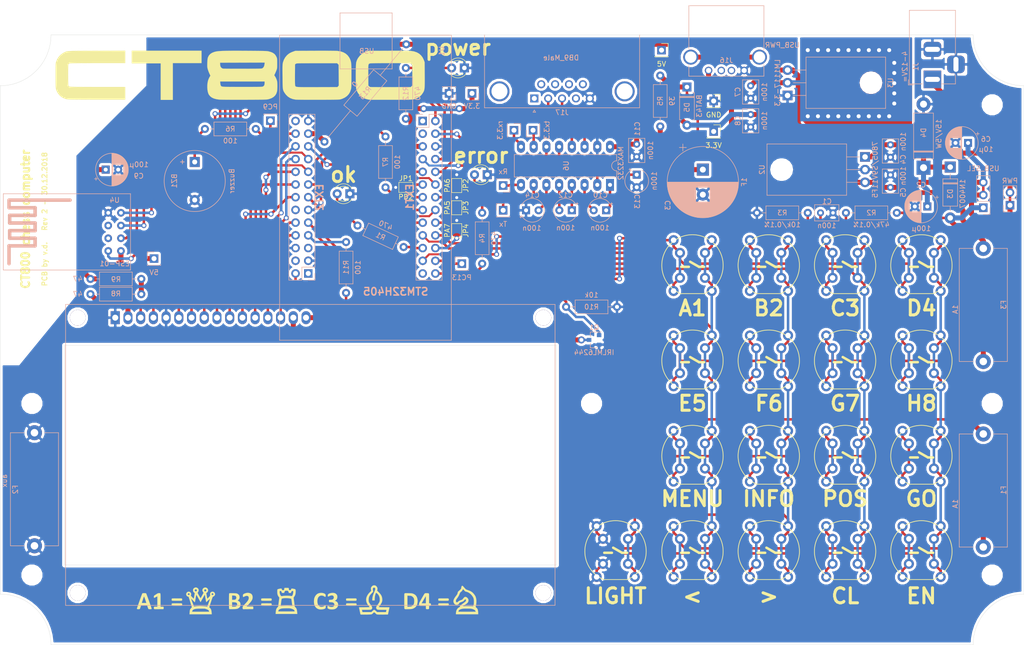
<source format=kicad_pcb>
(kicad_pcb (version 20171130) (host pcbnew "(6.0.0-rc1-dev-1289-g6d8ca311f)")
  (layers (0 F.Cu signal) (31 B.Cu signal) (34 B.Paste user hide) (35 F.Paste user hide) (36 B.SilkS user) (37 F.SilkS user) (38 B.Mask user) (39 F.Mask user) (44 Edge.Cuts user))
  (net 0 "")
  (net 1 GND)
  (net 2 +5V)
  (net 3 +3V3)
  (net 4 "Net-(D1-Pad2)")
  (net 5 "Net-(BZ1-Pad1)")
  (net 6 KEY_ROW_1)
  (net 7 KEY_COL_1)
  (net 8 KEY_ROW_2)
  (net 9 KEY_ROW_3)
  (net 10 KEY_ROW_4)
  (net 11 KEY_COL_2)
  (net 12 KEY_COL_3)
  (net 13 KEY_COL_4)
  (net 14 DISP_V0)
  (net 15 DISP_D3)
  (net 16 DISP_D4)
  (net 17 DISP_D5)
  (net 18 DISP_D6)
  (net 19 DISP_D7)
  (net 20 DISP_RS)
  (net 21 DISP_EN)
  (net 22 DISP_D0)
  (net 23 DISP_D1)
  (net 24 DISP_D2)
  (net 25 "Net-(Q1-Pad1)")
  (net 26 LCMD)
  (net 27 VBAT)
  (net 28 UART1_TX)
  (net 29 UART1_RX)
  (net 30 UART3_TX)
  (net 31 UART3_RX)
  (net 32 "Net-(D2-Pad2)")
  (net 33 "Net-(R6-Pad1)")
  (net 34 "Net-(SW1-Pad2)")
  (net 35 ESP_RST)
  (net 36 ESP_EN)
  (net 37 "Net-(C13-Pad1)")
  (net 38 LED_OK)
  (net 39 LED_ERR)
  (net 40 "Net-(C3-Pad1)")
  (net 41 "Net-(R7-Pad1)")
  (net 42 "Net-(D6-Pad2)")
  (net 43 "Net-(F1-Pad2)")
  (net 44 "Net-(J3-Pad1)")
  (net 45 "Net-(R8-Pad1)")
  (net 46 "Net-(C10-Pad1)")
  (net 47 "Net-(C10-Pad2)")
  (net 48 "Net-(C12-Pad1)")
  (net 49 "Net-(C12-Pad2)")
  (net 50 "Net-(C14-Pad2)")
  (net 51 "Net-(J12-Pad1)")
  (net 52 "Net-(R8-Pad2)")
  (net 53 "Net-(Q1-Pad3)")
  (net 54 +BATT)
  (net 55 "Net-(JP2-Pad2)")
  (net 56 "Net-(JP3-Pad2)")
  (net 57 "Net-(JP4-Pad2)")
  (net 58 "Net-(F3-Pad1)")
  (net 59 "Net-(C2-Pad1)")
  (net 60 "Net-(J4-Pad1)")
  (net 61 "Net-(J13-Pad1)")
  (net 62 "Net-(J14-Pad1)")
  (net 63 "Net-(J15-Pad1)")
  (net 64 "Net-(J16-Pad5)")
  (net 65 "Net-(J17-Pad3)")
  (net 66 "Net-(J17-Pad2)")
  (net 67 "Net-(JP1-Pad2)")
  (net 68 ADC_BATT)
  (net 69 "Net-(R13-Pad1)")
  (module Resistor_THT:R_Axial_DIN0309_L9.0mm_D3.2mm_P25.40mm_Horizontal (layer B.Cu) (at 106.68 56.896 50)
    (fp_text reference R13 (at 12.7 0 50) (layer B.SilkS) (effects (justify mirror)))
    (fp_text value 0 (at 12.7 -2.72 50) (layer B.SilkS) (effects (justify mirror)))
    (pad 2 thru_hole oval (at 25.4 0 50) (size 1.6 1.6) (drill 0.8) (layers *.Cu *.Mask) (net 2 +5V))
    (pad 1 thru_hole circle (at 0 0 50) (size 1.6 1.6) (drill 0.8) (layers *.Cu *.Mask) (net 69 "Net-(R13-Pad1)"))
  )
  (module Jumper:SolderJumper-2_P1.3mm_Open_Pad1.0x1.5mm (layer F.Cu) (at 122.936 66.04)
    (fp_text reference JP1 (at 0 -1.8) (layer F.SilkS))
    (fp_text value PD2 (at 0 1.9) (layer F.SilkS))
    (pad 1 smd rect (at -0.65 0) (size 1 1.5) (layers F.Cu F.Mask) (net 1 GND))
    (pad 2 smd rect (at 0.65 0) (size 1 1.5) (layers F.Cu F.Mask) (net 67 "Net-(JP1-Pad2)"))
  )
  (module Jumper:SolderJumper-2_P1.3mm_Open_Pad1.0x1.5mm (layer F.Cu) (at 133.096 70.104 270)
    (fp_text reference JP3 (at 0 -1.8 270) (layer F.SilkS))
    (fp_text value PA5 (at 0 1.9 270) (layer F.SilkS))
    (pad 1 smd rect (at -0.65 0 270) (size 1 1.5) (layers F.Cu F.Mask) (net 1 GND))
    (pad 2 smd rect (at 0.65 0 270) (size 1 1.5) (layers F.Cu F.Mask) (net 56 "Net-(JP3-Pad2)"))
  )
  (module Connector_PinSocket_2.54mm:PinSocket_1x01_P2.54mm_Vertical (layer B.Cu) (at 95.885 52.705)
    (fp_text reference J4 hide)
    (fp_text value PC9 (at 0 -2.77) (layer B.SilkS) (effects (justify mirror)))
    (pad 1 thru_hole rect (at 0 0) (size 1.7 1.7) (drill 1) (layers *.Cu *.Mask) (net 60 "Net-(J4-Pad1)"))
  )
  (module Connector_PinSocket_2.54mm:PinSocket_1x01_P2.54mm_Vertical (layer B.Cu) (at 134.112 81.28 180)
    (fp_text reference J3 hide)
    (fp_text value PC13 (at 0 -2.77 180) (layer B.SilkS) (effects (justify mirror)))
    (pad 1 thru_hole rect (at 0 0 180) (size 1.7 1.7) (drill 1) (layers *.Cu *.Mask) (net 44 "Net-(J3-Pad1)"))
  )
  (module Fuse:Fuseholder_Cylinder-5x20mm_Stelvio-Kontek_PTF78_Horizontal_Open (layer B.Cu) (at 238.252 78.232 270)
    (fp_text reference F3 (at 11.25 -4.064 270) (layer B.SilkS) (effects (justify mirror)))
    (fp_text value 1A (at 12.192 5.588 270) (layer B.SilkS) (effects (justify mirror)))
    (pad 2 thru_hole circle (at 22.6 0 270) (size 3 3) (drill 1.5) (layers *.Cu *.Mask) (net 2 +5V))
    (pad 1 thru_hole circle (at 0 0 270) (size 3 3) (drill 1.5) (layers *.Cu *.Mask) (net 58 "Net-(F3-Pad1)"))
  )
  (module Resistor_THT:R_Axial_DIN0207_L6.3mm_D2.5mm_P10.16mm_Horizontal (layer B.Cu) (at 92.964 54.356 180)
    (fp_text reference R6 (at 5.08 0 180) (layer B.SilkS) (effects (justify mirror)))
    (fp_text value 100 (at 5.08 -2.37 180) (layer B.SilkS) (effects (justify mirror)))
    (pad 2 thru_hole oval (at 10.16 0 180) (size 1.6 1.6) (drill 0.8) (layers *.Cu *.Mask) (net 5 "Net-(BZ1-Pad1)"))
    (pad 1 thru_hole circle (at 0 0 180) (size 1.6 1.6) (drill 0.8) (layers *.Cu *.Mask) (net 33 "Net-(R6-Pad1)"))
  )
  (module Jumper:SolderJumper-2_P1.3mm_Open_Pad1.0x1.5mm (layer F.Cu) (at 133.096 74.676 270)
    (fp_text reference JP4 (at 0 -1.8 270) (layer F.SilkS))
    (fp_text value PA7 (at 0 1.9 270) (layer F.SilkS))
    (pad 1 smd rect (at -0.65 0 270) (size 1 1.5) (layers F.Cu F.Mask) (net 1 GND))
    (pad 2 smd rect (at 0.65 0 270) (size 1 1.5) (layers F.Cu F.Mask) (net 57 "Net-(JP4-Pad2)"))
  )
  (module Jumper:SolderJumper-2_P1.3mm_Open_Pad1.0x1.5mm (layer F.Cu) (at 133.096 65.674 270)
    (fp_text reference JP2 (at 0 -1.8 270) (layer F.SilkS))
    (fp_text value PA6 (at 0 1.9 270) (layer F.SilkS))
    (pad 1 smd rect (at -0.65 0 270) (size 1 1.5) (layers F.Cu F.Mask) (net 1 GND))
    (pad 2 smd rect (at 0.65 0 270) (size 1 1.5) (layers F.Cu F.Mask) (net 55 "Net-(JP2-Pad2)"))
  )
  (module CT800_PCB:Olimex_STM32H405 (layer B.Cu) (at 128.835754 52.765949 180)
    (fp_text reference U1 (at -1.27 13.97 90) (layer B.SilkS) (effects (justify mirror)))
    (fp_text value STM32H405 (at 7.931754 -34.102051 180) (layer B.SilkS) (effects (font (size 1.5 1.5) (thickness 0.3)) (justify mirror)))
    (fp_text user EXT1 (at 5.08 -15.24 90) (layer B.SilkS) (effects (font (size 1.5 1.5) (thickness 0.3)) (justify mirror)))
    (fp_text user EXT2 (at 23.1394 -15.2654 90) (layer B.SilkS) (effects (font (size 1.5 1.5) (thickness 0.3)) (justify mirror)))
    (fp_text user USB (at 13.716 13.97 180) (layer B.SilkS) (effects (justify mirror)))
    (pad 26 thru_hole oval (at 0 -30.48 180) (size 1.7 1.7) (drill 1) (layers *.Cu *.Mask) (net 39 LED_ERR))
    (pad 25 thru_hole oval (at 2.54 -30.48 180) (size 1.7 1.7) (drill 1) (layers *.Cu *.Mask))
    (pad 24 thru_hole oval (at 0 -27.94 180) (size 1.7 1.7) (drill 1) (layers *.Cu *.Mask) (net 44 "Net-(J3-Pad1)"))
    (pad 23 thru_hole oval (at 2.54 -27.94 180) (size 1.7 1.7) (drill 1) (layers *.Cu *.Mask) (net 27 VBAT))
    (pad 22 thru_hole oval (at 0 -25.4 180) (size 1.7 1.7) (drill 1) (layers *.Cu *.Mask) (net 57 "Net-(JP4-Pad2)"))
    (pad 21 thru_hole oval (at 2.54 -25.4 180) (size 1.7 1.7) (drill 1) (layers *.Cu *.Mask) (net 38 LED_OK))
    (pad 20 thru_hole oval (at 0 -22.86 180) (size 1.7 1.7) (drill 1) (layers *.Cu *.Mask) (net 8 KEY_ROW_2))
    (pad 19 thru_hole oval (at 2.54 -22.86 180) (size 1.7 1.7) (drill 1) (layers *.Cu *.Mask) (net 6 KEY_ROW_1))
    (pad 18 thru_hole oval (at 0 -20.32 180) (size 1.7 1.7) (drill 1) (layers *.Cu *.Mask) (net 56 "Net-(JP3-Pad2)"))
    (pad 17 thru_hole oval (at 2.54 -20.32 180) (size 1.7 1.7) (drill 1) (layers *.Cu *.Mask) (net 24 DISP_D2))
    (pad 16 thru_hole oval (at 0 -17.78 180) (size 1.7 1.7) (drill 1) (layers *.Cu *.Mask) (net 23 DISP_D1))
    (pad 15 thru_hole oval (at 2.54 -17.78 180) (size 1.7 1.7) (drill 1) (layers *.Cu *.Mask) (net 22 DISP_D0))
    (pad 14 thru_hole oval (at 0 -15.24 180) (size 1.7 1.7) (drill 1) (layers *.Cu *.Mask) (net 55 "Net-(JP2-Pad2)"))
    (pad 13 thru_hole oval (at 2.54 -15.24 180) (size 1.7 1.7) (drill 1) (layers *.Cu *.Mask) (net 21 DISP_EN))
    (pad 12 thru_hole oval (at 0 -12.7 180) (size 1.7 1.7) (drill 1) (layers *.Cu *.Mask) (net 20 DISP_RS))
    (pad 11 thru_hole oval (at 2.54 -12.7 180) (size 1.7 1.7) (drill 1) (layers *.Cu *.Mask) (net 67 "Net-(JP1-Pad2)"))
    (pad 10 thru_hole oval (at 0 -10.16 180) (size 1.7 1.7) (drill 1) (layers *.Cu *.Mask) (net 35 ESP_RST))
    (pad 9 thru_hole oval (at 2.54 -10.16 180) (size 1.7 1.7) (drill 1) (layers *.Cu *.Mask) (net 31 UART3_RX))
    (pad 8 thru_hole oval (at 0 -7.62 180) (size 1.7 1.7) (drill 1) (layers *.Cu *.Mask) (net 30 UART3_TX))
    (pad 7 thru_hole oval (at 2.54 -7.62 180) (size 1.7 1.7) (drill 1) (layers *.Cu *.Mask) (net 29 UART1_RX))
    (pad 6 thru_hole oval (at 0 -5.08 180) (size 1.7 1.7) (drill 1) (layers *.Cu *.Mask) (net 1 GND))
    (pad 5 thru_hole oval (at 2.54 -5.08 180) (size 1.7 1.7) (drill 1) (layers *.Cu *.Mask) (net 3 +3V3))
    (pad 4 thru_hole oval (at 0 -2.54 180) (size 1.7 1.7) (drill 1) (layers *.Cu *.Mask) (net 28 UART1_TX))
    (pad 3 thru_hole oval (at 2.54 -2.54 180) (size 1.7 1.7) (drill 1) (layers *.Cu *.Mask))
    (pad 2 thru_hole oval (at 0 0 180) (size 1.7 1.7) (drill 1) (layers *.Cu *.Mask) (net 36 ESP_EN))
    (pad 1 thru_hole rect (at 2.54 0 180) (size 1.7 1.7) (drill 1) (layers *.Cu *.Mask))
    (pad 52 thru_hole oval (at 27.930827 0.008612) (size 1.7 1.7) (drill 1) (layers *.Cu *.Mask))
    (pad 51 thru_hole oval (at 25.390827 0.008612) (size 1.7 1.7) (drill 1) (layers *.Cu *.Mask) (net 1 GND))
    (pad 50 thru_hole oval (at 27.930827 -2.531388) (size 1.7 1.7) (drill 1) (layers *.Cu *.Mask) (net 60 "Net-(J4-Pad1)"))
    (pad 49 thru_hole oval (at 25.390827 -2.531388) (size 1.7 1.7) (drill 1) (layers *.Cu *.Mask) (net 69 "Net-(R13-Pad1)"))
    (pad 48 thru_hole oval (at 27.930827 -5.071388) (size 1.7 1.7) (drill 1) (layers *.Cu *.Mask) (net 13 KEY_COL_4))
    (pad 47 thru_hole oval (at 25.390827 -5.071388) (size 1.7 1.7) (drill 1) (layers *.Cu *.Mask) (net 12 KEY_COL_3))
    (pad 46 thru_hole oval (at 27.930827 -7.611388) (size 1.7 1.7) (drill 1) (layers *.Cu *.Mask) (net 11 KEY_COL_2))
    (pad 45 thru_hole oval (at 25.390827 -7.611388) (size 1.7 1.7) (drill 1) (layers *.Cu *.Mask) (net 33 "Net-(R6-Pad1)"))
    (pad 44 thru_hole oval (at 27.930827 -10.151388) (size 1.7 1.7) (drill 1) (layers *.Cu *.Mask) (net 19 DISP_D7))
    (pad 43 thru_hole oval (at 25.390827 -10.151388) (size 1.7 1.7) (drill 1) (layers *.Cu *.Mask) (net 17 DISP_D5))
    (pad 42 thru_hole oval (at 27.930827 -12.691388) (size 1.7 1.7) (drill 1) (layers *.Cu *.Mask) (net 18 DISP_D6))
    (pad 41 thru_hole oval (at 25.390827 -12.691388) (size 1.7 1.7) (drill 1) (layers *.Cu *.Mask) (net 16 DISP_D4))
    (pad 40 thru_hole oval (at 27.930827 -15.231388) (size 1.7 1.7) (drill 1) (layers *.Cu *.Mask) (net 15 DISP_D3))
    (pad 39 thru_hole oval (at 25.390827 -15.231388) (size 1.7 1.7) (drill 1) (layers *.Cu *.Mask) (net 7 KEY_COL_1))
    (pad 38 thru_hole oval (at 27.930827 -17.771388) (size 1.7 1.7) (drill 1) (layers *.Cu *.Mask))
    (pad 37 thru_hole oval (at 25.390827 -17.771388) (size 1.7 1.7) (drill 1) (layers *.Cu *.Mask) (net 14 DISP_V0))
    (pad 36 thru_hole oval (at 27.930827 -20.311388) (size 1.7 1.7) (drill 1) (layers *.Cu *.Mask) (net 68 ADC_BATT))
    (pad 35 thru_hole oval (at 25.390827 -20.311388) (size 1.7 1.7) (drill 1) (layers *.Cu *.Mask) (net 10 KEY_ROW_4))
    (pad 34 thru_hole oval (at 27.930827 -22.851388) (size 1.7 1.7) (drill 1) (layers *.Cu *.Mask) (net 34 "Net-(SW1-Pad2)"))
    (pad 33 thru_hole oval (at 25.390827 -22.851388) (size 1.7 1.7) (drill 1) (layers *.Cu *.Mask) (net 26 LCMD))
    (pad 32 thru_hole oval (at 27.930827 -25.391388) (size 1.7 1.7) (drill 1) (layers *.Cu *.Mask) (net 1 GND))
    (pad 31 thru_hole oval (at 25.390827 -25.391388) (size 1.7 1.7) (drill 1) (layers *.Cu *.Mask))
    (pad 30 thru_hole oval (at 27.930827 -27.931388) (size 1.7 1.7) (drill 1) (layers *.Cu *.Mask))
    (pad 29 thru_hole oval (at 25.390827 -27.931388) (size 1.7 1.7) (drill 1) (layers *.Cu *.Mask) (net 1 GND))
    (pad 28 thru_hole oval (at 27.930827 -30.471388) (size 1.7 1.7) (drill 1) (layers *.Cu *.Mask) (net 9 KEY_ROW_3))
    (pad 27 thru_hole rect (at 25.390827 -30.471388) (size 1.7 1.7) (drill 1) (layers *.Cu *.Mask))
  )
  (module CT800_PCB:LCD04x20BL (layer F.Cu) (at 64.897 92.075)
    (fp_text reference U5 hide)
    (fp_text value DISP_4x20 hide)
    (pad "" thru_hole circle (at 85.5 0) (size 3.1 3.1) (drill 3.1) (layers *.Cu *.Mask))
    (pad "" thru_hole circle (at 85.49948 55.0007) (size 3.1 3.1) (drill 3.1) (layers *.Cu *.Mask))
    (pad "" thru_hole circle (at -7.4991 55.0007) (size 3.1 3.1) (drill 3.1) (layers *.Cu *.Mask))
    (pad "" thru_hole circle (at -7.4991 0) (size 3.1 3.1) (drill 3.1) (layers *.Cu *.Mask))
    (pad 16 thru_hole oval (at 38.1 0) (size 1.8 2.6) (drill 1.2) (layers *.Cu *.Mask) (net 53 "Net-(Q1-Pad3)"))
    (pad 15 thru_hole oval (at 35.56 0) (size 1.8 2.6) (drill 1.2) (layers *.Cu *.Mask) (net 45 "Net-(R8-Pad1)"))
    (pad 14 thru_hole oval (at 33.02 0) (size 1.8 2.6) (drill 1.2) (layers *.Cu *.Mask) (net 19 DISP_D7))
    (pad 13 thru_hole oval (at 30.48 0) (size 1.8 2.6) (drill 1.2) (layers *.Cu *.Mask) (net 18 DISP_D6))
    (pad 12 thru_hole oval (at 27.94 0) (size 1.8 2.6) (drill 1.2) (layers *.Cu *.Mask) (net 17 DISP_D5))
    (pad 11 thru_hole oval (at 25.4 0) (size 1.8 2.6) (drill 1.2) (layers *.Cu *.Mask) (net 16 DISP_D4))
    (pad 10 thru_hole oval (at 22.86 0) (size 1.8 2.6) (drill 1.2) (layers *.Cu *.Mask) (net 15 DISP_D3))
    (pad 9 thru_hole oval (at 20.32 0) (size 1.8 2.6) (drill 1.2) (layers *.Cu *.Mask) (net 24 DISP_D2))
    (pad 8 thru_hole oval (at 17.78 0) (size 1.8 2.6) (drill 1.2) (layers *.Cu *.Mask) (net 23 DISP_D1))
    (pad 7 thru_hole oval (at 15.24 0) (size 1.8 2.6) (drill 1.2) (layers *.Cu *.Mask) (net 22 DISP_D0))
    (pad 6 thru_hole oval (at 12.7 0) (size 1.8 2.6) (drill 1.2) (layers *.Cu *.Mask) (net 41 "Net-(R7-Pad1)"))
    (pad 5 thru_hole oval (at 10.16 0) (size 1.8 2.6) (drill 1.2) (layers *.Cu *.Mask) (net 1 GND))
    (pad 4 thru_hole oval (at 7.62 0) (size 1.8 2.6) (drill 1.2) (layers *.Cu *.Mask) (net 20 DISP_RS))
    (pad 3 thru_hole oval (at 5.08 0) (size 1.8 2.6) (drill 1.2) (layers *.Cu *.Mask) (net 14 DISP_V0))
    (pad 2 thru_hole oval (at 2.54 0) (size 1.8 2.6) (drill 1.2) (layers *.Cu *.Mask) (net 2 +5V))
    (pad 1 thru_hole rect (at 0 0) (size 1.8 2.6) (drill 1.2) (layers *.Cu *.Mask) (net 1 GND))
  )
  (module Package_TO_SOT_SMD:SOT-23 (layer B.Cu) (at 160.528 96.52 180)
    (fp_text reference Q1 (at 0 2.5 180) (layer B.SilkS) (effects (justify mirror)))
    (fp_text value IRLML6244 (at 0 -2.5 180) (layer B.SilkS) (effects (justify mirror)))
    (pad 3 smd rect (at 1 0 180) (size 0.9 0.8) (layers B.Cu B.Paste B.Mask) (net 53 "Net-(Q1-Pad3)"))
    (pad 2 smd rect (at -1 -0.95 180) (size 0.9 0.8) (layers B.Cu B.Paste B.Mask) (net 1 GND))
    (pad 1 smd rect (at -1 0.95 180) (size 0.9 0.8) (layers B.Cu B.Paste B.Mask) (net 25 "Net-(Q1-Pad1)"))
  )
  (module Connector_PinSocket_2.54mm:PinSocket_1x01_P2.54mm_Vertical (layer B.Cu) (at 142.367 65.659)
    (fp_text reference J15 hide)
    (fp_text value Rx (at 0 -2.77) (layer B.SilkS) (effects (justify mirror)))
    (pad 1 thru_hole rect (at 0 0) (size 1.7 1.7) (drill 1) (layers *.Cu *.Mask) (net 63 "Net-(J15-Pad1)"))
  )
  (module Connector_PinSocket_2.54mm:PinSocket_1x01_P2.54mm_Vertical (layer B.Cu) (at 142.367 70.612 180)
    (fp_text reference J14 hide)
    (fp_text value Tx (at 0 -2.77 180) (layer B.SilkS) (effects (justify mirror)))
    (pad 1 thru_hole rect (at 0 0 180) (size 1.7 1.7) (drill 1) (layers *.Cu *.Mask) (net 62 "Net-(J14-Pad1)"))
  )
  (module Connector_PinSocket_2.54mm:PinSocket_1x01_P2.54mm_Vertical (layer B.Cu) (at 144.526 54.61 90)
    (fp_text reference J13 hide)
    (fp_text value rx3.3 (at 0 -2.77 90) (layer B.SilkS) (effects (justify mirror)))
    (pad 1 thru_hole rect (at 0 0 90) (size 1.7 1.7) (drill 1) (layers *.Cu *.Mask) (net 61 "Net-(J13-Pad1)"))
  )
  (module Connector_PinSocket_2.54mm:PinSocket_1x01_P2.54mm_Vertical (layer B.Cu) (at 148.336 54.61 270)
    (fp_text reference J12 hide)
    (fp_text value tx3.3 (at 0 -2.77 270) (layer B.SilkS) (effects (justify mirror)))
    (pad 1 thru_hole rect (at 0 0 270) (size 1.7 1.7) (drill 1) (layers *.Cu *.Mask) (net 51 "Net-(J12-Pad1)"))
  )
  (module Package_DIP:DIP-16_W7.62mm_LongPads (layer B.Cu) (at 163.703 65.532 90)
    (fp_text reference U6 (at 3.81 -8.763 90) (layer B.SilkS) (effects (justify mirror)))
    (fp_text value MAX3232 (at 4.318 2.159 90) (layer B.SilkS) (effects (justify mirror)))
    (pad 16 thru_hole oval (at 7.62 0 90) (size 2.4 1.6) (drill 0.8) (layers *.Cu *.Mask) (net 3 +3V3))
    (pad 8 thru_hole oval (at 0 -17.78 90) (size 2.4 1.6) (drill 0.8) (layers *.Cu *.Mask) (net 63 "Net-(J15-Pad1)"))
    (pad 15 thru_hole oval (at 7.62 -2.54 90) (size 2.4 1.6) (drill 0.8) (layers *.Cu *.Mask) (net 1 GND))
    (pad 7 thru_hole oval (at 0 -15.24 90) (size 2.4 1.6) (drill 0.8) (layers *.Cu *.Mask) (net 62 "Net-(J14-Pad1)"))
    (pad 14 thru_hole oval (at 7.62 -5.08 90) (size 2.4 1.6) (drill 0.8) (layers *.Cu *.Mask) (net 65 "Net-(J17-Pad3)"))
    (pad 6 thru_hole oval (at 0 -12.7 90) (size 2.4 1.6) (drill 0.8) (layers *.Cu *.Mask) (net 50 "Net-(C14-Pad2)"))
    (pad 13 thru_hole oval (at 7.62 -7.62 90) (size 2.4 1.6) (drill 0.8) (layers *.Cu *.Mask) (net 66 "Net-(J17-Pad2)"))
    (pad 5 thru_hole oval (at 0 -10.16 90) (size 2.4 1.6) (drill 0.8) (layers *.Cu *.Mask) (net 49 "Net-(C12-Pad2)"))
    (pad 12 thru_hole oval (at 7.62 -10.16 90) (size 2.4 1.6) (drill 0.8) (layers *.Cu *.Mask) (net 29 UART1_RX))
    (pad 4 thru_hole oval (at 0 -7.62 90) (size 2.4 1.6) (drill 0.8) (layers *.Cu *.Mask) (net 48 "Net-(C12-Pad1)"))
    (pad 11 thru_hole oval (at 7.62 -12.7 90) (size 2.4 1.6) (drill 0.8) (layers *.Cu *.Mask) (net 28 UART1_TX))
    (pad 3 thru_hole oval (at 0 -5.08 90) (size 2.4 1.6) (drill 0.8) (layers *.Cu *.Mask) (net 47 "Net-(C10-Pad2)"))
    (pad 10 thru_hole oval (at 7.62 -15.24 90) (size 2.4 1.6) (drill 0.8) (layers *.Cu *.Mask) (net 51 "Net-(J12-Pad1)"))
    (pad 2 thru_hole oval (at 0 -2.54 90) (size 2.4 1.6) (drill 0.8) (layers *.Cu *.Mask) (net 37 "Net-(C13-Pad1)"))
    (pad 9 thru_hole oval (at 7.62 -17.78 90) (size 2.4 1.6) (drill 0.8) (layers *.Cu *.Mask) (net 61 "Net-(J13-Pad1)"))
    (pad 1 thru_hole rect (at 0 0 90) (size 2.4 1.6) (drill 0.8) (layers *.Cu *.Mask) (net 46 "Net-(C10-Pad1)"))
  )
  (module Package_TO_SOT_THT:TO-220-3_Horizontal_TabDown (layer B.Cu) (at 199.159733 47.664068 90)
    (fp_text reference U3 (at 2.54 20.58 90) (layer B.SilkS) (effects (justify mirror)))
    (fp_text value LM1117-3.3 (at 2.54 -2 90) (layer B.SilkS) (effects (justify mirror)))
    (pad 3 thru_hole oval (at 5.08 0 90) (size 1.905 2) (drill 1.1) (layers *.Cu *.Mask) (net 2 +5V))
    (pad 2 thru_hole oval (at 2.54 0 90) (size 1.905 2) (drill 1.1) (layers *.Cu *.Mask) (net 3 +3V3))
    (pad 1 thru_hole rect (at 0 0 90) (size 1.905 2) (drill 1.1) (layers *.Cu *.Mask) (net 1 GND))
    (pad "" np_thru_hole oval (at 2.54 16.66 90) (size 3.5 3.5) (drill 3.5) (layers *.Cu *.Mask))
  )
  (module Package_TO_SOT_THT:TO-220-3_Horizontal_TabDown (layer B.Cu) (at 214.63972 59.944 270)
    (fp_text reference U2 (at 2.54 20.58 270) (layer B.SilkS) (effects (justify mirror)))
    (fp_text value 7805/S9V11F5 (at 2.54 -2 270) (layer B.SilkS) (effects (justify mirror)))
    (pad 3 thru_hole oval (at 5.08 0 270) (size 1.905 2) (drill 1.1) (layers *.Cu *.Mask) (net 2 +5V))
    (pad 2 thru_hole oval (at 2.54 0 270) (size 1.905 2) (drill 1.1) (layers *.Cu *.Mask) (net 1 GND))
    (pad 1 thru_hole rect (at 0 0 270) (size 1.905 2) (drill 1.1) (layers *.Cu *.Mask) (net 59 "Net-(C2-Pad1)"))
    (pad "" np_thru_hole oval (at 2.54 16.66 270) (size 3.5 3.5) (drill 3.5) (layers *.Cu *.Mask))
  )
  (module Resistor_THT:R_Axial_DIN0207_L6.3mm_D2.5mm_P10.16mm_Horizontal (layer B.Cu) (at 122.936 42.164 270)
    (fp_text reference R12 (at 5.08 0 270) (layer B.SilkS) (effects (justify mirror)))
    (fp_text value 470 (at 5.08 -2.37 270) (layer B.SilkS) (effects (justify mirror)))
    (pad 2 thru_hole oval (at 10.16 0 270) (size 1.6 1.6) (drill 0.8) (layers *.Cu *.Mask) (net 3 +3V3))
    (pad 1 thru_hole circle (at 0 0 270) (size 1.6 1.6) (drill 0.8) (layers *.Cu *.Mask) (net 42 "Net-(D6-Pad2)"))
  )
  (module Resistor_THT:R_Axial_DIN0207_L6.3mm_D2.5mm_P10.16mm_Horizontal (layer B.Cu) (at 110.998 76.962 270)
    (fp_text reference R11 (at 5.08 0 270) (layer B.SilkS) (effects (justify mirror)))
    (fp_text value 100 (at 5.08 -2.37 270) (layer B.SilkS) (effects (justify mirror)))
    (pad 2 thru_hole oval (at 10.16 0 270) (size 1.6 1.6) (drill 0.8) (layers *.Cu *.Mask) (net 25 "Net-(Q1-Pad1)"))
    (pad 1 thru_hole circle (at 0 0 270) (size 1.6 1.6) (drill 0.8) (layers *.Cu *.Mask) (net 26 LCMD))
  )
  (module Resistor_THT:R_Axial_DIN0207_L6.3mm_D2.5mm_P10.16mm_Horizontal (layer B.Cu) (at 154.94 89.916)
    (fp_text reference R10 (at 5.08 0) (layer B.SilkS) (effects (justify mirror)))
    (fp_text value 10k (at 5.08 -2.37) (layer B.SilkS) (effects (justify mirror)))
    (pad 2 thru_hole oval (at 10.16 0) (size 1.6 1.6) (drill 0.8) (layers *.Cu *.Mask) (net 1 GND))
    (pad 1 thru_hole circle (at 0 0) (size 1.6 1.6) (drill 0.8) (layers *.Cu *.Mask) (net 25 "Net-(Q1-Pad1)"))
  )
  (module Resistor_THT:R_Axial_DIN0207_L6.3mm_D2.5mm_P10.16mm_Horizontal (layer B.Cu) (at 70.104 84.328 180)
    (fp_text reference R9 (at 5.051841 -0.090815 180) (layer B.SilkS) (effects (justify mirror)))
    (fp_text value 47 (at 12.7 0 180) (layer B.SilkS) (effects (justify mirror)))
    (pad 2 thru_hole oval (at 10.16 0 180) (size 1.6 1.6) (drill 0.8) (layers *.Cu *.Mask) (net 2 +5V))
    (pad 1 thru_hole circle (at 0 0 180) (size 1.6 1.6) (drill 0.8) (layers *.Cu *.Mask) (net 52 "Net-(R8-Pad2)"))
  )
  (module Resistor_THT:R_Axial_DIN0207_L6.3mm_D2.5mm_P10.16mm_Horizontal (layer B.Cu) (at 59.944 87.376)
    (fp_text reference R8 (at 5.08 -0.090815) (layer B.SilkS) (effects (justify mirror)))
    (fp_text value 47 (at -2.54 0) (layer B.SilkS) (effects (justify mirror)))
    (pad 2 thru_hole oval (at 10.16 0) (size 1.6 1.6) (drill 0.8) (layers *.Cu *.Mask) (net 52 "Net-(R8-Pad2)"))
    (pad 1 thru_hole circle (at 0 0) (size 1.6 1.6) (drill 0.8) (layers *.Cu *.Mask) (net 45 "Net-(R8-Pad1)"))
  )
  (module Resistor_THT:R_Axial_DIN0207_L6.3mm_D2.5mm_P10.16mm_Horizontal (layer B.Cu) (at 118.872 55.88 270)
    (fp_text reference R7 (at 5.08 0 270) (layer B.SilkS) (effects (justify mirror)))
    (fp_text value 100 (at 5.08 -2.37 270) (layer B.SilkS) (effects (justify mirror)))
    (pad 2 thru_hole oval (at 10.16 0 270) (size 1.6 1.6) (drill 0.8) (layers *.Cu *.Mask) (net 21 DISP_EN))
    (pad 1 thru_hole circle (at 0 0 270) (size 1.6 1.6) (drill 0.8) (layers *.Cu *.Mask) (net 41 "Net-(R7-Pad1)"))
  )
  (module Resistor_THT:R_Axial_DIN0207_L6.3mm_D2.5mm_P10.16mm_Horizontal (layer B.Cu) (at 173.736 43.688 270)
    (fp_text reference R5 (at 5.08 0 270) (layer B.SilkS) (effects (justify mirror)))
    (fp_text value 39 (at 5.08 -2.37 270) (layer B.SilkS) (effects (justify mirror)))
    (pad 2 thru_hole oval (at 10.16 0 270) (size 1.6 1.6) (drill 0.8) (layers *.Cu *.Mask) (net 40 "Net-(C3-Pad1)"))
    (pad 1 thru_hole circle (at 0 0 270) (size 1.6 1.6) (drill 0.8) (layers *.Cu *.Mask) (net 27 VBAT))
  )
  (module Resistor_THT:R_Axial_DIN0207_L6.3mm_D2.5mm_P10.16mm_Horizontal (layer B.Cu) (at 138.176 71.12 270)
    (fp_text reference R4 (at 5.08 0 270) (layer B.SilkS) (effects (justify mirror)))
    (fp_text value 470 (at 5.08 -2.37 270) (layer B.SilkS) (effects (justify mirror)))
    (pad 2 thru_hole oval (at 10.16 0 270) (size 1.6 1.6) (drill 0.8) (layers *.Cu *.Mask) (net 39 LED_ERR))
    (pad 1 thru_hole circle (at 0 0 270) (size 1.6 1.6) (drill 0.8) (layers *.Cu *.Mask) (net 32 "Net-(D2-Pad2)"))
  )
  (module Resistor_THT:R_Axial_DIN0207_L6.3mm_D2.5mm_P10.16mm_Horizontal (layer B.Cu) (at 203.2 71.12 180)
    (fp_text reference R3 (at 5.08 0 180) (layer B.SilkS) (effects (justify mirror)))
    (fp_text value 10k/0.1% (at 5.08 -2.37 180) (layer B.SilkS) (effects (justify mirror)))
    (pad 2 thru_hole oval (at 10.16 0 180) (size 1.6 1.6) (drill 0.8) (layers *.Cu *.Mask) (net 1 GND))
    (pad 1 thru_hole circle (at 0 0 180) (size 1.6 1.6) (drill 0.8) (layers *.Cu *.Mask) (net 68 ADC_BATT))
  )
  (module Resistor_THT:R_Axial_DIN0207_L6.3mm_D2.5mm_P10.16mm_Horizontal (layer B.Cu) (at 220.98 71.12 180)
    (fp_text reference R2 (at 5.08 0 180) (layer B.SilkS) (effects (justify mirror)))
    (fp_text value 47k/0.1% (at 5.08 -2.37 180) (layer B.SilkS) (effects (justify mirror)))
    (pad 2 thru_hole oval (at 10.16 0 180) (size 1.6 1.6) (drill 0.8) (layers *.Cu *.Mask) (net 68 ADC_BATT))
    (pad 1 thru_hole circle (at 0 0 180) (size 1.6 1.6) (drill 0.8) (layers *.Cu *.Mask) (net 54 +BATT))
  )
  (module Resistor_THT:R_Axial_DIN0207_L6.3mm_D2.5mm_P10.16mm_Horizontal (layer B.Cu) (at 113.284 73.66 335)
    (fp_text reference R1 (at 5.08 0 335) (layer B.SilkS) (effects (justify mirror)))
    (fp_text value 470 (at 5.08 -2.37 335) (layer B.SilkS) (effects (justify mirror)))
    (pad 2 thru_hole oval (at 10.16 0 335) (size 1.6 1.6) (drill 0.8) (layers *.Cu *.Mask) (net 38 LED_OK))
    (pad 1 thru_hole circle (at 0 0 335) (size 1.6 1.6) (drill 0.8) (layers *.Cu *.Mask) (net 4 "Net-(D1-Pad2)"))
  )
  (module Connector_PinSocket_2.54mm:PinSocket_1x03_P2.54mm_Vertical (layer B.Cu) (at 238.252 70.104)
    (fp_text reference JP5 hide)
    (fp_text value USB_SEL (at 0 -7.85) (layer B.SilkS) (effects (justify mirror)))
    (pad 3 thru_hole oval (at 0 -5.08) (size 1.7 1.7) (drill 1) (layers *.Cu *.Mask) (net 2 +5V))
    (pad 2 thru_hole oval (at 0 -2.54) (size 1.7 1.7) (drill 1) (layers *.Cu *.Mask) (net 2 +5V))
    (pad 1 thru_hole rect (at 0 0) (size 1.7 1.7) (drill 1) (layers *.Cu *.Mask) (net 54 +BATT))
  )
  (module Connector_PinSocket_2.54mm:PinSocket_1x01_P2.54mm_Vertical (layer B.Cu) (at 131.572 47.244)
    (fp_text reference J10 hide)
    (fp_text value GND (at 0 2.54) (layer B.SilkS) (effects (justify mirror)))
    (pad 1 thru_hole rect (at 0 0) (size 1.7 1.7) (drill 1) (layers *.Cu *.Mask) (net 1 GND))
  )
  (module Connector_Dsub:DSUB-9_Male_Horizontal_P2.77x2.84mm_EdgePinOffset9.90mm_Housed_MountingHolesOffset11.32mm (layer B.Cu) (at 148.59 48.26)
    (fp_text reference J17 (at 5.54 2.8) (layer B.SilkS) (effects (justify mirror)))
    (fp_text value DB9_Male (at 5.334 -8.128) (layer B.SilkS) (effects (justify mirror)))
    (pad 0 thru_hole circle (at 18.04 -1.42) (size 4 4) (drill 3.2) (layers *.Cu *.Mask))
    (pad 0 thru_hole circle (at -6.96 -1.42) (size 4 4) (drill 3.2) (layers *.Cu *.Mask))
    (pad 9 thru_hole circle (at 9.695 -2.84) (size 1.6 1.6) (drill 1) (layers *.Cu *.Mask))
    (pad 8 thru_hole circle (at 6.925 -2.84) (size 1.6 1.6) (drill 1) (layers *.Cu *.Mask))
    (pad 7 thru_hole circle (at 4.155 -2.84) (size 1.6 1.6) (drill 1) (layers *.Cu *.Mask))
    (pad 6 thru_hole circle (at 1.385 -2.84) (size 1.6 1.6) (drill 1) (layers *.Cu *.Mask))
    (pad 5 thru_hole circle (at 11.08 0) (size 1.6 1.6) (drill 1) (layers *.Cu *.Mask) (net 1 GND))
    (pad 4 thru_hole circle (at 8.31 0) (size 1.6 1.6) (drill 1) (layers *.Cu *.Mask))
    (pad 3 thru_hole circle (at 5.54 0) (size 1.6 1.6) (drill 1) (layers *.Cu *.Mask) (net 65 "Net-(J17-Pad3)"))
    (pad 2 thru_hole circle (at 2.77 0) (size 1.6 1.6) (drill 1) (layers *.Cu *.Mask) (net 66 "Net-(J17-Pad2)"))
    (pad 1 thru_hole rect (at 0 0) (size 1.6 1.6) (drill 1) (layers *.Cu *.Mask))
  )
  (module Connector_PinSocket_2.54mm:PinSocket_1x01_P2.54mm_Vertical (layer F.Cu) (at 184.404 48.768)
    (fp_text reference J11 hide)
    (fp_text value GND (at 0 2.77) (layer F.SilkS))
    (pad 1 thru_hole rect (at 0 0) (size 1.7 1.7) (drill 1) (layers *.Cu *.Mask) (net 1 GND))
  )
  (module Connector_PinSocket_2.54mm:PinSocket_1x01_P2.54mm_Vertical (layer B.Cu) (at 136.144 47.244)
    (fp_text reference J9 hide)
    (fp_text value 3.3V (at 0 2.54) (layer B.SilkS) (effects (justify mirror)))
    (pad 1 thru_hole rect (at 0 0) (size 1.7 1.7) (drill 1) (layers *.Cu *.Mask) (net 3 +3V3))
  )
  (module Connector_PinSocket_2.54mm:PinSocket_1x01_P2.54mm_Vertical (layer F.Cu) (at 184.404 54.864)
    (fp_text reference J8 hide)
    (fp_text value 3.3V (at 0 2.77) (layer F.SilkS))
    (pad 1 thru_hole rect (at 0 0) (size 1.7 1.7) (drill 1) (layers *.Cu *.Mask) (net 3 +3V3))
  )
  (module Connector_PinSocket_2.54mm:PinSocket_1x01_P2.54mm_Vertical (layer B.Cu) (at 72.644 80.264 180)
    (fp_text reference J7 hide)
    (fp_text value 5V (at 0 -2.77 180) (layer B.SilkS) (effects (justify mirror)))
    (pad 1 thru_hole rect (at 0 0 180) (size 1.7 1.7) (drill 1) (layers *.Cu *.Mask) (net 2 +5V))
  )
  (module Connector_PinSocket_2.54mm:PinSocket_1x01_P2.54mm_Vertical (layer F.Cu) (at 173.99 38.608)
    (fp_text reference J6 hide)
    (fp_text value 5V (at 0 2.77) (layer F.SilkS))
    (pad 1 thru_hole rect (at 0 0) (size 1.7 1.7) (drill 1) (layers *.Cu *.Mask) (net 2 +5V))
  )
  (module Connector_BarrelJack:BarrelJack_Horizontal (layer B.Cu) (at 228.092 44.45 270)
    (fp_text reference J1 (at -2.54 3.302 270) (layer B.SilkS) (effects (justify mirror)))
    (fp_text value 4-12V= (at -2.54 5.5 270) (layer B.SilkS) (effects (justify mirror)))
    (pad 3 thru_hole roundrect (at -3 -4.7 270) (size 3.5 3.5) (drill oval 3 1) (layers *.Cu *.Mask) (net 1 GND))
    (pad 2 thru_hole roundrect (at -6 0 270) (size 3 3.5) (drill oval 1 3) (layers *.Cu *.Mask) (net 1 GND))
    (pad 1 thru_hole rect (at 0 0 270) (size 3.5 3.5) (drill oval 1 3) (layers *.Cu *.Mask) (net 43 "Net-(F1-Pad2)"))
  )
  (module MountingHole:MountingHole_3.2mm_M3 (layer F.Cu) (at 240.03 109.22)
    (fp_text reference H7 hide)
    (fp_text value MountingHole hide)
    (pad 1 np_thru_hole circle (at 0 0) (size 3.2 3.2) (drill 3.2) (layers *.Cu *.Mask))
  )
  (module MountingHole:MountingHole_3.2mm_M3 (layer F.Cu) (at 160.02 109.22)
    (fp_text reference H6 hide)
    (fp_text value MountingHole hide)
    (pad 1 np_thru_hole circle (at 0 0) (size 3.2 3.2) (drill 3.2) (layers *.Cu *.Mask))
  )
  (module MountingHole:MountingHole_3.2mm_M3 (layer F.Cu) (at 48.26 109.22)
    (fp_text reference H5 hide)
    (fp_text value MountingHole hide)
    (pad 1 np_thru_hole circle (at 0 0) (size 3.2 3.2) (drill 3.2) (layers *.Cu *.Mask))
  )
  (module MountingHole:MountingHole_3.2mm_M3 (layer F.Cu) (at 48.26 143.51)
    (fp_text reference H4 hide)
    (fp_text value MountingHole hide)
    (pad 1 np_thru_hole circle (at 0 0) (size 3.2 3.2) (drill 3.2) (layers *.Cu *.Mask))
  )
  (module MountingHole:MountingHole_3.2mm_M3 (layer F.Cu) (at 240.03 143.51)
    (fp_text reference H3 hide)
    (fp_text value MountingHole hide)
    (pad 1 np_thru_hole circle (at 0 0) (size 3.2 3.2) (drill 3.2) (layers *.Cu *.Mask))
  )
  (module MountingHole:MountingHole_3.2mm_M3 (layer F.Cu) (at 240.03 49.53)
    (fp_text reference H2 hide)
    (fp_text value MountingHole hide)
    (pad 1 np_thru_hole circle (at 0 0) (size 3.2 3.2) (drill 3.2) (layers *.Cu *.Mask))
  )
  (module MountingHole:MountingHole_3.2mm_M3 (layer F.Cu) (at 48.26 49.53)
    (fp_text reference H1 hide)
    (fp_text value MountingHole hide)
    (pad 1 np_thru_hole circle (at 0 0) (size 3.2 3.2) (drill 3.2) (layers *.Cu *.Mask))
  )
  (module Fuse:Fuseholder_Cylinder-5x20mm_Stelvio-Kontek_PTF78_Horizontal_Open (layer B.Cu) (at 48.768 137.668 90)
    (fp_text reference F2 (at 11.25 -3.81 90) (layer B.SilkS) (effects (justify mirror)))
    (fp_text value aux (at 13 -6 90) (layer B.SilkS) (effects (justify mirror)))
    (pad 2 thru_hole circle (at 22.6 0 90) (size 3 3) (drill 1.5) (layers *.Cu *.Mask) (net 1 GND))
    (pad 1 thru_hole circle (at 0 0 90) (size 3 3) (drill 1.5) (layers *.Cu *.Mask) (net 1 GND))
  )
  (module Fuse:Fuseholder_Cylinder-5x20mm_Stelvio-Kontek_PTF78_Horizontal_Open (layer B.Cu) (at 238.252 115.316 270)
    (fp_text reference F1 (at 11.25 -4.064 270) (layer B.SilkS) (effects (justify mirror)))
    (fp_text value 1A (at 13.97 5.588 270) (layer B.SilkS) (effects (justify mirror)))
    (pad 2 thru_hole circle (at 22.6 0 270) (size 3 3) (drill 1.5) (layers *.Cu *.Mask) (net 43 "Net-(F1-Pad2)"))
    (pad 1 thru_hole circle (at 0 0 270) (size 3 3) (drill 1.5) (layers *.Cu *.Mask) (net 54 +BATT))
  )
  (module LED_THT:LED_D3.0mm (layer F.Cu) (at 134.62 42.164 180)
    (fp_text reference D6 hide)
    (fp_text value power (at 1.27 4.064 180) (layer F.SilkS) (effects (font (size 3 3) (thickness 0.6))))
    (pad 2 thru_hole circle (at 2.54 0 180) (size 1.8 1.8) (drill 0.9) (layers *.Cu *.Mask) (net 42 "Net-(D6-Pad2)"))
    (pad 1 thru_hole rect (at 0 0 180) (size 1.8 1.8) (drill 0.9) (layers *.Cu *.Mask) (net 1 GND))
  )
  (module Diode_THT:D_A-405_P7.62mm_Horizontal (layer B.Cu) (at 179.07 45.974 270)
    (fp_text reference D5 (at 4.064 0 270) (layer B.SilkS) (effects (justify mirror)))
    (fp_text value BAT43 (at 3.81 -2.47 270) (layer B.SilkS) (effects (justify mirror)))
    (pad 2 thru_hole oval (at 7.62 0 270) (size 1.8 1.8) (drill 0.9) (layers *.Cu *.Mask) (net 3 +3V3))
    (pad 1 thru_hole rect (at 0 0 270) (size 1.8 1.8) (drill 0.9) (layers *.Cu *.Mask) (net 27 VBAT))
  )
  (module Diode_THT:D_5W_P12.70mm_Horizontal (layer B.Cu) (at 226.314 62.103 90)
    (fp_text reference D4 (at 6.985 0 90) (layer B.SilkS) (effects (justify mirror)))
    (fp_text value 15V/5W (at 6.731 3.048 90) (layer B.SilkS) (effects (justify mirror)))
    (pad 2 thru_hole oval (at 12.7 0 90) (size 2.8 2.8) (drill 1.4) (layers *.Cu *.Mask) (net 1 GND))
    (pad 1 thru_hole rect (at 0 0 90) (size 2.8 2.8) (drill 1.4) (layers *.Cu *.Mask) (net 59 "Net-(C2-Pad1)"))
  )
  (module Diode_THT:D_DO-41_SOD81_P10.16mm_Horizontal (layer B.Cu) (at 231.648 61.976 270)
    (fp_text reference D3 (at 5.334 0 270) (layer B.SilkS) (effects (justify mirror)))
    (fp_text value 1N4007 (at 5.334 -2.47 270) (layer B.SilkS) (effects (justify mirror)))
    (pad 2 thru_hole oval (at 10.16 0 270) (size 2.2 2.2) (drill 1.1) (layers *.Cu *.Mask) (net 54 +BATT))
    (pad 1 thru_hole rect (at 0 0 270) (size 2.2 2.2) (drill 1.1) (layers *.Cu *.Mask) (net 59 "Net-(C2-Pad1)"))
  )
  (module LED_THT:LED_D3.0mm (layer F.Cu) (at 139.192 63.5 180)
    (fp_text reference D2 hide)
    (fp_text value error (at 1.27 3.81 180) (layer F.SilkS) (effects (font (size 3 3) (thickness 0.6))))
    (pad 2 thru_hole circle (at 2.54 0 180) (size 1.8 1.8) (drill 0.9) (layers *.Cu *.Mask) (net 32 "Net-(D2-Pad2)"))
    (pad 1 thru_hole rect (at 0 0 180) (size 1.8 1.8) (drill 0.9) (layers *.Cu *.Mask) (net 1 GND))
  )
  (module LED_THT:LED_D3.0mm (layer F.Cu) (at 111.76 67.31 180)
    (fp_text reference D1 hide)
    (fp_text value ok (at 1.27 3.81 180) (layer F.SilkS) (effects (font (size 3 3) (thickness 0.6))))
    (pad 2 thru_hole circle (at 2.54 0 180) (size 1.8 1.8) (drill 0.9) (layers *.Cu *.Mask) (net 4 "Net-(D1-Pad2)"))
    (pad 1 thru_hole rect (at 0 0 180) (size 1.8 1.8) (drill 0.9) (layers *.Cu *.Mask) (net 1 GND))
  )
  (module Capacitor_THT:CP_Radial_Tantal_D4.5mm_P2.50mm (layer B.Cu) (at 146.939 70.612)
    (fp_text reference C14 (at 1.25 -3.048) (layer B.SilkS) (effects (justify mirror)))
    (fp_text value 100n (at 1.143 3.556) (layer B.SilkS) (effects (justify mirror)))
    (pad 2 thru_hole circle (at 2.5 0) (size 1.6 1.6) (drill 0.8) (layers *.Cu *.Mask) (net 50 "Net-(C14-Pad2)"))
    (pad 1 thru_hole rect (at 0 0) (size 1.6 1.6) (drill 0.8) (layers *.Cu *.Mask) (net 1 GND))
  )
  (module Capacitor_THT:CP_Radial_Tantal_D4.5mm_P2.50mm (layer B.Cu) (at 169.037 63.5 270)
    (fp_text reference C13 (at 5.334 -0.127 270) (layer B.SilkS) (effects (justify mirror)))
    (fp_text value 100n (at 1.25 -3.5 270) (layer B.SilkS) (effects (justify mirror)))
    (pad 2 thru_hole circle (at 2.5 0 270) (size 1.6 1.6) (drill 0.8) (layers *.Cu *.Mask) (net 1 GND))
    (pad 1 thru_hole rect (at 0 0 270) (size 1.6 1.6) (drill 0.8) (layers *.Cu *.Mask) (net 37 "Net-(C13-Pad1)"))
  )
  (module Capacitor_THT:CP_Radial_Tantal_D4.5mm_P2.50mm (layer B.Cu) (at 156.083 70.612 180)
    (fp_text reference C12 (at 1.25 3.048 180) (layer B.SilkS) (effects (justify mirror)))
    (fp_text value 100n (at 1.25 -3.5 180) (layer B.SilkS) (effects (justify mirror)))
    (pad 2 thru_hole circle (at 2.5 0 180) (size 1.6 1.6) (drill 0.8) (layers *.Cu *.Mask) (net 49 "Net-(C12-Pad2)"))
    (pad 1 thru_hole rect (at 0 0 180) (size 1.6 1.6) (drill 0.8) (layers *.Cu *.Mask) (net 48 "Net-(C12-Pad1)"))
  )
  (module Capacitor_THT:C_Rect_L4.6mm_W3.0mm_P2.50mm_MKS02_FKP02 (layer B.Cu) (at 169.037 57.404 270)
    (fp_text reference C11 (at -3.048 -0.127 270) (layer B.SilkS) (effects (justify mirror)))
    (fp_text value 100n (at 1.25 -2.75 270) (layer B.SilkS) (effects (justify mirror)))
    (pad 2 thru_hole circle (at 2.5 0 270) (size 1.4 1.4) (drill 0.7) (layers *.Cu *.Mask) (net 1 GND))
    (pad 1 thru_hole circle (at 0 0 270) (size 1.4 1.4) (drill 0.7) (layers *.Cu *.Mask) (net 3 +3V3))
  )
  (module Capacitor_THT:CP_Radial_Tantal_D4.5mm_P2.50mm (layer B.Cu) (at 162.941 70.612 180)
    (fp_text reference C10 (at 1.143 3.048 180) (layer B.SilkS) (effects (justify mirror)))
    (fp_text value 100n (at 1.25 -3.5 180) (layer B.SilkS) (effects (justify mirror)))
    (pad 2 thru_hole circle (at 2.5 0 180) (size 1.6 1.6) (drill 0.8) (layers *.Cu *.Mask) (net 47 "Net-(C10-Pad2)"))
    (pad 1 thru_hole rect (at 0 0 180) (size 1.6 1.6) (drill 0.8) (layers *.Cu *.Mask) (net 46 "Net-(C10-Pad1)"))
  )
  (module Capacitor_THT:CP_Radial_D6.3mm_P2.50mm (layer B.Cu) (at 62.992 62.484)
    (fp_text reference C9 (at 6.604 1.27) (layer B.SilkS) (effects (justify mirror)))
    (fp_text value 100µ (at 6.604 -1.016) (layer B.SilkS) (effects (justify mirror)))
    (pad 2 thru_hole circle (at 2.5 0) (size 1.6 1.6) (drill 0.8) (layers *.Cu *.Mask) (net 1 GND))
    (pad 1 thru_hole rect (at 0 0) (size 1.6 1.6) (drill 0.8) (layers *.Cu *.Mask) (net 3 +3V3))
  )
  (module Capacitor_THT:C_Rect_L4.6mm_W3.0mm_P2.50mm_MKS02_FKP02 (layer B.Cu) (at 191.793733 51.474068 270)
    (fp_text reference C8 (at 1.25 2.563733 270) (layer B.SilkS) (effects (justify mirror)))
    (fp_text value 100n (at 1.25 -2.75 270) (layer B.SilkS) (effects (justify mirror)))
    (pad 2 thru_hole circle (at 2.5 0 270) (size 1.4 1.4) (drill 0.7) (layers *.Cu *.Mask) (net 1 GND))
    (pad 1 thru_hole circle (at 0 0 270) (size 1.4 1.4) (drill 0.7) (layers *.Cu *.Mask) (net 3 +3V3))
  )
  (module Capacitor_THT:C_Rect_L4.6mm_W3.0mm_P2.50mm_MKS02_FKP02 (layer B.Cu) (at 191.793733 45.72 270)
    (fp_text reference C7 (at 1.25 2.563733 270) (layer B.SilkS) (effects (justify mirror)))
    (fp_text value 100n (at 1.25 -2.75 270) (layer B.SilkS) (effects (justify mirror)))
    (pad 2 thru_hole circle (at 2.5 0 270) (size 1.4 1.4) (drill 0.7) (layers *.Cu *.Mask) (net 1 GND))
    (pad 1 thru_hole circle (at 0 0 270) (size 1.4 1.4) (drill 0.7) (layers *.Cu *.Mask) (net 2 +5V))
  )
  (module Capacitor_THT:C_Rect_L4.6mm_W3.0mm_P2.50mm_MKS02_FKP02 (layer B.Cu) (at 219.71 66.04 90)
    (fp_text reference C5 (at -1.016 2.54 90) (layer B.SilkS) (effects (justify mirror)))
    (fp_text value 100n (at 2.286 2.54 90) (layer B.SilkS) (effects (justify mirror)))
    (pad 2 thru_hole circle (at 2.5 0 90) (size 1.4 1.4) (drill 0.7) (layers *.Cu *.Mask) (net 1 GND))
    (pad 1 thru_hole circle (at 0 0 90) (size 1.4 1.4) (drill 0.7) (layers *.Cu *.Mask) (net 2 +5V))
  )
  (module Capacitor_THT:C_Rect_L4.6mm_W3.0mm_P2.50mm_MKS02_FKP02 (layer B.Cu) (at 219.71 57.515728 270)
    (fp_text reference C4 (at 2.936272 -2.54 270) (layer B.SilkS) (effects (justify mirror)))
    (fp_text value 100n (at -0.619728 -2.54 270) (layer B.SilkS) (effects (justify mirror)))
    (pad 2 thru_hole circle (at 2.5 0 270) (size 1.4 1.4) (drill 0.7) (layers *.Cu *.Mask) (net 1 GND))
    (pad 1 thru_hole circle (at 0 0 270) (size 1.4 1.4) (drill 0.7) (layers *.Cu *.Mask) (net 59 "Net-(C2-Pad1)"))
  )
  (module Capacitor_THT:CP_Radial_D14.0mm_P5.00mm (layer B.Cu) (at 182.245 62.484 270)
    (fp_text reference C3 (at 7.112 6.985 270) (layer B.SilkS) (effects (justify mirror)))
    (fp_text value 1F (at 2.5 -8.25 270) (layer B.SilkS) (effects (justify mirror)))
    (pad 2 thru_hole circle (at 5 0 270) (size 2.4 2.4) (drill 1.2) (layers *.Cu *.Mask) (net 1 GND))
    (pad 1 thru_hole rect (at 0 0 270) (size 2.4 2.4) (drill 1.2) (layers *.Cu *.Mask) (net 40 "Net-(C3-Pad1)"))
  )
  (module Capacitor_THT:CP_Radial_D6.3mm_P2.50mm (layer B.Cu) (at 227.076 69.85 180)
    (fp_text reference C2 (at 1.25 4.318 180) (layer B.SilkS) (effects (justify mirror)))
    (fp_text value 100µ (at 1.25 -4.4 180) (layer B.SilkS) (effects (justify mirror)))
    (pad 2 thru_hole circle (at 2.5 0 180) (size 1.6 1.6) (drill 0.8) (layers *.Cu *.Mask) (net 1 GND))
    (pad 1 thru_hole rect (at 0 0 180) (size 1.6 1.6) (drill 0.8) (layers *.Cu *.Mask) (net 59 "Net-(C2-Pad1)"))
  )
  (module Capacitor_THT:C_Rect_L4.6mm_W3.0mm_P2.50mm_MKS02_FKP02 (layer B.Cu) (at 205.74 71.12)
    (fp_text reference C1 (at 1.27 -2.286) (layer B.SilkS) (effects (justify mirror)))
    (fp_text value 100n (at 1.25 2.54) (layer B.SilkS) (effects (justify mirror)))
    (pad 2 thru_hole circle (at 2.5 0) (size 1.4 1.4) (drill 0.7) (layers *.Cu *.Mask) (net 1 GND))
    (pad 1 thru_hole circle (at 0 0) (size 1.4 1.4) (drill 0.7) (layers *.Cu *.Mask) (net 68 ADC_BATT))
  )
  (module Buzzer_Beeper:Buzzer_12x9.5RM7.6 (layer B.Cu) (at 80.772 60.96 270)
    (fp_text reference BZ1 (at 3.8 4.064 270) (layer B.SilkS) (effects (justify mirror)))
    (fp_text value Buzzer (at 3.8 -7.4 270) (layer B.SilkS) (effects (justify mirror)))
    (fp_text user + (at -0.01 2.54 270) (layer B.SilkS) (effects (justify mirror)))
    (pad 2 thru_hole circle (at 7.6 0 270) (size 2 2) (drill 1) (layers *.Cu *.Mask) (net 1 GND))
    (pad 1 thru_hole rect (at 0 0 270) (size 2 2) (drill 1) (layers *.Cu *.Mask) (net 5 "Net-(BZ1-Pad1)"))
  )
  (module Capacitor_THT:CP_Radial_D6.3mm_P2.50mm (layer B.Cu) (at 235.204 57.15 180)
    (fp_text reference C6 (at -3.556 0.762 180) (layer B.SilkS) (effects (justify mirror)))
    (fp_text value 10µ (at -3.556 -1.27 180) (layer B.SilkS) (effects (justify mirror)))
    (pad 2 thru_hole circle (at 2.5 0 180) (size 1.6 1.6) (drill 0.8) (layers *.Cu *.Mask) (net 1 GND))
    (pad 1 thru_hole rect (at 0 0 180) (size 1.6 1.6) (drill 0.8) (layers *.Cu *.Mask) (net 2 +5V))
  )
  (module CT800_PCB:ct800 (layer F.Cu) (at 89.916 43.688)
    (fp_text reference SYM1 hide)
    (fp_text value "CT800 Logo" hide)
  )
  (module CT800_PCB:promotion (layer F.Cu) (at 103.505 148.59)
    (fp_text reference SYM2 hide)
    (fp_text value Promotion hide)
  )
  (module CT800_PCB:D6_3FTH (layer F.Cu) (at 223.393 136.271)
    (fp_text reference SW17 hide)
    (fp_text value EN (at 2.5 11.43) (layer F.SilkS) (effects (font (size 3 3) (thickness 0.6))))
    (pad 1 thru_hole circle (at -1.27 7.62) (size 2 2) (drill 1.1) (layers *.Cu *.Mask) (net 10 KEY_ROW_4))
    (pad 2 thru_hole circle (at 6.35 7.62) (size 2 2) (drill 1.1) (layers *.Cu *.Mask) (net 13 KEY_COL_4))
    (pad 2 thru_hole circle (at 6.35 -2.54) (size 2 2) (drill 1.1) (layers *.Cu *.Mask) (net 13 KEY_COL_4))
    (pad 1 thru_hole circle (at -1.27 -2.54) (size 2 2) (drill 1.1) (layers *.Cu *.Mask) (net 10 KEY_ROW_4))
    (pad 1 thru_hole circle (at 0 5) (size 2 2) (drill 1.1) (layers *.Cu *.Mask) (net 10 KEY_ROW_4))
    (pad 2 thru_hole circle (at 5 5) (size 2 2) (drill 1.1) (layers *.Cu *.Mask) (net 13 KEY_COL_4))
    (pad 2 thru_hole circle (at 5 0) (size 2 2) (drill 1.1) (layers *.Cu *.Mask) (net 13 KEY_COL_4))
    (pad 1 thru_hole circle (at 0 0) (size 2 2) (drill 1.1) (layers *.Cu *.Mask) (net 10 KEY_ROW_4))
  )
  (module CT800_PCB:D6_3FTH (layer F.Cu) (at 208.153 136.271)
    (fp_text reference SW13 hide)
    (fp_text value CL (at 2.54 11.43) (layer F.SilkS) (effects (font (size 3 3) (thickness 0.6))))
    (pad 1 thru_hole circle (at -1.27 7.62) (size 2 2) (drill 1.1) (layers *.Cu *.Mask) (net 10 KEY_ROW_4))
    (pad 2 thru_hole circle (at 6.35 7.62) (size 2 2) (drill 1.1) (layers *.Cu *.Mask) (net 12 KEY_COL_3))
    (pad 2 thru_hole circle (at 6.35 -2.54) (size 2 2) (drill 1.1) (layers *.Cu *.Mask) (net 12 KEY_COL_3))
    (pad 1 thru_hole circle (at -1.27 -2.54) (size 2 2) (drill 1.1) (layers *.Cu *.Mask) (net 10 KEY_ROW_4))
    (pad 1 thru_hole circle (at 0 5) (size 2 2) (drill 1.1) (layers *.Cu *.Mask) (net 10 KEY_ROW_4))
    (pad 2 thru_hole circle (at 5 5) (size 2 2) (drill 1.1) (layers *.Cu *.Mask) (net 12 KEY_COL_3))
    (pad 2 thru_hole circle (at 5 0) (size 2 2) (drill 1.1) (layers *.Cu *.Mask) (net 12 KEY_COL_3))
    (pad 1 thru_hole circle (at 0 0) (size 2 2) (drill 1.1) (layers *.Cu *.Mask) (net 10 KEY_ROW_4))
  )
  (module CT800_PCB:D6_3FTH (layer F.Cu) (at 192.913 136.271)
    (fp_text reference SW9 hide)
    (fp_text value > (at 2.5 11.43) (layer F.SilkS) (effects (font (size 3 3) (thickness 0.6))))
    (pad 1 thru_hole circle (at -1.27 7.62) (size 2 2) (drill 1.1) (layers *.Cu *.Mask) (net 10 KEY_ROW_4))
    (pad 2 thru_hole circle (at 6.35 7.62) (size 2 2) (drill 1.1) (layers *.Cu *.Mask) (net 11 KEY_COL_2))
    (pad 2 thru_hole circle (at 6.35 -2.54) (size 2 2) (drill 1.1) (layers *.Cu *.Mask) (net 11 KEY_COL_2))
    (pad 1 thru_hole circle (at -1.27 -2.54) (size 2 2) (drill 1.1) (layers *.Cu *.Mask) (net 10 KEY_ROW_4))
    (pad 1 thru_hole circle (at 0 5) (size 2 2) (drill 1.1) (layers *.Cu *.Mask) (net 10 KEY_ROW_4))
    (pad 2 thru_hole circle (at 5 5) (size 2 2) (drill 1.1) (layers *.Cu *.Mask) (net 11 KEY_COL_2))
    (pad 2 thru_hole circle (at 5 0) (size 2 2) (drill 1.1) (layers *.Cu *.Mask) (net 11 KEY_COL_2))
    (pad 1 thru_hole circle (at 0 0) (size 2 2) (drill 1.1) (layers *.Cu *.Mask) (net 10 KEY_ROW_4))
  )
  (module CT800_PCB:D6_3FTH (layer F.Cu) (at 177.673 136.271)
    (fp_text reference SW5 hide)
    (fp_text value < (at 2.5 11.43) (layer F.SilkS) (effects (font (size 3 3) (thickness 0.6))))
    (pad 1 thru_hole circle (at -1.27 7.62) (size 2 2) (drill 1.1) (layers *.Cu *.Mask) (net 10 KEY_ROW_4))
    (pad 2 thru_hole circle (at 6.35 7.62) (size 2 2) (drill 1.1) (layers *.Cu *.Mask) (net 7 KEY_COL_1))
    (pad 2 thru_hole circle (at 6.35 -2.54) (size 2 2) (drill 1.1) (layers *.Cu *.Mask) (net 7 KEY_COL_1))
    (pad 1 thru_hole circle (at -1.27 -2.54) (size 2 2) (drill 1.1) (layers *.Cu *.Mask) (net 10 KEY_ROW_4))
    (pad 1 thru_hole circle (at 0 5) (size 2 2) (drill 1.1) (layers *.Cu *.Mask) (net 10 KEY_ROW_4))
    (pad 2 thru_hole circle (at 5 5) (size 2 2) (drill 1.1) (layers *.Cu *.Mask) (net 7 KEY_COL_1))
    (pad 2 thru_hole circle (at 5 0) (size 2 2) (drill 1.1) (layers *.Cu *.Mask) (net 7 KEY_COL_1))
    (pad 1 thru_hole circle (at 0 0) (size 2 2) (drill 1.1) (layers *.Cu *.Mask) (net 10 KEY_ROW_4))
  )
  (module CT800_PCB:D6_3FTH (layer F.Cu) (at 162.306 136.271)
    (fp_text reference SW1 hide)
    (fp_text value LIGHT (at 2.5 11.43) (layer F.SilkS) (effects (font (size 3 3) (thickness 0.6))))
    (pad 1 thru_hole circle (at -1.27 7.62) (size 2 2) (drill 1.1) (layers *.Cu *.Mask) (net 1 GND))
    (pad 2 thru_hole circle (at 6.35 7.62) (size 2 2) (drill 1.1) (layers *.Cu *.Mask) (net 34 "Net-(SW1-Pad2)"))
    (pad 2 thru_hole circle (at 6.35 -2.54) (size 2 2) (drill 1.1) (layers *.Cu *.Mask) (net 34 "Net-(SW1-Pad2)"))
    (pad 1 thru_hole circle (at -1.27 -2.54) (size 2 2) (drill 1.1) (layers *.Cu *.Mask) (net 1 GND))
    (pad 1 thru_hole circle (at 0 5) (size 2 2) (drill 1.1) (layers *.Cu *.Mask) (net 1 GND))
    (pad 2 thru_hole circle (at 5 5) (size 2 2) (drill 1.1) (layers *.Cu *.Mask) (net 34 "Net-(SW1-Pad2)"))
    (pad 2 thru_hole circle (at 5 0) (size 2 2) (drill 1.1) (layers *.Cu *.Mask) (net 34 "Net-(SW1-Pad2)"))
    (pad 1 thru_hole circle (at 0 0) (size 2 2) (drill 1.1) (layers *.Cu *.Mask) (net 1 GND))
  )
  (module CT800_PCB:D6_3FTH (layer F.Cu) (at 223.393 117.221)
    (fp_text reference SW16 hide)
    (fp_text value GO (at 2.5 11.049) (layer F.SilkS) (effects (font (size 3 3) (thickness 0.6))))
    (pad 1 thru_hole circle (at -1.27 7.62) (size 2 2) (drill 1.1) (layers *.Cu *.Mask) (net 9 KEY_ROW_3))
    (pad 2 thru_hole circle (at 6.35 7.62) (size 2 2) (drill 1.1) (layers *.Cu *.Mask) (net 13 KEY_COL_4))
    (pad 2 thru_hole circle (at 6.35 -2.54) (size 2 2) (drill 1.1) (layers *.Cu *.Mask) (net 13 KEY_COL_4))
    (pad 1 thru_hole circle (at -1.27 -2.54) (size 2 2) (drill 1.1) (layers *.Cu *.Mask) (net 9 KEY_ROW_3))
    (pad 1 thru_hole circle (at 0 5) (size 2 2) (drill 1.1) (layers *.Cu *.Mask) (net 9 KEY_ROW_3))
    (pad 2 thru_hole circle (at 5 5) (size 2 2) (drill 1.1) (layers *.Cu *.Mask) (net 13 KEY_COL_4))
    (pad 2 thru_hole circle (at 5 0) (size 2 2) (drill 1.1) (layers *.Cu *.Mask) (net 13 KEY_COL_4))
    (pad 1 thru_hole circle (at 0 0) (size 2 2) (drill 1.1) (layers *.Cu *.Mask) (net 9 KEY_ROW_3))
  )
  (module CT800_PCB:D6_3FTH (layer F.Cu) (at 208.153 117.221)
    (fp_text reference SW12 hide)
    (fp_text value POS (at 2.5 11.049) (layer F.SilkS) (effects (font (size 3 3) (thickness 0.6))))
    (pad 1 thru_hole circle (at -1.27 7.62) (size 2 2) (drill 1.1) (layers *.Cu *.Mask) (net 9 KEY_ROW_3))
    (pad 2 thru_hole circle (at 6.35 7.62) (size 2 2) (drill 1.1) (layers *.Cu *.Mask) (net 12 KEY_COL_3))
    (pad 2 thru_hole circle (at 6.35 -2.54) (size 2 2) (drill 1.1) (layers *.Cu *.Mask) (net 12 KEY_COL_3))
    (pad 1 thru_hole circle (at -1.27 -2.54) (size 2 2) (drill 1.1) (layers *.Cu *.Mask) (net 9 KEY_ROW_3))
    (pad 1 thru_hole circle (at 0 5) (size 2 2) (drill 1.1) (layers *.Cu *.Mask) (net 9 KEY_ROW_3))
    (pad 2 thru_hole circle (at 5 5) (size 2 2) (drill 1.1) (layers *.Cu *.Mask) (net 12 KEY_COL_3))
    (pad 2 thru_hole circle (at 5 0) (size 2 2) (drill 1.1) (layers *.Cu *.Mask) (net 12 KEY_COL_3))
    (pad 1 thru_hole circle (at 0 0) (size 2 2) (drill 1.1) (layers *.Cu *.Mask) (net 9 KEY_ROW_3))
  )
  (module CT800_PCB:D6_3FTH (layer F.Cu) (at 192.913 117.221)
    (fp_text reference SW8 hide)
    (fp_text value INFO (at 2.5 11.049) (layer F.SilkS) (effects (font (size 3 3) (thickness 0.6))))
    (pad 1 thru_hole circle (at 0 0) (size 2 2) (drill 1.1) (layers *.Cu *.Mask) (net 9 KEY_ROW_3))
    (pad 2 thru_hole circle (at 5 0) (size 2 2) (drill 1.1) (layers *.Cu *.Mask) (net 11 KEY_COL_2))
    (pad 2 thru_hole circle (at 5 5) (size 2 2) (drill 1.1) (layers *.Cu *.Mask) (net 11 KEY_COL_2))
    (pad 1 thru_hole circle (at 0 5) (size 2 2) (drill 1.1) (layers *.Cu *.Mask) (net 9 KEY_ROW_3))
    (pad 1 thru_hole circle (at -1.27 -2.54) (size 2 2) (drill 1.1) (layers *.Cu *.Mask) (net 9 KEY_ROW_3))
    (pad 2 thru_hole circle (at 6.35 -2.54) (size 2 2) (drill 1.1) (layers *.Cu *.Mask) (net 11 KEY_COL_2))
    (pad 2 thru_hole circle (at 6.35 7.62) (size 2 2) (drill 1.1) (layers *.Cu *.Mask) (net 11 KEY_COL_2))
    (pad 1 thru_hole circle (at -1.27 7.62) (size 2 2) (drill 1.1) (layers *.Cu *.Mask) (net 9 KEY_ROW_3))
  )
  (module CT800_PCB:D6_3FTH (layer F.Cu) (at 177.673 117.221)
    (fp_text reference SW4 hide)
    (fp_text value MENU (at 2.5 11.049) (layer F.SilkS) (effects (font (size 3 3) (thickness 0.6))))
    (pad 1 thru_hole circle (at -1.27 7.62) (size 2 2) (drill 1.1) (layers *.Cu *.Mask) (net 9 KEY_ROW_3))
    (pad 2 thru_hole circle (at 6.35 7.62) (size 2 2) (drill 1.1) (layers *.Cu *.Mask) (net 7 KEY_COL_1))
    (pad 2 thru_hole circle (at 6.35 -2.54) (size 2 2) (drill 1.1) (layers *.Cu *.Mask) (net 7 KEY_COL_1))
    (pad 1 thru_hole circle (at -1.27 -2.54) (size 2 2) (drill 1.1) (layers *.Cu *.Mask) (net 9 KEY_ROW_3))
    (pad 1 thru_hole circle (at 0 5) (size 2 2) (drill 1.1) (layers *.Cu *.Mask) (net 9 KEY_ROW_3))
    (pad 2 thru_hole circle (at 5 5) (size 2 2) (drill 1.1) (layers *.Cu *.Mask) (net 7 KEY_COL_1))
    (pad 2 thru_hole circle (at 5 0) (size 2 2) (drill 1.1) (layers *.Cu *.Mask) (net 7 KEY_COL_1))
    (pad 1 thru_hole circle (at 0 0) (size 2 2) (drill 1.1) (layers *.Cu *.Mask) (net 9 KEY_ROW_3))
  )
  (module CT800_PCB:D6_3FTH (layer F.Cu) (at 223.393 98.171)
    (fp_text reference SW15 hide)
    (fp_text value H8 (at 2.5 11.049) (layer F.SilkS) (effects (font (size 3 3) (thickness 0.6))))
    (pad 1 thru_hole circle (at -1.27 7.62) (size 2 2) (drill 1.1) (layers *.Cu *.Mask) (net 8 KEY_ROW_2))
    (pad 2 thru_hole circle (at 6.35 7.62) (size 2 2) (drill 1.1) (layers *.Cu *.Mask) (net 13 KEY_COL_4))
    (pad 2 thru_hole circle (at 6.35 -2.54) (size 2 2) (drill 1.1) (layers *.Cu *.Mask) (net 13 KEY_COL_4))
    (pad 1 thru_hole circle (at -1.27 -2.54) (size 2 2) (drill 1.1) (layers *.Cu *.Mask) (net 8 KEY_ROW_2))
    (pad 1 thru_hole circle (at 0 5) (size 2 2) (drill 1.1) (layers *.Cu *.Mask) (net 8 KEY_ROW_2))
    (pad 2 thru_hole circle (at 5 5) (size 2 2) (drill 1.1) (layers *.Cu *.Mask) (net 13 KEY_COL_4))
    (pad 2 thru_hole circle (at 5 0) (size 2 2) (drill 1.1) (layers *.Cu *.Mask) (net 13 KEY_COL_4))
    (pad 1 thru_hole circle (at 0 0) (size 2 2) (drill 1.1) (layers *.Cu *.Mask) (net 8 KEY_ROW_2))
  )
  (module CT800_PCB:D6_3FTH (layer F.Cu) (at 208.153 98.171)
    (fp_text reference SW11 hide)
    (fp_text value G7 (at 2.5 11.049) (layer F.SilkS) (effects (font (size 3 3) (thickness 0.6))))
    (pad 1 thru_hole circle (at -1.27 7.62) (size 2 2) (drill 1.1) (layers *.Cu *.Mask) (net 8 KEY_ROW_2))
    (pad 2 thru_hole circle (at 6.35 7.62) (size 2 2) (drill 1.1) (layers *.Cu *.Mask) (net 12 KEY_COL_3))
    (pad 2 thru_hole circle (at 6.35 -2.54) (size 2 2) (drill 1.1) (layers *.Cu *.Mask) (net 12 KEY_COL_3))
    (pad 1 thru_hole circle (at -1.27 -2.54) (size 2 2) (drill 1.1) (layers *.Cu *.Mask) (net 8 KEY_ROW_2))
    (pad 1 thru_hole circle (at 0 5) (size 2 2) (drill 1.1) (layers *.Cu *.Mask) (net 8 KEY_ROW_2))
    (pad 2 thru_hole circle (at 5 5) (size 2 2) (drill 1.1) (layers *.Cu *.Mask) (net 12 KEY_COL_3))
    (pad 2 thru_hole circle (at 5 0) (size 2 2) (drill 1.1) (layers *.Cu *.Mask) (net 12 KEY_COL_3))
    (pad 1 thru_hole circle (at 0 0) (size 2 2) (drill 1.1) (layers *.Cu *.Mask) (net 8 KEY_ROW_2))
  )
  (module CT800_PCB:D6_3FTH (layer F.Cu) (at 192.913 98.171)
    (fp_text reference SW7 hide)
    (fp_text value F6 (at 2.54 11.049) (layer F.SilkS) (effects (font (size 3 3) (thickness 0.6))))
    (pad 1 thru_hole circle (at -1.27 7.62) (size 2 2) (drill 1.1) (layers *.Cu *.Mask) (net 8 KEY_ROW_2))
    (pad 2 thru_hole circle (at 6.35 7.62) (size 2 2) (drill 1.1) (layers *.Cu *.Mask) (net 11 KEY_COL_2))
    (pad 2 thru_hole circle (at 6.35 -2.54) (size 2 2) (drill 1.1) (layers *.Cu *.Mask) (net 11 KEY_COL_2))
    (pad 1 thru_hole circle (at -1.27 -2.54) (size 2 2) (drill 1.1) (layers *.Cu *.Mask) (net 8 KEY_ROW_2))
    (pad 1 thru_hole circle (at 0 5) (size 2 2) (drill 1.1) (layers *.Cu *.Mask) (net 8 KEY_ROW_2))
    (pad 2 thru_hole circle (at 5 5) (size 2 2) (drill 1.1) (layers *.Cu *.Mask) (net 11 KEY_COL_2))
    (pad 2 thru_hole circle (at 5 0) (size 2 2) (drill 1.1) (layers *.Cu *.Mask) (net 11 KEY_COL_2))
    (pad 1 thru_hole circle (at 0 0) (size 2 2) (drill 1.1) (layers *.Cu *.Mask) (net 8 KEY_ROW_2))
  )
  (module CT800_PCB:D6_3FTH (layer F.Cu) (at 177.673 98.171)
    (fp_text reference SW3 hide)
    (fp_text value E5 (at 2.5 11.049) (layer F.SilkS) (effects (font (size 3 3) (thickness 0.6))))
    (pad 1 thru_hole circle (at -1.27 7.62) (size 2 2) (drill 1.1) (layers *.Cu *.Mask) (net 8 KEY_ROW_2))
    (pad 2 thru_hole circle (at 6.35 7.62) (size 2 2) (drill 1.1) (layers *.Cu *.Mask) (net 7 KEY_COL_1))
    (pad 2 thru_hole circle (at 6.35 -2.54) (size 2 2) (drill 1.1) (layers *.Cu *.Mask) (net 7 KEY_COL_1))
    (pad 1 thru_hole circle (at -1.27 -2.54) (size 2 2) (drill 1.1) (layers *.Cu *.Mask) (net 8 KEY_ROW_2))
    (pad 1 thru_hole circle (at 0 5) (size 2 2) (drill 1.1) (layers *.Cu *.Mask) (net 8 KEY_ROW_2))
    (pad 2 thru_hole circle (at 5 5) (size 2 2) (drill 1.1) (layers *.Cu *.Mask) (net 7 KEY_COL_1))
    (pad 2 thru_hole circle (at 5 0) (size 2 2) (drill 1.1) (layers *.Cu *.Mask) (net 7 KEY_COL_1))
    (pad 1 thru_hole circle (at 0 0) (size 2 2) (drill 1.1) (layers *.Cu *.Mask) (net 8 KEY_ROW_2))
  )
  (module CT800_PCB:D6_3FTH (layer F.Cu) (at 223.393 79.121)
    (fp_text reference SW14 hide)
    (fp_text value D4 (at 2.5 11.049) (layer F.SilkS) (effects (font (size 3 3) (thickness 0.6))))
    (pad 1 thru_hole circle (at -1.27 7.62) (size 2 2) (drill 1.1) (layers *.Cu *.Mask) (net 6 KEY_ROW_1))
    (pad 2 thru_hole circle (at 6.35 7.62) (size 2 2) (drill 1.1) (layers *.Cu *.Mask) (net 13 KEY_COL_4))
    (pad 2 thru_hole circle (at 6.35 -2.54) (size 2 2) (drill 1.1) (layers *.Cu *.Mask) (net 13 KEY_COL_4))
    (pad 1 thru_hole circle (at -1.27 -2.54) (size 2 2) (drill 1.1) (layers *.Cu *.Mask) (net 6 KEY_ROW_1))
    (pad 1 thru_hole circle (at 0 5) (size 2 2) (drill 1.1) (layers *.Cu *.Mask) (net 6 KEY_ROW_1))
    (pad 2 thru_hole circle (at 5 5) (size 2 2) (drill 1.1) (layers *.Cu *.Mask) (net 13 KEY_COL_4))
    (pad 2 thru_hole circle (at 5 0) (size 2 2) (drill 1.1) (layers *.Cu *.Mask) (net 13 KEY_COL_4))
    (pad 1 thru_hole circle (at 0 0) (size 2 2) (drill 1.1) (layers *.Cu *.Mask) (net 6 KEY_ROW_1))
  )
  (module CT800_PCB:D6_3FTH (layer F.Cu) (at 208.153 79.121)
    (fp_text reference SW10 hide)
    (fp_text value C3 (at 2.5 11.049) (layer F.SilkS) (effects (font (size 3 3) (thickness 0.6))))
    (pad 1 thru_hole circle (at -1.27 7.62) (size 2 2) (drill 1.1) (layers *.Cu *.Mask) (net 6 KEY_ROW_1))
    (pad 2 thru_hole circle (at 6.35 7.62) (size 2 2) (drill 1.1) (layers *.Cu *.Mask) (net 12 KEY_COL_3))
    (pad 2 thru_hole circle (at 6.35 -2.54) (size 2 2) (drill 1.1) (layers *.Cu *.Mask) (net 12 KEY_COL_3))
    (pad 1 thru_hole circle (at -1.27 -2.54) (size 2 2) (drill 1.1) (layers *.Cu *.Mask) (net 6 KEY_ROW_1))
    (pad 1 thru_hole circle (at 0 5) (size 2 2) (drill 1.1) (layers *.Cu *.Mask) (net 6 KEY_ROW_1))
    (pad 2 thru_hole circle (at 5 5) (size 2 2) (drill 1.1) (layers *.Cu *.Mask) (net 12 KEY_COL_3))
    (pad 2 thru_hole circle (at 5 0) (size 2 2) (drill 1.1) (layers *.Cu *.Mask) (net 12 KEY_COL_3))
    (pad 1 thru_hole circle (at 0 0) (size 2 2) (drill 1.1) (layers *.Cu *.Mask) (net 6 KEY_ROW_1))
  )
  (module CT800_PCB:D6_3FTH (layer F.Cu) (at 192.913 79.121)
    (fp_text reference SW6 hide)
    (fp_text value B2 (at 2.5 11.049) (layer F.SilkS) (effects (font (size 3 3) (thickness 0.6))))
    (pad 1 thru_hole circle (at -1.27 7.62) (size 2 2) (drill 1.1) (layers *.Cu *.Mask) (net 6 KEY_ROW_1))
    (pad 2 thru_hole circle (at 6.35 7.62) (size 2 2) (drill 1.1) (layers *.Cu *.Mask) (net 11 KEY_COL_2))
    (pad 2 thru_hole circle (at 6.35 -2.54) (size 2 2) (drill 1.1) (layers *.Cu *.Mask) (net 11 KEY_COL_2))
    (pad 1 thru_hole circle (at -1.27 -2.54) (size 2 2) (drill 1.1) (layers *.Cu *.Mask) (net 6 KEY_ROW_1))
    (pad 1 thru_hole circle (at 0 5) (size 2 2) (drill 1.1) (layers *.Cu *.Mask) (net 6 KEY_ROW_1))
    (pad 2 thru_hole circle (at 5 5) (size 2 2) (drill 1.1) (layers *.Cu *.Mask) (net 11 KEY_COL_2))
    (pad 2 thru_hole circle (at 5 0) (size 2 2) (drill 1.1) (layers *.Cu *.Mask) (net 11 KEY_COL_2))
    (pad 1 thru_hole circle (at 0 0) (size 2 2) (drill 1.1) (layers *.Cu *.Mask) (net 6 KEY_ROW_1))
  )
  (module CT800_PCB:D6_3FTH (layer F.Cu) (at 177.673 79.121)
    (fp_text reference SW2 hide)
    (fp_text value A1 (at 2.5 11.049) (layer F.SilkS) (effects (font (size 3 3) (thickness 0.6))))
    (pad 1 thru_hole circle (at 0 0) (size 2 2) (drill 1.1) (layers *.Cu *.Mask) (net 6 KEY_ROW_1))
    (pad 2 thru_hole circle (at 5 0) (size 2 2) (drill 1.1) (layers *.Cu *.Mask) (net 7 KEY_COL_1))
    (pad 2 thru_hole circle (at 5 5) (size 2 2) (drill 1.1) (layers *.Cu *.Mask) (net 7 KEY_COL_1))
    (pad 1 thru_hole circle (at 0 5) (size 2 2) (drill 1.1) (layers *.Cu *.Mask) (net 6 KEY_ROW_1))
    (pad 1 thru_hole circle (at -1.27 -2.54) (size 2 2) (drill 1.1) (layers *.Cu *.Mask) (net 6 KEY_ROW_1))
    (pad 2 thru_hole circle (at 6.35 -2.54) (size 2 2) (drill 1.1) (layers *.Cu *.Mask) (net 7 KEY_COL_1))
    (pad 2 thru_hole circle (at 6.35 7.62) (size 2 2) (drill 1.1) (layers *.Cu *.Mask) (net 7 KEY_COL_1))
    (pad 1 thru_hole circle (at -1.27 7.62) (size 2 2) (drill 1.1) (layers *.Cu *.Mask) (net 6 KEY_ROW_1))
  )
  (module CT800_PCB:ESP-01 (layer B.Cu) (at 63.5 71.12)
    (fp_text reference U4 (at 1.27 -2.54) (layer B.SilkS) (effects (justify mirror)))
    (fp_text value ESP-01 (at 1.27 10.16) (layer B.SilkS) (effects (justify mirror)))
    (pad 8 thru_hole circle (at 2.54 7.62) (size 1.524 1.524) (drill 0.762) (layers *.Cu *.Mask) (net 3 +3V3))
    (pad 7 thru_hole circle (at 2.54 5.08) (size 1.524 1.524) (drill 0.762) (layers *.Cu *.Mask) (net 35 ESP_RST))
    (pad 6 thru_hole circle (at 2.54 2.54) (size 1.524 1.524) (drill 0.762) (layers *.Cu *.Mask) (net 36 ESP_EN))
    (pad 5 thru_hole circle (at 2.54 0) (size 1.524 1.524) (drill 0.762) (layers *.Cu *.Mask) (net 31 UART3_RX))
    (pad 4 thru_hole circle (at 0 7.62) (size 1.524 1.524) (drill 0.762) (layers *.Cu *.Mask) (net 30 UART3_TX))
    (pad 3 thru_hole circle (at 0 5.08) (size 1.524 1.524) (drill 0.762) (layers *.Cu *.Mask))
    (pad 2 thru_hole circle (at 0 2.54) (size 1.524 1.524) (drill 0.762) (layers *.Cu *.Mask))
    (pad 1 thru_hole circle (at 0 0) (size 1.524 1.524) (drill 0.762) (layers *.Cu *.Mask) (net 1 GND))
  )
  (module Pin_Headers:Pin_Header_Straight_1x02_Pitch2.54mm (layer B.Cu) (at 243.586 69.596)
    (fp_text reference J2 hide)
    (fp_text value PWR (at 0 -4.87) (layer B.SilkS) (effects (justify mirror)))
    (pad 1 thru_hole rect (at 0 0) (size 1.7 1.7) (drill 1) (layers *.Cu *.Mask) (net 43 "Net-(F1-Pad2)"))
    (pad 2 thru_hole oval (at 0 -2.54) (size 1.7 1.7) (drill 1) (layers *.Cu *.Mask) (net 43 "Net-(F1-Pad2)"))
  )
  (module Connectors:USB_A (layer B.Cu) (at 183.388 42.672)
    (fp_text reference J16 (at 3.556 -2.032) (layer B.SilkS) (effects (justify mirror)))
    (fp_text value USB_PWR (at 14.732 -5.08 180) (layer B.SilkS) (effects (justify mirror)))
    (pad 5 thru_hole circle (at -3.56 -2.67 90) (size 3 3) (drill 2.3) (layers *.Cu *.Mask) (net 64 "Net-(J16-Pad5)"))
    (pad 5 thru_hole circle (at 10.16 -2.67 90) (size 3 3) (drill 2.3) (layers *.Cu *.Mask) (net 64 "Net-(J16-Pad5)"))
    (pad 1 thru_hole circle (at 0 0 90) (size 1.5 1.5) (drill 1) (layers *.Cu *.Mask) (net 58 "Net-(F3-Pad1)"))
    (pad 2 thru_hole circle (at 2.54 0 90) (size 1.5 1.5) (drill 1) (layers *.Cu *.Mask))
    (pad 3 thru_hole circle (at 4.57 0 90) (size 1.5 1.5) (drill 1) (layers *.Cu *.Mask))
    (pad 4 thru_hole circle (at 7.11 0 90) (size 1.5 1.5) (drill 1) (layers *.Cu *.Mask) (net 1 GND))
  )
  (gr_arc (start 41.91 157.48) (end 52.07 157.48) (angle -90) (layer Edge.Cuts) (width 0.05))
  (gr_arc (start 246.38 157.48) (end 246.38 147.32) (angle -90) (layer Edge.Cuts) (width 0.05))
  (gr_arc (start 41.91 35.56) (end 41.91 45.72) (angle -90) (layer Edge.Cuts) (width 0.05))
  (gr_arc (start 246.38 35.56) (end 236.22 35.56) (angle -90) (layer Edge.Cuts) (width 0.05))
  (gr_line (start 41.91 45.72) (end 41.91 147.32) (layer Edge.Cuts) (width 0.05))
  (gr_line (start 236.22 35.56) (end 52.07 35.56) (layer Edge.Cuts) (width 0.05))
  (gr_line (start 246.38 147.32) (end 246.38 45.72) (layer Edge.Cuts) (width 0.05))
  (gr_line (start 52.07 157.48) (end 236.22 157.48) (layer Edge.Cuts) (width 0.05))
  (gr_text "PCB by v.d.   Rev 2 - 30.12.2018" (at 50.8 72.39 90) (layer F.SilkS) (effects (font (size 1 1) (thickness 0.2))))
  (gr_line (start 54.8 141.5) (end 54.8 97.6) (layer Edge.Cuts) (width 0.05))
  (gr_line (start 153 141.5) (end 54.8 141.5) (layer Edge.Cuts) (width 0.05))
  (gr_line (start 153 97.6) (end 153 141.5) (layer Edge.Cuts) (width 0.05))
  (gr_line (start 54.8 97.6) (end 153 97.6) (layer Edge.Cuts) (width 0.05))
  (gr_text "CT800 chess computer" (at 46.99 72.39 90) (layer F.SilkS) (effects (font (size 1.6 1.6) (thickness 0.4))))
  (segment (start 161.036 135.001) (end 162.306 136.271) (width 0.5) (layer F.Cu) (net 1))
  (segment (start 161.036 133.731) (end 161.036 135.001) (width 0.5) (layer F.Cu) (net 1))
  (segment (start 161.036 142.541) (end 162.306 141.271) (width 0.5) (layer F.Cu) (net 1))
  (segment (start 161.036 143.891) (end 161.036 142.541) (width 0.5) (layer F.Cu) (net 1))
  (via (at 120.904 66.04) (size 1) (drill 0.6) (layers F.Cu B.Cu) (net 1))
  (via (at 133.096 72.644) (size 1) (drill 0.6) (layers F.Cu B.Cu) (net 1))
  (via (at 133.096 68.072) (size 1) (drill 0.6) (layers F.Cu B.Cu) (net 1))
  (via (at 133.096 63.5) (size 1) (drill 0.6) (layers F.Cu B.Cu) (net 1))
  (segment (start 122.286 66.04) (end 120.904 66.04) (width 0.5) (layer F.Cu) (net 1))
  (segment (start 133.096 74.026) (end 133.096 72.644) (width 0.5) (layer F.Cu) (net 1))
  (segment (start 133.096 69.454) (end 133.096 68.072) (width 0.5) (layer F.Cu) (net 1))
  (segment (start 133.096 65.024) (end 133.096 63.5) (width 0.5) (layer F.Cu) (net 1))
  (segment (start 220.98 66.04) (end 219.71 66.04) (width 1) (layer F.Cu) (net 2))
  (segment (start 236.728 65.024) (end 221.996 65.024) (width 1) (layer F.Cu) (net 2))
  (segment (start 221.996 65.024) (end 220.98 66.04) (width 1) (layer F.Cu) (net 2))
  (segment (start 238.252 67.564) (end 238.252 65.024) (width 0.5) (layer F.Cu) (net 2))
  (segment (start 218.44 66.04) (end 219.71 66.04) (width 1) (layer F.Cu) (net 2))
  (segment (start 214.63972 65.024) (end 216.408 65.024) (width 1) (layer F.Cu) (net 2))
  (segment (start 217.424 66.04) (end 218.44 66.04) (width 1) (layer F.Cu) (net 2))
  (segment (start 216.408 65.024) (end 217.424 66.04) (width 1) (layer F.Cu) (net 2))
  (segment (start 194.841733 42.672) (end 191.793733 45.72) (width 1) (layer F.Cu) (net 2))
  (segment (start 194.929665 42.584068) (end 194.841733 42.672) (width 1) (layer F.Cu) (net 2))
  (segment (start 196.596 39.116) (end 196.596 42.584068) (width 1) (layer F.Cu) (net 2))
  (segment (start 199.159733 42.584068) (end 196.596 42.584068) (width 1) (layer F.Cu) (net 2))
  (segment (start 196.596 42.584068) (end 194.929665 42.584068) (width 1) (layer F.Cu) (net 2))
  (segment (start 196.596 39.116) (end 194.564 37.084) (width 1) (layer F.Cu) (net 2))
  (segment (start 212.979 65.024) (end 214.63972 65.024) (width 1) (layer F.Cu) (net 2))
  (segment (start 201.295 53.34) (end 212.979 65.024) (width 1) (layer F.Cu) (net 2))
  (segment (start 201.295 43.688) (end 201.295 53.34) (width 1) (layer F.Cu) (net 2))
  (segment (start 199.159733 42.584068) (end 200.191068 42.584068) (width 1) (layer F.Cu) (net 2))
  (segment (start 200.191068 42.584068) (end 201.295 43.688) (width 1) (layer F.Cu) (net 2))
  (segment (start 235.204 57.15) (end 235.204 59.182) (width 1) (layer B.Cu) (net 2))
  (segment (start 238.252 62.23) (end 238.252 65.024) (width 1) (layer B.Cu) (net 2))
  (segment (start 235.204 59.182) (end 238.252 62.23) (width 1) (layer B.Cu) (net 2))
  (segment (start 236.728 67.564) (end 238.252 67.564) (width 1) (layer F.Cu) (net 2))
  (segment (start 238.252 100.832) (end 238.252 82.804) (width 1) (layer F.Cu) (net 2))
  (segment (start 238.252 82.804) (end 241.3 79.756) (width 1) (layer F.Cu) (net 2))
  (segment (start 241.3 79.756) (end 241.3 76.708) (width 1) (layer F.Cu) (net 2))
  (segment (start 241.3 76.708) (end 235.89601 71.30401) (width 1) (layer F.Cu) (net 2))
  (segment (start 235.89601 71.30401) (end 235.89601 68.39599) (width 1) (layer F.Cu) (net 2))
  (segment (start 235.89601 68.39599) (end 236.728 67.564) (width 1) (layer F.Cu) (net 2))
  (segment (start 59.944 84.328) (end 61.849 84.328) (width 1) (layer F.Cu) (net 2))
  (segment (start 236.728 65.024) (end 238.252 65.024) (width 1) (layer F.Cu) (net 2))
  (segment (start 199.159733 45.124068) (end 202.477068 45.124068) (width 1) (layer B.Cu) (net 3))
  (via (at 203.2 38.608) (size 1.4) (drill 0.8) (layers F.Cu B.Cu) (net 3))
  (via (at 205.232 38.608) (size 1.4) (drill 0.8) (layers F.Cu B.Cu) (net 3))
  (via (at 207.264 38.608) (size 1.4) (drill 0.8) (layers F.Cu B.Cu) (net 3))
  (via (at 209.296 38.608) (size 1.4) (drill 0.8) (layers F.Cu B.Cu) (net 3))
  (via (at 211.328 38.608) (size 1.4) (drill 0.8) (layers F.Cu B.Cu) (net 3))
  (via (at 220.472 43.18) (size 1.4) (drill 0.8) (layers F.Cu B.Cu) (net 3))
  (via (at 220.472 45.212) (size 1.4) (drill 0.8) (layers F.Cu B.Cu) (net 3))
  (via (at 203.2 51.816) (size 1.4) (drill 0.8) (layers F.Cu B.Cu) (net 3))
  (via (at 205.232 51.816) (size 1.4) (drill 0.8) (layers F.Cu B.Cu) (net 3))
  (via (at 211.328 51.816) (size 1.4) (drill 0.8) (layers F.Cu B.Cu) (net 3))
  (via (at 220.472 49.276) (size 1.4) (drill 0.8) (layers F.Cu B.Cu) (net 3))
  (via (at 209.296 51.816) (size 1.4) (drill 0.8) (layers F.Cu B.Cu) (net 3))
  (via (at 207.264 51.816) (size 1.4) (drill 0.8) (layers F.Cu B.Cu) (net 3))
  (via (at 215.392 38.608) (size 1.4) (drill 0.8) (layers F.Cu B.Cu) (net 3))
  (via (at 213.36 38.608) (size 1.4) (drill 0.8) (layers F.Cu B.Cu) (net 3))
  (via (at 213.36 51.816) (size 1.4) (drill 0.8) (layers F.Cu B.Cu) (net 3))
  (via (at 215.392 51.816) (size 1.4) (drill 0.8) (layers F.Cu B.Cu) (net 3))
  (via (at 220.472 47.244) (size 1.4) (drill 0.8) (layers F.Cu B.Cu) (net 3))
  (via (at 220.472 41.148) (size 1.4) (drill 0.8) (layers F.Cu B.Cu) (net 3))
  (segment (start 163.703 57.912) (end 166.243 57.912) (width 1) (layer F.Cu) (net 3))
  (segment (start 166.751 57.404) (end 169.037 57.404) (width 1) (layer F.Cu) (net 3))
  (segment (start 166.243 57.912) (end 166.751 57.404) (width 1) (layer F.Cu) (net 3))
  (segment (start 126.492 50.292) (end 126.492 50.292) (width 1) (layer F.Cu) (net 3))
  (via (at 126.492 50.292) (size 1.4) (drill 0.8) (layers F.Cu B.Cu) (net 3))
  (segment (start 126.492 50.292) (end 133.604 50.292) (width 1) (layer B.Cu) (net 3))
  (segment (start 133.604 50.292) (end 133.604 50.292) (width 1) (layer B.Cu) (net 3))
  (via (at 133.604 50.292) (size 1.4) (drill 0.8) (layers F.Cu B.Cu) (net 3))
  (segment (start 124.968 50.292) (end 126.492 50.292) (width 1) (layer F.Cu) (net 3))
  (segment (start 123.952 51.308) (end 124.968 50.292) (width 1) (layer F.Cu) (net 3))
  (segment (start 124.901949 57.845949) (end 123.952 56.896) (width 1) (layer F.Cu) (net 3))
  (segment (start 126.295754 57.845949) (end 124.901949 57.845949) (width 1) (layer F.Cu) (net 3))
  (segment (start 176.784 51.308) (end 179.07 53.594) (width 1) (layer F.Cu) (net 3))
  (segment (start 160.02 43.18) (end 162.56 45.72) (width 1) (layer F.Cu) (net 3))
  (segment (start 165.1 51.308) (end 167.132 51.308) (width 1) (layer F.Cu) (net 3))
  (segment (start 165.1 51.308) (end 162.56 48.768) (width 1) (layer F.Cu) (net 3))
  (segment (start 162.56 45.72) (end 162.56 48.768) (width 1) (layer F.Cu) (net 3))
  (segment (start 169.164 51.308) (end 169.037 51.435) (width 1) (layer F.Cu) (net 3))
  (segment (start 169.164 51.308) (end 176.784 51.308) (width 1) (layer F.Cu) (net 3))
  (segment (start 167.132 51.308) (end 169.164 51.308) (width 1) (layer F.Cu) (net 3))
  (segment (start 145.796 48.768) (end 145.796 43.18) (width 1) (layer F.Cu) (net 3))
  (segment (start 144.272 50.292) (end 145.796 48.768) (width 1) (layer F.Cu) (net 3))
  (segment (start 145.796 43.18) (end 160.02 43.18) (width 1) (layer F.Cu) (net 3))
  (segment (start 137.668 50.292) (end 144.272 50.292) (width 1) (layer F.Cu) (net 3))
  (segment (start 136.652 50.292) (end 137.668 50.292) (width 1) (layer F.Cu) (net 3))
  (segment (start 169.037 51.435) (end 169.037 57.404) (width 1) (layer F.Cu) (net 3))
  (via (at 217.424 51.816) (size 1.4) (drill 0.8) (layers F.Cu B.Cu) (net 3))
  (via (at 219.456 51.816) (size 1.4) (drill 0.8) (layers F.Cu B.Cu) (net 3))
  (via (at 219.456 38.608) (size 1.4) (drill 0.8) (layers F.Cu B.Cu) (net 3))
  (via (at 217.424 38.608) (size 1.4) (drill 0.8) (layers F.Cu B.Cu) (net 3))
  (segment (start 179.07 53.594) (end 183.896 53.594) (width 1) (layer B.Cu) (net 3))
  (segment (start 122.936 52.324) (end 123.952 52.324) (width 1) (layer F.Cu) (net 3))
  (segment (start 123.952 56.896) (end 123.952 52.324) (width 1) (layer F.Cu) (net 3))
  (segment (start 123.952 52.324) (end 123.952 51.308) (width 1) (layer F.Cu) (net 3))
  (segment (start 133.604 50.292) (end 136.144 50.292) (width 1) (layer F.Cu) (net 3))
  (segment (start 136.144 50.292) (end 136.652 50.292) (width 1) (layer F.Cu) (net 3))
  (segment (start 136.144 47.244) (end 136.144 50.292) (width 1) (layer F.Cu) (net 3))
  (segment (start 197.191932 45.124068) (end 199.159733 45.124068) (width 1) (layer F.Cu) (net 3))
  (segment (start 195.58 46.736) (end 197.191932 45.124068) (width 1) (layer F.Cu) (net 3))
  (segment (start 195.58 49.276) (end 195.58 46.736) (width 1) (layer F.Cu) (net 3))
  (segment (start 191.793733 51.474068) (end 193.381932 51.474068) (width 1) (layer F.Cu) (net 3))
  (segment (start 193.381932 51.474068) (end 195.58 49.276) (width 1) (layer F.Cu) (net 3))
  (segment (start 191.793733 51.474068) (end 187.920932 51.474068) (width 1) (layer B.Cu) (net 3))
  (segment (start 187.920932 51.474068) (end 185.801 53.594) (width 1) (layer B.Cu) (net 3))
  (segment (start 184.404 54.864) (end 184.404 53.594) (width 1) (layer B.Cu) (net 3))
  (segment (start 185.801 53.594) (end 184.404 53.594) (width 1) (layer B.Cu) (net 3))
  (segment (start 184.404 53.594) (end 183.896 53.594) (width 1) (layer B.Cu) (net 3))
  (segment (start 62.23 80.772) (end 61.722 80.264) (width 1) (layer F.Cu) (net 3))
  (segment (start 66.04 79.502) (end 66.04 78.74) (width 1) (layer F.Cu) (net 3))
  (segment (start 66.04 80.772) (end 66.04 79.502) (width 1) (layer F.Cu) (net 3))
  (segment (start 65.278 81.534) (end 66.04 80.772) (width 1) (layer F.Cu) (net 3))
  (segment (start 62.992 81.534) (end 65.278 81.534) (width 1) (layer F.Cu) (net 3))
  (segment (start 61.722 80.264) (end 62.992 81.534) (width 1) (layer F.Cu) (net 3))
  (segment (start 142.748 40.132) (end 145.796 43.18) (width 1) (layer F.Cu) (net 3))
  (segment (start 61.722 80.264) (end 60.96 79.502) (width 1) (layer F.Cu) (net 3))
  (segment (start 60.96 60.452) (end 82.804 38.608) (width 1) (layer F.Cu) (net 3))
  (segment (start 82.804 38.608) (end 114.808 38.608) (width 1) (layer F.Cu) (net 3))
  (segment (start 114.808 38.608) (end 116.332 40.132) (width 1) (layer F.Cu) (net 3))
  (segment (start 116.332 40.132) (end 142.748 40.132) (width 1) (layer F.Cu) (net 3))
  (segment (start 62.992 62.484) (end 60.96 62.484) (width 1) (layer F.Cu) (net 3))
  (segment (start 60.96 79.502) (end 60.96 62.484) (width 1) (layer F.Cu) (net 3))
  (segment (start 60.96 62.484) (end 60.96 60.452) (width 1) (layer F.Cu) (net 3))
  (segment (start 109.22 69.596) (end 109.22 67.31) (width 0.5) (layer F.Cu) (net 4))
  (segment (start 113.284 73.66) (end 109.22 69.596) (width 0.5) (layer F.Cu) (net 4))
  (segment (start 81.788 55.372) (end 82.804 54.356) (width 0.5) (layer F.Cu) (net 5))
  (segment (start 80.772 56.388) (end 81.788 55.372) (width 0.5) (layer F.Cu) (net 5))
  (segment (start 80.772 60.96) (end 80.772 56.388) (width 0.5) (layer F.Cu) (net 5))
  (segment (start 177.673 79.121) (end 177.673 84.121) (width 0.5) (layer B.Cu) (net 6))
  (segment (start 192.913 79.121) (end 192.913 84.121) (width 0.5) (layer B.Cu) (net 6))
  (segment (start 176.403 77.851) (end 177.673 79.121) (width 0.5) (layer F.Cu) (net 6))
  (segment (start 176.403 76.581) (end 176.403 77.851) (width 0.5) (layer F.Cu) (net 6))
  (segment (start 176.403 85.391) (end 177.673 84.121) (width 0.5) (layer F.Cu) (net 6))
  (segment (start 176.403 86.741) (end 176.403 85.391) (width 0.5) (layer F.Cu) (net 6))
  (segment (start 191.643 85.391) (end 192.913 84.121) (width 0.5) (layer F.Cu) (net 6))
  (segment (start 191.643 86.741) (end 191.643 85.391) (width 0.5) (layer F.Cu) (net 6))
  (segment (start 191.643 77.851) (end 192.913 79.121) (width 0.5) (layer F.Cu) (net 6))
  (segment (start 191.643 76.581) (end 191.643 77.851) (width 0.5) (layer F.Cu) (net 6))
  (segment (start 206.883 85.391) (end 208.153 84.121) (width 0.5) (layer F.Cu) (net 6))
  (segment (start 206.883 86.741) (end 206.883 85.391) (width 0.5) (layer F.Cu) (net 6))
  (segment (start 206.883 77.851) (end 208.153 79.121) (width 0.5) (layer F.Cu) (net 6))
  (segment (start 206.883 76.581) (end 206.883 77.851) (width 0.5) (layer F.Cu) (net 6))
  (segment (start 222.123 85.391) (end 223.393 84.121) (width 0.5) (layer F.Cu) (net 6))
  (segment (start 222.123 86.741) (end 222.123 85.391) (width 0.5) (layer F.Cu) (net 6))
  (segment (start 222.123 77.851) (end 223.393 79.121) (width 0.5) (layer F.Cu) (net 6))
  (segment (start 222.123 76.581) (end 222.123 77.851) (width 0.5) (layer F.Cu) (net 6))
  (segment (start 177.673 80.535213) (end 178.417787 81.28) (width 0.5) (layer F.Cu) (net 6))
  (segment (start 177.673 79.121) (end 177.673 80.535213) (width 0.5) (layer F.Cu) (net 6))
  (segment (start 192.913 79.121) (end 192.913 81.28) (width 0.5) (layer F.Cu) (net 6))
  (segment (start 178.417787 81.28) (end 192.913 81.28) (width 0.5) (layer F.Cu) (net 6))
  (segment (start 208.153 80.535213) (end 208.153 81.28) (width 0.5) (layer F.Cu) (net 6))
  (segment (start 208.153 79.121) (end 208.153 80.535213) (width 0.5) (layer F.Cu) (net 6))
  (segment (start 192.913 81.28) (end 208.153 81.28) (width 0.5) (layer F.Cu) (net 6))
  (segment (start 208.153 81.28) (end 223.266 81.28) (width 0.5) (layer F.Cu) (net 6))
  (segment (start 208.153 82.706787) (end 208.153 79.121) (width 0.5) (layer B.Cu) (net 6))
  (segment (start 208.153 84.121) (end 208.153 82.706787) (width 0.5) (layer B.Cu) (net 6))
  (segment (start 223.393 84.121) (end 223.393 79.121) (width 0.5) (layer B.Cu) (net 6))
  (segment (start 223.393 81.153) (end 223.393 79.121) (width 0.5) (layer F.Cu) (net 6))
  (segment (start 223.266 81.28) (end 223.393 81.153) (width 0.5) (layer F.Cu) (net 6))
  (segment (start 223.393 84.121) (end 223.393 81.153) (width 0.5) (layer F.Cu) (net 6))
  (segment (start 126.295754 75.625949) (end 126.425949 75.625949) (width 0.5) (layer F.Cu) (net 6))
  (segment (start 127.545755 76.87595) (end 126.295754 75.625949) (width 0.4) (layer F.Cu) (net 6))
  (segment (start 130.13405 76.87595) (end 127.545755 76.87595) (width 0.4) (layer F.Cu) (net 6))
  (segment (start 131.4901 78.232) (end 130.13405 76.87595) (width 0.5) (layer F.Cu) (net 6))
  (segment (start 171.069 78.232) (end 131.4901 78.232) (width 0.5) (layer F.Cu) (net 6))
  (segment (start 176.403 76.581) (end 172.72 76.581) (width 0.5) (layer F.Cu) (net 6))
  (segment (start 172.72 76.581) (end 171.069 78.232) (width 0.5) (layer F.Cu) (net 6))
  (segment (start 182.673 141.271) (end 182.673 136.271) (width 0.5) (layer B.Cu) (net 7))
  (segment (start 182.673 122.221) (end 182.673 117.221) (width 0.5) (layer B.Cu) (net 7))
  (segment (start 182.673 98.171) (end 182.673 103.171) (width 0.5) (layer B.Cu) (net 7))
  (segment (start 182.673 79.121) (end 182.673 84.121) (width 0.5) (layer B.Cu) (net 7))
  (segment (start 184.023 133.731) (end 184.023 124.841) (width 0.5) (layer B.Cu) (net 7))
  (segment (start 184.023 114.681) (end 184.023 105.791) (width 0.5) (layer B.Cu) (net 7))
  (segment (start 184.023 95.631) (end 184.023 86.741) (width 0.5) (layer B.Cu) (net 7))
  (segment (start 184.023 77.771) (end 182.673 79.121) (width 0.5) (layer F.Cu) (net 7))
  (segment (start 184.023 76.581) (end 184.023 77.771) (width 0.5) (layer F.Cu) (net 7))
  (segment (start 184.023 85.471) (end 182.673 84.121) (width 0.5) (layer F.Cu) (net 7))
  (segment (start 184.023 86.741) (end 184.023 85.471) (width 0.5) (layer F.Cu) (net 7))
  (segment (start 184.023 104.521) (end 182.673 103.171) (width 0.5) (layer F.Cu) (net 7))
  (segment (start 184.023 105.791) (end 184.023 104.521) (width 0.5) (layer F.Cu) (net 7))
  (segment (start 184.023 96.821) (end 182.673 98.171) (width 0.5) (layer F.Cu) (net 7))
  (segment (start 184.023 95.631) (end 184.023 96.821) (width 0.5) (layer F.Cu) (net 7))
  (segment (start 184.023 115.871) (end 182.673 117.221) (width 0.5) (layer F.Cu) (net 7))
  (segment (start 184.023 114.681) (end 184.023 115.871) (width 0.5) (layer F.Cu) (net 7))
  (segment (start 184.023 123.571) (end 182.673 122.221) (width 0.5) (layer F.Cu) (net 7))
  (segment (start 184.023 124.841) (end 184.023 123.571) (width 0.5) (layer F.Cu) (net 7))
  (segment (start 184.023 134.921) (end 182.673 136.271) (width 0.5) (layer F.Cu) (net 7))
  (segment (start 184.023 133.731) (end 184.023 134.921) (width 0.5) (layer F.Cu) (net 7))
  (segment (start 184.023 142.621) (end 182.673 141.271) (width 0.5) (layer F.Cu) (net 7))
  (segment (start 184.023 143.891) (end 184.023 142.621) (width 0.5) (layer F.Cu) (net 7))
  (segment (start 138.684 85.852) (end 121.412 85.852) (width 0.5) (layer F.Cu) (net 7))
  (segment (start 121.412 85.852) (end 114.808 79.248) (width 0.5) (layer F.Cu) (net 7))
  (segment (start 144.272 80.264) (end 138.684 85.852) (width 0.5) (layer F.Cu) (net 7))
  (segment (start 169.164 80.264) (end 144.272 80.264) (width 0.5) (layer F.Cu) (net 7))
  (segment (start 184.023 95.631) (end 184.023 94.216787) (width 0.5) (layer F.Cu) (net 7))
  (segment (start 184.023 94.216787) (end 183.151213 93.345) (width 0.5) (layer F.Cu) (net 7))
  (segment (start 183.151213 93.345) (end 175.26 93.345) (width 0.5) (layer F.Cu) (net 7))
  (segment (start 175.26 93.345) (end 173.355 91.44) (width 0.5) (layer F.Cu) (net 7))
  (segment (start 106.172 70.72441) (end 103.444927 67.997337) (width 0.5) (layer F.Cu) (net 7))
  (segment (start 173.355 91.44) (end 173.355 84.455) (width 0.5) (layer F.Cu) (net 7))
  (segment (start 173.355 84.455) (end 169.164 80.264) (width 0.5) (layer F.Cu) (net 7))
  (segment (start 110.236 79.248) (end 106.172 75.184) (width 0.5) (layer F.Cu) (net 7))
  (segment (start 106.172 75.184) (end 106.172 70.72441) (width 0.5) (layer F.Cu) (net 7))
  (segment (start 114.808 79.248) (end 110.236 79.248) (width 0.5) (layer F.Cu) (net 7))
  (segment (start 177.673 98.171) (end 177.673 103.171) (width 0.5) (layer B.Cu) (net 8))
  (segment (start 192.913 103.171) (end 192.913 98.171) (width 0.5) (layer B.Cu) (net 8))
  (segment (start 208.153 103.171) (end 208.153 98.171) (width 0.5) (layer B.Cu) (net 8))
  (segment (start 177.673 100.711) (end 177.673 98.171) (width 0.5) (layer F.Cu) (net 8))
  (segment (start 192.913 98.171) (end 192.913 100.711) (width 0.5) (layer F.Cu) (net 8))
  (segment (start 192.913 100.711) (end 177.673 100.711) (width 0.5) (layer F.Cu) (net 8))
  (segment (start 208.153 98.171) (end 208.153 100.711) (width 0.5) (layer F.Cu) (net 8))
  (segment (start 220.853 100.711) (end 208.153 100.711) (width 0.5) (layer F.Cu) (net 8))
  (segment (start 208.153 100.711) (end 192.913 100.711) (width 0.5) (layer F.Cu) (net 8))
  (segment (start 220.933 100.711) (end 220.853 100.711) (width 0.5) (layer F.Cu) (net 8))
  (segment (start 208.153 103.171) (end 208.153 100.711) (width 0.5) (layer F.Cu) (net 8))
  (segment (start 192.913 103.171) (end 192.913 100.711) (width 0.5) (layer F.Cu) (net 8))
  (segment (start 177.673 103.171) (end 177.673 100.711) (width 0.5) (layer F.Cu) (net 8))
  (segment (start 176.403 104.441) (end 177.673 103.171) (width 0.5) (layer F.Cu) (net 8))
  (segment (start 176.403 105.791) (end 176.403 104.441) (width 0.5) (layer F.Cu) (net 8))
  (segment (start 176.403 96.901) (end 177.673 98.171) (width 0.5) (layer F.Cu) (net 8))
  (segment (start 176.403 95.631) (end 176.403 96.901) (width 0.5) (layer F.Cu) (net 8))
  (segment (start 191.643 96.901) (end 192.913 98.171) (width 0.5) (layer F.Cu) (net 8))
  (segment (start 191.643 95.631) (end 191.643 96.901) (width 0.5) (layer F.Cu) (net 8))
  (segment (start 191.643 104.441) (end 192.913 103.171) (width 0.5) (layer F.Cu) (net 8))
  (segment (start 191.643 105.791) (end 191.643 104.441) (width 0.5) (layer F.Cu) (net 8))
  (segment (start 206.883 104.441) (end 208.153 103.171) (width 0.5) (layer F.Cu) (net 8))
  (segment (start 206.883 105.791) (end 206.883 104.441) (width 0.5) (layer F.Cu) (net 8))
  (segment (start 206.883 96.901) (end 208.153 98.171) (width 0.5) (layer F.Cu) (net 8))
  (segment (start 206.883 95.631) (end 206.883 96.901) (width 0.5) (layer F.Cu) (net 8))
  (segment (start 222.123 96.901) (end 223.393 98.171) (width 0.5) (layer F.Cu) (net 8))
  (segment (start 222.123 95.631) (end 222.123 96.901) (width 0.5) (layer F.Cu) (net 8))
  (segment (start 222.123 104.441) (end 223.393 103.171) (width 0.5) (layer F.Cu) (net 8))
  (segment (start 222.123 105.791) (end 222.123 104.441) (width 0.5) (layer F.Cu) (net 8))
  (segment (start 220.853 100.711) (end 223.393 100.711) (width 0.5) (layer F.Cu) (net 8))
  (segment (start 223.393 103.171) (end 223.393 100.711) (width 0.5) (layer F.Cu) (net 8))
  (segment (start 223.393 100.711) (end 223.393 98.171) (width 0.5) (layer F.Cu) (net 8))
  (segment (start 223.393 103.171) (end 223.393 98.171) (width 0.5) (layer B.Cu) (net 8))
  (segment (start 130.048 75.625949) (end 128.835754 75.625949) (width 0.5) (layer F.Cu) (net 8))
  (segment (start 131.909998 77.216) (end 130.319947 75.625949) (width 0.5) (layer F.Cu) (net 8))
  (segment (start 170.307 77.216) (end 131.909998 77.216) (width 0.5) (layer F.Cu) (net 8))
  (segment (start 231.775 99.06) (end 231.775 75.565) (width 0.5) (layer F.Cu) (net 8))
  (segment (start 223.393 100.711) (end 230.124 100.711) (width 0.5) (layer F.Cu) (net 8))
  (segment (start 231.775 75.565) (end 230.505 74.295) (width 0.5) (layer F.Cu) (net 8))
  (segment (start 130.319947 75.625949) (end 130.048 75.625949) (width 0.5) (layer F.Cu) (net 8))
  (segment (start 230.505 74.295) (end 173.228 74.295) (width 0.5) (layer F.Cu) (net 8))
  (segment (start 230.124 100.711) (end 231.775 99.06) (width 0.5) (layer F.Cu) (net 8))
  (segment (start 173.228 74.295) (end 170.307 77.216) (width 0.5) (layer F.Cu) (net 8))
  (segment (start 208.153 122.221) (end 208.153 117.221) (width 0.5) (layer B.Cu) (net 9))
  (segment (start 192.913 122.221) (end 192.913 117.221) (width 0.5) (layer B.Cu) (net 9))
  (segment (start 177.673 122.221) (end 177.673 117.221) (width 0.5) (layer B.Cu) (net 9))
  (segment (start 177.673 119.761) (end 177.673 117.221) (width 0.5) (layer F.Cu) (net 9))
  (segment (start 192.913 117.221) (end 192.913 119.761) (width 0.5) (layer F.Cu) (net 9))
  (segment (start 192.913 119.761) (end 177.673 119.761) (width 0.5) (layer F.Cu) (net 9))
  (segment (start 208.153 117.221) (end 208.153 119.761) (width 0.5) (layer F.Cu) (net 9))
  (segment (start 208.153 119.761) (end 192.913 119.761) (width 0.5) (layer F.Cu) (net 9))
  (segment (start 177.673 122.221) (end 177.673 119.761) (width 0.5) (layer F.Cu) (net 9))
  (segment (start 192.913 122.221) (end 192.913 119.761) (width 0.5) (layer F.Cu) (net 9))
  (segment (start 208.153 122.221) (end 208.153 119.761) (width 0.5) (layer F.Cu) (net 9))
  (segment (start 176.403 115.951) (end 177.673 117.221) (width 0.5) (layer F.Cu) (net 9))
  (segment (start 176.403 114.681) (end 176.403 115.951) (width 0.5) (layer F.Cu) (net 9))
  (segment (start 176.403 123.491) (end 177.673 122.221) (width 0.5) (layer F.Cu) (net 9))
  (segment (start 176.403 124.841) (end 176.403 123.491) (width 0.5) (layer F.Cu) (net 9))
  (segment (start 191.643 123.491) (end 192.913 122.221) (width 0.5) (layer F.Cu) (net 9))
  (segment (start 191.643 124.841) (end 191.643 123.491) (width 0.5) (layer F.Cu) (net 9))
  (segment (start 191.643 115.951) (end 192.913 117.221) (width 0.5) (layer F.Cu) (net 9))
  (segment (start 191.643 114.681) (end 191.643 115.951) (width 0.5) (layer F.Cu) (net 9))
  (segment (start 206.883 123.491) (end 208.153 122.221) (width 0.5) (layer F.Cu) (net 9))
  (segment (start 206.883 124.841) (end 206.883 123.491) (width 0.5) (layer F.Cu) (net 9))
  (segment (start 222.123 123.491) (end 223.393 122.221) (width 0.5) (layer F.Cu) (net 9))
  (segment (start 222.123 124.841) (end 222.123 123.491) (width 0.5) (layer F.Cu) (net 9))
  (segment (start 222.123 115.951) (end 223.393 117.221) (width 0.5) (layer F.Cu) (net 9))
  (segment (start 222.123 114.681) (end 222.123 115.951) (width 0.5) (layer F.Cu) (net 9))
  (segment (start 206.883 115.951) (end 208.153 117.221) (width 0.5) (layer F.Cu) (net 9))
  (segment (start 206.883 114.681) (end 206.883 115.951) (width 0.5) (layer F.Cu) (net 9))
  (segment (start 220.933 119.761) (end 223.393 119.761) (width 0.5) (layer F.Cu) (net 9))
  (segment (start 208.153 119.761) (end 220.933 119.761) (width 0.5) (layer F.Cu) (net 9))
  (segment (start 223.393 122.221) (end 223.393 119.761) (width 0.5) (layer F.Cu) (net 9))
  (segment (start 223.393 119.761) (end 223.393 117.221) (width 0.5) (layer F.Cu) (net 9))
  (segment (start 100.904927 84.648927) (end 100.904927 83.237337) (width 0.5) (layer F.Cu) (net 9))
  (segment (start 101.092 84.836) (end 100.904927 84.648927) (width 0.5) (layer F.Cu) (net 9))
  (segment (start 104.648 84.836) (end 101.092 84.836) (width 0.5) (layer F.Cu) (net 9))
  (segment (start 108.204 81.28) (end 104.648 84.836) (width 0.5) (layer F.Cu) (net 9))
  (segment (start 113.792 81.28) (end 108.204 81.28) (width 0.5) (layer F.Cu) (net 9))
  (segment (start 120.396 87.884) (end 113.792 81.28) (width 0.5) (layer F.Cu) (net 9))
  (segment (start 139.7 87.884) (end 120.396 87.884) (width 0.5) (layer F.Cu) (net 9))
  (segment (start 175.006 119.761) (end 170.815 115.57) (width 0.5) (layer F.Cu) (net 9))
  (segment (start 177.673 119.761) (end 175.006 119.761) (width 0.5) (layer F.Cu) (net 9))
  (segment (start 170.815 115.57) (end 170.815 85.725) (width 0.5) (layer F.Cu) (net 9))
  (segment (start 170.815 85.725) (end 167.386 82.296) (width 0.5) (layer F.Cu) (net 9))
  (segment (start 167.386 82.296) (end 145.288 82.296) (width 0.5) (layer F.Cu) (net 9))
  (segment (start 145.288 82.296) (end 139.7 87.884) (width 0.5) (layer F.Cu) (net 9))
  (segment (start 177.673 141.271) (end 177.673 136.271) (width 0.5) (layer B.Cu) (net 10))
  (segment (start 192.913 139.856787) (end 192.913 136.271) (width 0.5) (layer B.Cu) (net 10))
  (segment (start 192.913 141.271) (end 192.913 139.856787) (width 0.5) (layer B.Cu) (net 10))
  (segment (start 208.153 141.271) (end 208.153 136.271) (width 0.5) (layer B.Cu) (net 10))
  (segment (start 222.123 142.541) (end 223.393 141.271) (width 0.5) (layer F.Cu) (net 10))
  (segment (start 222.123 143.891) (end 222.123 142.541) (width 0.5) (layer F.Cu) (net 10))
  (segment (start 222.123 135.001) (end 223.393 136.271) (width 0.5) (layer F.Cu) (net 10))
  (segment (start 222.123 133.731) (end 222.123 135.001) (width 0.5) (layer F.Cu) (net 10))
  (segment (start 206.883 142.541) (end 208.153 141.271) (width 0.5) (layer F.Cu) (net 10))
  (segment (start 206.883 143.891) (end 206.883 142.541) (width 0.5) (layer F.Cu) (net 10))
  (segment (start 206.883 135.001) (end 208.153 136.271) (width 0.5) (layer F.Cu) (net 10))
  (segment (start 206.883 133.731) (end 206.883 135.001) (width 0.5) (layer F.Cu) (net 10))
  (segment (start 191.643 142.541) (end 192.913 141.271) (width 0.5) (layer F.Cu) (net 10))
  (segment (start 191.643 143.891) (end 191.643 142.541) (width 0.5) (layer F.Cu) (net 10))
  (segment (start 191.643 135.001) (end 192.913 136.271) (width 0.5) (layer F.Cu) (net 10))
  (segment (start 191.643 133.731) (end 191.643 135.001) (width 0.5) (layer F.Cu) (net 10))
  (segment (start 176.403 142.541) (end 177.673 141.271) (width 0.5) (layer F.Cu) (net 10))
  (segment (start 176.403 143.891) (end 176.403 142.541) (width 0.5) (layer F.Cu) (net 10))
  (segment (start 176.403 135.001) (end 177.673 136.271) (width 0.5) (layer F.Cu) (net 10))
  (segment (start 176.403 133.731) (end 176.403 135.001) (width 0.5) (layer F.Cu) (net 10))
  (segment (start 223.393 141.271) (end 223.393 136.271) (width 0.5) (layer B.Cu) (net 10))
  (segment (start 192.913 136.271) (end 192.913 138.176) (width 0.5) (layer F.Cu) (net 10))
  (segment (start 223.393 138.049) (end 223.393 136.271) (width 0.5) (layer F.Cu) (net 10))
  (segment (start 223.52 138.176) (end 223.393 138.049) (width 0.5) (layer F.Cu) (net 10))
  (segment (start 192.913 138.049) (end 193.04 138.176) (width 0.5) (layer F.Cu) (net 10))
  (segment (start 192.913 136.271) (end 192.913 138.049) (width 0.5) (layer F.Cu) (net 10))
  (segment (start 208.153 136.271) (end 208.153 138.176) (width 0.5) (layer F.Cu) (net 10))
  (segment (start 193.04 138.176) (end 208.153 138.176) (width 0.5) (layer F.Cu) (net 10))
  (segment (start 208.153 138.176) (end 223.52 138.176) (width 0.5) (layer F.Cu) (net 10))
  (segment (start 177.673 137.16) (end 177.673 136.271) (width 0.5) (layer F.Cu) (net 10))
  (segment (start 178.689 138.176) (end 177.673 137.16) (width 0.5) (layer F.Cu) (net 10))
  (segment (start 193.04 138.176) (end 178.689 138.176) (width 0.5) (layer F.Cu) (net 10))
  (segment (start 105.156 74.78841) (end 103.444927 73.077337) (width 0.5) (layer F.Cu) (net 10))
  (segment (start 144.78 81.28) (end 139.192 86.868) (width 0.5) (layer F.Cu) (net 10))
  (segment (start 168.275 81.28) (end 144.78 81.28) (width 0.5) (layer F.Cu) (net 10))
  (segment (start 172.085 85.09) (end 168.275 81.28) (width 0.5) (layer F.Cu) (net 10))
  (segment (start 172.085 111.125) (end 172.085 85.09) (width 0.5) (layer F.Cu) (net 10))
  (segment (start 230.124 138.176) (end 231.775 136.525) (width 0.5) (layer F.Cu) (net 10))
  (segment (start 223.52 138.176) (end 230.124 138.176) (width 0.5) (layer F.Cu) (net 10))
  (segment (start 231.775 136.525) (end 231.775 113.665) (width 0.5) (layer F.Cu) (net 10))
  (segment (start 231.775 113.665) (end 230.505 112.395) (width 0.5) (layer F.Cu) (net 10))
  (segment (start 230.505 112.395) (end 173.355 112.395) (width 0.5) (layer F.Cu) (net 10))
  (segment (start 173.355 112.395) (end 172.085 111.125) (width 0.5) (layer F.Cu) (net 10))
  (segment (start 120.904 86.868) (end 114.3 80.264) (width 0.5) (layer F.Cu) (net 10))
  (segment (start 139.192 86.868) (end 120.904 86.868) (width 0.5) (layer F.Cu) (net 10))
  (segment (start 109.728 80.264) (end 105.156 75.692) (width 0.5) (layer F.Cu) (net 10))
  (segment (start 105.156 75.692) (end 105.156 74.78841) (width 0.5) (layer F.Cu) (net 10))
  (segment (start 114.3 80.264) (end 109.728 80.264) (width 0.5) (layer F.Cu) (net 10))
  (segment (start 197.913 141.271) (end 197.913 136.271) (width 0.5) (layer B.Cu) (net 11))
  (segment (start 197.913 122.221) (end 197.913 117.221) (width 0.5) (layer B.Cu) (net 11))
  (segment (start 197.913 103.171) (end 197.913 98.171) (width 0.5) (layer B.Cu) (net 11))
  (segment (start 197.913 79.121) (end 197.913 84.121) (width 0.5) (layer B.Cu) (net 11))
  (segment (start 199.263 133.731) (end 199.263 124.841) (width 0.5) (layer B.Cu) (net 11))
  (segment (start 199.263 114.681) (end 199.263 105.791) (width 0.5) (layer B.Cu) (net 11))
  (segment (start 199.263 95.631) (end 199.263 86.741) (width 0.5) (layer B.Cu) (net 11))
  (segment (start 199.263 77.771) (end 197.913 79.121) (width 0.5) (layer F.Cu) (net 11))
  (segment (start 199.263 76.581) (end 199.263 77.771) (width 0.5) (layer F.Cu) (net 11))
  (segment (start 199.263 85.471) (end 197.913 84.121) (width 0.5) (layer F.Cu) (net 11))
  (segment (start 199.263 86.741) (end 199.263 85.471) (width 0.5) (layer F.Cu) (net 11))
  (segment (start 199.263 96.821) (end 197.913 98.171) (width 0.5) (layer F.Cu) (net 11))
  (segment (start 199.263 95.631) (end 199.263 96.821) (width 0.5) (layer F.Cu) (net 11))
  (segment (start 199.263 104.521) (end 197.913 103.171) (width 0.5) (layer F.Cu) (net 11))
  (segment (start 199.263 105.791) (end 199.263 104.521) (width 0.5) (layer F.Cu) (net 11))
  (segment (start 199.263 123.571) (end 197.913 122.221) (width 0.5) (layer F.Cu) (net 11))
  (segment (start 199.263 124.841) (end 199.263 123.571) (width 0.5) (layer F.Cu) (net 11))
  (segment (start 199.263 115.871) (end 197.913 117.221) (width 0.5) (layer F.Cu) (net 11))
  (segment (start 199.263 114.681) (end 199.263 115.871) (width 0.5) (layer F.Cu) (net 11))
  (segment (start 199.263 142.621) (end 197.913 141.271) (width 0.5) (layer F.Cu) (net 11))
  (segment (start 199.263 143.891) (end 199.263 142.621) (width 0.5) (layer F.Cu) (net 11))
  (segment (start 199.263 134.921) (end 197.913 136.271) (width 0.5) (layer F.Cu) (net 11))
  (segment (start 199.263 133.731) (end 199.263 134.921) (width 0.5) (layer F.Cu) (net 11))
  (segment (start 99.702846 60.377337) (end 99.06 61.020183) (width 0.5) (layer B.Cu) (net 11))
  (segment (start 100.904927 60.377337) (end 99.702846 60.377337) (width 0.5) (layer B.Cu) (net 11))
  (segment (start 99.06 61.020183) (end 99.06 72.136) (width 0.5) (layer B.Cu) (net 11))
  (segment (start 99.06 72.136) (end 99.06 72.136) (width 0.5) (layer B.Cu) (net 11))
  (via (at 99.06 72.136) (size 1) (drill 0.6) (layers F.Cu B.Cu) (net 11))
  (segment (start 199.263 132.316787) (end 199.263 133.731) (width 0.5) (layer F.Cu) (net 11))
  (segment (start 198.391213 131.445) (end 199.263 132.316787) (width 0.5) (layer F.Cu) (net 11))
  (segment (start 174.625 131.445) (end 198.391213 131.445) (width 0.5) (layer F.Cu) (net 11))
  (segment (start 169.672 138.176) (end 172.466 135.382) (width 0.5) (layer F.Cu) (net 11))
  (segment (start 109.728 84.328) (end 112.268 84.328) (width 0.5) (layer F.Cu) (net 11))
  (segment (start 106.172 87.884) (end 109.728 84.328) (width 0.5) (layer F.Cu) (net 11))
  (segment (start 168.275 130.175) (end 165.1 133.35) (width 0.5) (layer F.Cu) (net 11))
  (segment (start 172.466 133.604) (end 174.625 131.445) (width 0.5) (layer F.Cu) (net 11))
  (segment (start 166.116 138.176) (end 169.672 138.176) (width 0.5) (layer F.Cu) (net 11))
  (segment (start 97.028 74.168) (end 97.028 85.344) (width 0.5) (layer F.Cu) (net 11))
  (segment (start 172.466 135.382) (end 172.466 133.604) (width 0.5) (layer F.Cu) (net 11))
  (segment (start 99.06 72.136) (end 97.028 74.168) (width 0.5) (layer F.Cu) (net 11))
  (segment (start 99.568 87.884) (end 106.172 87.884) (width 0.5) (layer F.Cu) (net 11))
  (segment (start 165.1 137.16) (end 166.116 138.176) (width 0.5) (layer F.Cu) (net 11))
  (segment (start 97.028 85.344) (end 99.568 87.884) (width 0.5) (layer F.Cu) (net 11))
  (segment (start 112.268 84.328) (end 118.872 90.932) (width 0.5) (layer F.Cu) (net 11))
  (segment (start 118.872 90.932) (end 141.224 90.932) (width 0.5) (layer F.Cu) (net 11))
  (segment (start 168.275 88.9) (end 168.275 130.175) (width 0.5) (layer F.Cu) (net 11))
  (segment (start 141.224 90.932) (end 146.812 85.344) (width 0.5) (layer F.Cu) (net 11))
  (segment (start 165.1 133.35) (end 165.1 137.16) (width 0.5) (layer F.Cu) (net 11))
  (segment (start 146.812 85.344) (end 164.719 85.344) (width 0.5) (layer F.Cu) (net 11))
  (segment (start 164.719 85.344) (end 168.275 88.9) (width 0.5) (layer F.Cu) (net 11))
  (via (at 107.188 61.468) (size 1) (drill 0.6) (layers F.Cu B.Cu) (net 12))
  (segment (start 213.153 141.271) (end 213.153 136.271) (width 0.5) (layer B.Cu) (net 12))
  (segment (start 213.153 122.221) (end 213.153 117.221) (width 0.5) (layer B.Cu) (net 12))
  (segment (start 213.153 103.171) (end 213.153 98.171) (width 0.5) (layer B.Cu) (net 12))
  (segment (start 213.153 79.121) (end 213.153 84.121) (width 0.5) (layer B.Cu) (net 12))
  (segment (start 214.503 133.731) (end 214.503 124.841) (width 0.5) (layer B.Cu) (net 12))
  (segment (start 214.503 114.681) (end 214.503 105.791) (width 0.5) (layer B.Cu) (net 12))
  (segment (start 214.503 95.631) (end 214.503 86.741) (width 0.5) (layer B.Cu) (net 12))
  (segment (start 214.503 77.771) (end 213.153 79.121) (width 0.5) (layer F.Cu) (net 12))
  (segment (start 214.503 76.581) (end 214.503 77.771) (width 0.5) (layer F.Cu) (net 12))
  (segment (start 214.503 85.471) (end 213.153 84.121) (width 0.5) (layer F.Cu) (net 12))
  (segment (start 214.503 86.741) (end 214.503 85.471) (width 0.5) (layer F.Cu) (net 12))
  (segment (start 214.503 104.521) (end 213.153 103.171) (width 0.5) (layer F.Cu) (net 12))
  (segment (start 214.503 105.791) (end 214.503 104.521) (width 0.5) (layer F.Cu) (net 12))
  (segment (start 214.503 96.821) (end 213.153 98.171) (width 0.5) (layer F.Cu) (net 12))
  (segment (start 214.503 95.631) (end 214.503 96.821) (width 0.5) (layer F.Cu) (net 12))
  (segment (start 214.503 123.571) (end 213.153 122.221) (width 0.5) (layer F.Cu) (net 12))
  (segment (start 214.503 124.841) (end 214.503 123.571) (width 0.5) (layer F.Cu) (net 12))
  (segment (start 214.503 115.871) (end 213.153 117.221) (width 0.5) (layer F.Cu) (net 12))
  (segment (start 214.503 114.681) (end 214.503 115.871) (width 0.5) (layer F.Cu) (net 12))
  (segment (start 214.503 134.921) (end 213.153 136.271) (width 0.5) (layer F.Cu) (net 12))
  (segment (start 214.503 133.731) (end 214.503 134.921) (width 0.5) (layer F.Cu) (net 12))
  (segment (start 214.503 142.621) (end 213.153 141.271) (width 0.5) (layer F.Cu) (net 12))
  (segment (start 214.503 143.891) (end 214.503 142.621) (width 0.5) (layer F.Cu) (net 12))
  (segment (start 103.51959 57.912) (end 103.444927 57.837337) (width 0.5) (layer B.Cu) (net 12))
  (segment (start 103.557337 57.837337) (end 103.444927 57.837337) (width 0.5) (layer B.Cu) (net 12))
  (segment (start 107.188 61.468) (end 103.557337 57.837337) (width 0.5) (layer B.Cu) (net 12))
  (segment (start 173.736 82.296) (end 211.328 82.296) (width 0.5) (layer F.Cu) (net 12))
  (segment (start 170.561 79.121) (end 173.736 82.296) (width 0.5) (layer F.Cu) (net 12))
  (segment (start 143.764 79.121) (end 170.561 79.121) (width 0.5) (layer F.Cu) (net 12))
  (segment (start 138.049 84.836) (end 143.764 79.121) (width 0.5) (layer F.Cu) (net 12))
  (segment (start 121.92 84.836) (end 138.049 84.836) (width 0.5) (layer F.Cu) (net 12))
  (segment (start 107.188 61.468) (end 111.252 61.468) (width 0.5) (layer F.Cu) (net 12))
  (segment (start 111.252 61.468) (end 113.792 64.008) (width 0.5) (layer F.Cu) (net 12))
  (segment (start 113.792 64.008) (end 113.792 69.596) (width 0.5) (layer F.Cu) (net 12))
  (segment (start 211.328 82.296) (end 213.153 84.121) (width 0.5) (layer F.Cu) (net 12))
  (segment (start 113.792 69.596) (end 118.872 74.676) (width 0.5) (layer F.Cu) (net 12))
  (segment (start 118.872 74.676) (end 118.872 81.788) (width 0.5) (layer F.Cu) (net 12))
  (segment (start 118.872 81.788) (end 121.92 84.836) (width 0.5) (layer F.Cu) (net 12))
  (segment (start 228.393 136.271) (end 228.393 141.271) (width 0.5) (layer B.Cu) (net 13))
  (segment (start 228.393 117.221) (end 228.393 122.221) (width 0.5) (layer B.Cu) (net 13))
  (segment (start 228.393 98.171) (end 228.393 103.171) (width 0.5) (layer B.Cu) (net 13))
  (segment (start 228.393 79.121) (end 228.393 84.121) (width 0.5) (layer B.Cu) (net 13))
  (segment (start 229.743 133.731) (end 229.743 124.841) (width 0.5) (layer B.Cu) (net 13))
  (segment (start 229.743 114.681) (end 229.743 105.791) (width 0.5) (layer B.Cu) (net 13))
  (segment (start 229.743 95.631) (end 229.743 86.741) (width 0.5) (layer B.Cu) (net 13))
  (segment (start 229.743 77.771) (end 228.393 79.121) (width 0.5) (layer F.Cu) (net 13))
  (segment (start 229.743 76.581) (end 229.743 77.771) (width 0.5) (layer F.Cu) (net 13))
  (segment (start 229.743 85.471) (end 228.393 84.121) (width 0.5) (layer F.Cu) (net 13))
  (segment (start 229.743 86.741) (end 229.743 85.471) (width 0.5) (layer F.Cu) (net 13))
  (segment (start 229.743 96.821) (end 228.393 98.171) (width 0.5) (layer F.Cu) (net 13))
  (segment (start 229.743 95.631) (end 229.743 96.821) (width 0.5) (layer F.Cu) (net 13))
  (segment (start 229.743 104.521) (end 228.393 103.171) (width 0.5) (layer F.Cu) (net 13))
  (segment (start 229.743 105.791) (end 229.743 104.521) (width 0.5) (layer F.Cu) (net 13))
  (segment (start 229.743 123.571) (end 228.393 122.221) (width 0.5) (layer F.Cu) (net 13))
  (segment (start 229.743 124.841) (end 229.743 123.571) (width 0.5) (layer F.Cu) (net 13))
  (segment (start 229.743 115.871) (end 228.393 117.221) (width 0.5) (layer F.Cu) (net 13))
  (segment (start 229.743 114.681) (end 229.743 115.871) (width 0.5) (layer F.Cu) (net 13))
  (segment (start 229.743 142.621) (end 228.393 141.271) (width 0.5) (layer F.Cu) (net 13))
  (segment (start 229.743 143.891) (end 229.743 142.621) (width 0.5) (layer F.Cu) (net 13))
  (segment (start 229.743 134.921) (end 228.393 136.271) (width 0.5) (layer F.Cu) (net 13))
  (segment (start 229.743 133.731) (end 229.743 134.921) (width 0.5) (layer F.Cu) (net 13))
  (segment (start 98.044 71.12) (end 98.044 71.12) (width 0.5) (layer B.Cu) (net 13))
  (via (at 98.044 71.12) (size 1) (drill 0.6) (layers F.Cu B.Cu) (net 13))
  (segment (start 100.658663 57.837337) (end 100.904927 57.837337) (width 0.5) (layer B.Cu) (net 13))
  (segment (start 98.044 71.12) (end 98.044 60.452) (width 0.5) (layer B.Cu) (net 13))
  (segment (start 98.044 60.452) (end 100.658663 57.837337) (width 0.5) (layer B.Cu) (net 13))
  (segment (start 228.393 139.856787) (end 228.393 141.271) (width 0.5) (layer F.Cu) (net 13))
  (segment (start 227.728213 139.192) (end 228.393 139.856787) (width 0.5) (layer F.Cu) (net 13))
  (segment (start 158.75 137.16) (end 160.782 139.192) (width 0.5) (layer F.Cu) (net 13))
  (segment (start 110.236 85.344) (end 111.76 85.344) (width 0.5) (layer F.Cu) (net 13))
  (segment (start 160.782 139.192) (end 227.728213 139.192) (width 0.5) (layer F.Cu) (net 13))
  (segment (start 106.68 88.9) (end 110.236 85.344) (width 0.5) (layer F.Cu) (net 13))
  (segment (start 99.06 88.9) (end 106.68 88.9) (width 0.5) (layer F.Cu) (net 13))
  (segment (start 96.012 73.152) (end 96.012 85.852) (width 0.5) (layer F.Cu) (net 13))
  (segment (start 118.364 91.948) (end 141.732 91.948) (width 0.5) (layer F.Cu) (net 13))
  (segment (start 98.044 71.12) (end 96.012 73.152) (width 0.5) (layer F.Cu) (net 13))
  (segment (start 111.76 85.344) (end 118.364 91.948) (width 0.5) (layer F.Cu) (net 13))
  (segment (start 141.732 91.948) (end 147.32 86.36) (width 0.5) (layer F.Cu) (net 13))
  (segment (start 147.32 86.36) (end 163.83 86.36) (width 0.5) (layer F.Cu) (net 13))
  (segment (start 163.83 86.36) (end 167.005 89.535) (width 0.5) (layer F.Cu) (net 13))
  (segment (start 167.005 89.535) (end 167.005 128.905) (width 0.5) (layer F.Cu) (net 13))
  (segment (start 167.005 128.905) (end 164.465 131.445) (width 0.5) (layer F.Cu) (net 13))
  (segment (start 158.75 132.715) (end 158.75 137.16) (width 0.5) (layer F.Cu) (net 13))
  (segment (start 164.465 131.445) (end 160.02 131.445) (width 0.5) (layer F.Cu) (net 13))
  (segment (start 96.012 85.852) (end 99.06 88.9) (width 0.5) (layer F.Cu) (net 13))
  (segment (start 160.02 131.445) (end 158.75 132.715) (width 0.5) (layer F.Cu) (net 13))
  (via (at 84.836 51.308) (size 1) (drill 0.6) (layers F.Cu B.Cu) (net 14))
  (via (at 90.932 51.308) (size 1) (drill 0.6) (layers F.Cu B.Cu) (net 14))
  (via (at 105.975754 69.088) (size 1) (drill 0.6) (layers F.Cu B.Cu) (net 14))
  (segment (start 104.526417 70.537337) (end 105.975754 69.088) (width 0.5) (layer B.Cu) (net 14))
  (segment (start 103.444927 70.537337) (end 104.526417 70.537337) (width 0.5) (layer B.Cu) (net 14))
  (segment (start 84.836 51.308) (end 88.9 51.308) (width 0.5) (layer B.Cu) (net 14))
  (segment (start 92.456 49.784) (end 90.932 51.308) (width 0.5) (layer F.Cu) (net 14))
  (segment (start 109.728 58.928) (end 109.728 54.864) (width 0.5) (layer F.Cu) (net 14))
  (segment (start 109.728 54.864) (end 104.648 49.784) (width 0.5) (layer F.Cu) (net 14))
  (segment (start 105.975754 65.964947) (end 106.172 65.768701) (width 0.5) (layer F.Cu) (net 14))
  (segment (start 105.975754 69.088) (end 105.975754 65.964947) (width 0.5) (layer F.Cu) (net 14))
  (segment (start 106.172 65.768701) (end 106.172 60.96) (width 0.5) (layer F.Cu) (net 14))
  (segment (start 106.172 60.96) (end 107.188 59.944) (width 0.5) (layer F.Cu) (net 14))
  (segment (start 104.648 49.784) (end 92.456 49.784) (width 0.5) (layer F.Cu) (net 14))
  (segment (start 107.188 59.944) (end 108.712 59.944) (width 0.5) (layer F.Cu) (net 14))
  (segment (start 108.712 59.944) (end 109.728 58.928) (width 0.5) (layer F.Cu) (net 14))
  (segment (start 90.932 51.308) (end 88.9 51.308) (width 0.5) (layer B.Cu) (net 14))
  (segment (start 69.977 90.043) (end 69.977 92.075) (width 0.5) (layer F.Cu) (net 14))
  (segment (start 84.328 75.692) (end 69.977 90.043) (width 0.5) (layer F.Cu) (net 14))
  (segment (start 84.328 64.008) (end 84.328 75.692) (width 0.5) (layer F.Cu) (net 14))
  (segment (start 84.836 51.308) (end 84.836 63.5) (width 0.5) (layer F.Cu) (net 14))
  (segment (start 84.836 63.5) (end 84.328 64.008) (width 0.5) (layer F.Cu) (net 14))
  (via (at 96.012 71.374) (size 1) (drill 0.6) (layers F.Cu B.Cu) (net 15))
  (via (at 90.932 71.374) (size 1) (drill 0.6) (layers F.Cu B.Cu) (net 15))
  (segment (start 100.830264 68.072) (end 100.904927 67.997337) (width 0.5) (layer F.Cu) (net 15))
  (segment (start 90.932 71.374) (end 96.012 71.374) (width 0.5) (layer B.Cu) (net 15))
  (segment (start 99.388663 67.997337) (end 100.904927 67.997337) (width 0.5) (layer F.Cu) (net 15))
  (segment (start 96.012 71.374) (end 99.388663 67.997337) (width 0.5) (layer F.Cu) (net 15))
  (segment (start 90.932 84.836) (end 90.932 71.374) (width 0.5) (layer F.Cu) (net 15))
  (segment (start 87.757 92.075) (end 87.757 88.011) (width 0.5) (layer F.Cu) (net 15))
  (segment (start 87.757 88.011) (end 90.932 84.836) (width 0.5) (layer F.Cu) (net 15))
  (segment (start 90.932 53.848) (end 90.932 68.58) (width 0.5) (layer F.Cu) (net 16))
  (segment (start 93.98 50.8) (end 90.932 53.848) (width 0.5) (layer F.Cu) (net 16))
  (segment (start 108.712 55.372) (end 104.14 50.8) (width 0.5) (layer F.Cu) (net 16))
  (segment (start 104.14 50.8) (end 93.98 50.8) (width 0.5) (layer F.Cu) (net 16))
  (segment (start 108.712 58.42) (end 108.712 55.372) (width 0.5) (layer F.Cu) (net 16))
  (segment (start 108.204 58.928) (end 108.712 58.42) (width 0.5) (layer F.Cu) (net 16))
  (segment (start 103.444927 65.457337) (end 104.697142 65.457337) (width 0.5) (layer F.Cu) (net 16))
  (segment (start 91.948 88.265) (end 90.297 89.916) (width 0.5) (layer F.Cu) (net 16))
  (segment (start 104.697142 65.457337) (end 104.705754 65.465949) (width 0.5) (layer F.Cu) (net 16))
  (segment (start 90.297 89.916) (end 90.297 92.075) (width 0.5) (layer F.Cu) (net 16))
  (segment (start 90.932 68.58) (end 91.948 69.596) (width 0.5) (layer F.Cu) (net 16))
  (segment (start 104.705754 65.465949) (end 105.156 65.015703) (width 0.5) (layer F.Cu) (net 16))
  (segment (start 105.156 65.015703) (end 105.156 60.452) (width 0.5) (layer F.Cu) (net 16))
  (segment (start 105.156 60.452) (end 106.68 58.928) (width 0.5) (layer F.Cu) (net 16))
  (segment (start 91.948 69.596) (end 91.948 88.265) (width 0.5) (layer F.Cu) (net 16))
  (segment (start 106.68 58.928) (end 108.204 58.928) (width 0.5) (layer F.Cu) (net 16))
  (segment (start 102.154928 61.627338) (end 99.727338 61.627338) (width 0.4) (layer F.Cu) (net 17))
  (segment (start 103.444927 62.917337) (end 102.154928 61.627338) (width 0.4) (layer F.Cu) (net 17))
  (segment (start 92.837 89.408) (end 92.837 92.075) (width 0.5) (layer F.Cu) (net 17))
  (segment (start 92.964 89.281) (end 92.837 89.408) (width 0.5) (layer F.Cu) (net 17))
  (segment (start 92.964 63.659338) (end 92.964 89.281) (width 0.5) (layer F.Cu) (net 17))
  (segment (start 94.996 61.627338) (end 92.964 63.659338) (width 0.5) (layer F.Cu) (net 17))
  (segment (start 99.727338 61.627338) (end 94.996 61.627338) (width 0.5) (layer F.Cu) (net 17))
  (segment (start 94.488 65.457337) (end 100.904927 65.457337) (width 0.5) (layer F.Cu) (net 18))
  (segment (start 93.98 65.965337) (end 94.488 65.457337) (width 0.5) (layer F.Cu) (net 18))
  (segment (start 93.98 87.376) (end 93.98 65.965337) (width 0.5) (layer F.Cu) (net 18))
  (segment (start 95.377 88.773) (end 93.98 87.376) (width 0.5) (layer F.Cu) (net 18))
  (segment (start 95.377 92.075) (end 95.377 88.773) (width 0.5) (layer F.Cu) (net 18))
  (segment (start 94.996 86.868) (end 94.996 69.596) (width 0.5) (layer F.Cu) (net 19))
  (segment (start 97.917 92.075) (end 97.917 89.789) (width 0.5) (layer F.Cu) (net 19))
  (segment (start 97.917 89.789) (end 94.996 86.868) (width 0.5) (layer F.Cu) (net 19))
  (segment (start 100.904927 62.917337) (end 96.086663 62.917337) (width 0.5) (layer F.Cu) (net 19))
  (segment (start 96.086663 62.917337) (end 94.996 64.008) (width 0.5) (layer F.Cu) (net 19))
  (segment (start 94.996 64.008) (end 94.996 64.008) (width 0.5) (layer F.Cu) (net 19))
  (via (at 94.996 64.008) (size 1) (drill 0.6) (layers F.Cu B.Cu) (net 19))
  (segment (start 94.996 64.008) (end 94.996 66.548) (width 0.5) (layer B.Cu) (net 19))
  (segment (start 94.996 66.548) (end 94.996 66.548) (width 0.5) (layer B.Cu) (net 19))
  (via (at 94.996 66.548) (size 1) (drill 0.6) (layers F.Cu B.Cu) (net 19))
  (segment (start 94.996 69.596) (end 94.996 66.548) (width 0.5) (layer F.Cu) (net 19))
  (segment (start 127.545755 64.17595) (end 125.13595 64.17595) (width 0.4) (layer F.Cu) (net 20))
  (segment (start 128.835754 65.465949) (end 127.545755 64.17595) (width 0.4) (layer F.Cu) (net 20))
  (segment (start 72.517 90.043) (end 72.517 92.075) (width 0.5) (layer F.Cu) (net 20))
  (segment (start 85.852 64.516) (end 85.344 65.024) (width 0.5) (layer F.Cu) (net 20))
  (segment (start 85.852 48.26) (end 85.852 64.516) (width 0.5) (layer F.Cu) (net 20))
  (segment (start 123.61195 64.17595) (end 120.904 61.468) (width 0.5) (layer F.Cu) (net 20))
  (segment (start 125.13595 64.17595) (end 123.61195 64.17595) (width 0.5) (layer F.Cu) (net 20))
  (segment (start 120.904 61.468) (end 120.904 54.864) (width 0.5) (layer F.Cu) (net 20))
  (segment (start 85.344 77.216) (end 72.517 90.043) (width 0.5) (layer F.Cu) (net 20))
  (segment (start 120.904 54.864) (end 110.744 44.704) (width 0.5) (layer F.Cu) (net 20))
  (segment (start 85.344 65.024) (end 85.344 77.216) (width 0.5) (layer F.Cu) (net 20))
  (segment (start 110.744 44.704) (end 89.408 44.704) (width 0.5) (layer F.Cu) (net 20))
  (segment (start 89.408 44.704) (end 85.852 48.26) (width 0.5) (layer F.Cu) (net 20))
  (segment (start 126.295754 68.005949) (end 125.660754 68.005949) (width 0.5) (layer F.Cu) (net 21))
  (segment (start 120.075949 67.243949) (end 118.872 66.04) (width 0.5) (layer F.Cu) (net 21))
  (segment (start 120.837949 68.005949) (end 120.075949 67.243949) (width 0.5) (layer F.Cu) (net 21))
  (segment (start 126.295754 68.005949) (end 120.837949 68.005949) (width 0.5) (layer F.Cu) (net 21))
  (segment (start 80.137 88.519) (end 80.137 92.075) (width 0.5) (layer F.Cu) (net 22))
  (segment (start 87.376 81.28) (end 80.137 88.519) (width 0.5) (layer F.Cu) (net 22))
  (segment (start 87.376 67.564) (end 87.376 81.28) (width 0.5) (layer F.Cu) (net 22))
  (segment (start 87.884 49.276) (end 87.884 67.056) (width 0.5) (layer F.Cu) (net 22))
  (segment (start 119.821949 70.545949) (end 116.84 67.564) (width 0.5) (layer F.Cu) (net 22))
  (segment (start 126.295754 70.545949) (end 119.821949 70.545949) (width 0.5) (layer F.Cu) (net 22))
  (segment (start 87.884 67.056) (end 87.376 67.564) (width 0.5) (layer F.Cu) (net 22))
  (segment (start 116.84 67.564) (end 116.84 57.404) (width 0.5) (layer F.Cu) (net 22))
  (segment (start 116.84 57.404) (end 106.172 46.736) (width 0.5) (layer F.Cu) (net 22))
  (segment (start 106.172 46.736) (end 90.424 46.736) (width 0.5) (layer F.Cu) (net 22))
  (segment (start 90.424 46.736) (end 87.884 49.276) (width 0.5) (layer F.Cu) (net 22))
  (segment (start 127.585753 71.79595) (end 125.13595 71.79595) (width 0.4) (layer F.Cu) (net 23))
  (segment (start 128.835754 70.545949) (end 127.585753 71.79595) (width 0.4) (layer F.Cu) (net 23))
  (segment (start 82.677 88.519) (end 82.677 92.075) (width 0.5) (layer F.Cu) (net 23))
  (segment (start 88.392 82.804) (end 82.677 88.519) (width 0.5) (layer F.Cu) (net 23))
  (segment (start 88.9 68.326) (end 88.392 68.834) (width 0.5) (layer F.Cu) (net 23))
  (segment (start 88.9 49.784) (end 88.9 68.326) (width 0.5) (layer F.Cu) (net 23))
  (segment (start 119.54795 71.79595) (end 115.824 68.072) (width 0.5) (layer F.Cu) (net 23))
  (segment (start 125.13595 71.79595) (end 119.54795 71.79595) (width 0.5) (layer F.Cu) (net 23))
  (segment (start 115.824 68.072) (end 115.824 57.912) (width 0.5) (layer F.Cu) (net 23))
  (segment (start 88.392 68.834) (end 88.392 82.804) (width 0.5) (layer F.Cu) (net 23))
  (segment (start 115.824 57.912) (end 105.664 47.752) (width 0.5) (layer F.Cu) (net 23))
  (segment (start 105.664 47.752) (end 90.932 47.752) (width 0.5) (layer F.Cu) (net 23))
  (segment (start 90.932 47.752) (end 88.9 49.784) (width 0.5) (layer F.Cu) (net 23))
  (segment (start 114.808 58.42) (end 114.808 68.58) (width 0.5) (layer F.Cu) (net 24))
  (segment (start 105.156 48.768) (end 114.808 58.42) (width 0.5) (layer F.Cu) (net 24))
  (segment (start 119.313949 73.085949) (end 126.295754 73.085949) (width 0.5) (layer F.Cu) (net 24))
  (segment (start 91.44 48.768) (end 105.156 48.768) (width 0.5) (layer F.Cu) (net 24))
  (segment (start 85.217 92.075) (end 85.217 88.011) (width 0.5) (layer F.Cu) (net 24))
  (segment (start 85.217 88.011) (end 89.408 83.82) (width 0.5) (layer F.Cu) (net 24))
  (segment (start 89.408 83.82) (end 89.408 70.358) (width 0.5) (layer F.Cu) (net 24))
  (segment (start 114.808 68.58) (end 119.313949 73.085949) (width 0.5) (layer F.Cu) (net 24))
  (segment (start 89.408 70.358) (end 89.916 69.85) (width 0.5) (layer F.Cu) (net 24))
  (segment (start 89.916 69.85) (end 89.916 50.292) (width 0.5) (layer F.Cu) (net 24))
  (segment (start 89.916 50.292) (end 91.44 48.768) (width 0.5) (layer F.Cu) (net 24))
  (segment (start 110.998 88.646) (end 115.316 92.964) (width 0.5) (layer F.Cu) (net 25))
  (segment (start 110.998 87.122) (end 110.998 88.646) (width 0.5) (layer F.Cu) (net 25))
  (segment (start 115.316 92.964) (end 142.24 92.964) (width 0.5) (layer F.Cu) (net 25))
  (segment (start 142.24 92.964) (end 147.828 87.376) (width 0.5) (layer F.Cu) (net 25))
  (segment (start 147.828 87.376) (end 153.416 87.376) (width 0.5) (layer F.Cu) (net 25))
  (segment (start 153.416 87.376) (end 154.94 88.9) (width 0.5) (layer F.Cu) (net 25))
  (segment (start 154.94 89.916) (end 154.94 88.9) (width 0.5) (layer F.Cu) (net 25))
  (segment (start 156.972 91.948) (end 154.94 89.916) (width 0.5) (layer B.Cu) (net 25))
  (segment (start 158.496 91.948) (end 156.972 91.948) (width 0.5) (layer B.Cu) (net 25))
  (segment (start 161.528 94.98) (end 158.496 91.948) (width 0.5) (layer B.Cu) (net 25))
  (segment (start 161.528 95.57) (end 161.528 94.98) (width 0.5) (layer B.Cu) (net 25))
  (segment (start 104.78959 76.962) (end 103.444927 75.617337) (width 0.5) (layer B.Cu) (net 26))
  (segment (start 110.998 76.962) (end 104.78959 76.962) (width 0.5) (layer B.Cu) (net 26))
  (segment (start 126.229703 80.772) (end 126.295754 80.705949) (width 0.5) (layer F.Cu) (net 27))
  (segment (start 127.585753 79.41595) (end 129.88005 79.41595) (width 0.4) (layer F.Cu) (net 27))
  (segment (start 126.295754 80.705949) (end 127.585753 79.41595) (width 0.4) (layer F.Cu) (net 27))
  (via (at 141.05605 79.41595) (size 1) (drill 0.6) (layers F.Cu B.Cu) (net 27))
  (segment (start 141.05605 79.41595) (end 141.05605 75.85995) (width 0.5) (layer B.Cu) (net 27))
  (via (at 141.05605 75.85995) (size 1) (drill 0.6) (layers F.Cu B.Cu) (net 27))
  (segment (start 176.022 45.974) (end 173.736 43.688) (width 1) (layer F.Cu) (net 27))
  (segment (start 179.07 45.974) (end 176.022 45.974) (width 1) (layer F.Cu) (net 27))
  (segment (start 179.07 47.374) (end 179.07 45.974) (width 0.5) (layer F.Cu) (net 27))
  (segment (start 181.226 49.53) (end 179.07 47.374) (width 0.5) (layer F.Cu) (net 27))
  (segment (start 181.226 56.766) (end 181.226 49.53) (width 0.5) (layer F.Cu) (net 27))
  (segment (start 186.055 61.595) (end 181.226 56.766) (width 0.5) (layer F.Cu) (net 27))
  (segment (start 186.055 68.58) (end 186.055 61.595) (width 0.5) (layer F.Cu) (net 27))
  (segment (start 163.91605 75.85995) (end 168.656 71.12) (width 0.5) (layer F.Cu) (net 27))
  (segment (start 168.656 71.12) (end 183.515 71.12) (width 0.5) (layer F.Cu) (net 27))
  (segment (start 183.515 71.12) (end 186.055 68.58) (width 0.5) (layer F.Cu) (net 27))
  (segment (start 130.89605 79.41595) (end 129.88005 79.41595) (width 0.5) (layer F.Cu) (net 27))
  (segment (start 141.05605 79.41595) (end 130.89605 79.41595) (width 0.5) (layer F.Cu) (net 27))
  (segment (start 141.05605 75.85995) (end 141.732 75.85995) (width 0.5) (layer F.Cu) (net 27))
  (segment (start 141.732 75.85995) (end 163.91605 75.85995) (width 0.5) (layer F.Cu) (net 27))
  (via (at 133.096 55.372) (size 1) (drill 0.6) (layers F.Cu B.Cu) (net 28))
  (segment (start 128.901805 55.372) (end 128.835754 55.305949) (width 0.5) (layer B.Cu) (net 28))
  (segment (start 133.096 55.372) (end 128.901805 55.372) (width 0.5) (layer B.Cu) (net 28))
  (segment (start 137.668 59.944) (end 136.144 58.42) (width 0.5) (layer F.Cu) (net 28))
  (segment (start 136.144 58.42) (end 133.096 55.372) (width 0.5) (layer F.Cu) (net 28))
  (segment (start 150.671 59.944) (end 137.668 59.944) (width 0.5) (layer F.Cu) (net 28))
  (segment (start 151.003 59.612) (end 150.671 59.944) (width 0.5) (layer F.Cu) (net 28))
  (segment (start 151.003 57.912) (end 151.003 59.612) (width 0.5) (layer F.Cu) (net 28))
  (segment (start 127.585753 61.675948) (end 129.840052 61.675948) (width 0.4) (layer B.Cu) (net 29))
  (segment (start 126.295754 60.385949) (end 127.585753 61.675948) (width 0.4) (layer B.Cu) (net 29))
  (segment (start 129.840052 61.675948) (end 133.396052 61.675948) (width 0.5) (layer B.Cu) (net 29))
  (segment (start 133.396052 61.675948) (end 133.396052 61.675948) (width 0.5) (layer B.Cu) (net 29))
  (via (at 133.396052 61.675948) (size 1) (drill 0.6) (layers F.Cu B.Cu) (net 29))
  (segment (start 153.543 59.612) (end 153.543 57.912) (width 0.5) (layer F.Cu) (net 29))
  (segment (start 151.479052 61.675948) (end 153.543 59.612) (width 0.5) (layer F.Cu) (net 29))
  (segment (start 133.396052 61.675948) (end 151.479052 61.675948) (width 0.5) (layer F.Cu) (net 29))
  (segment (start 63.5 78.74) (end 63.5 79.81763) (width 0.5) (layer B.Cu) (net 30))
  (segment (start 63.5 79.81763) (end 63.94637 80.264) (width 0.5) (layer B.Cu) (net 30))
  (via (at 68.072 80.264) (size 1) (drill 0.6) (layers F.Cu B.Cu) (net 30))
  (segment (start 63.94637 80.264) (end 67.364894 80.264) (width 0.5) (layer B.Cu) (net 30))
  (segment (start 67.364894 80.264) (end 68.072 80.264) (width 0.5) (layer B.Cu) (net 30))
  (segment (start 130.037835 60.385949) (end 128.835754 60.385949) (width 0.5) (layer F.Cu) (net 30))
  (segment (start 130.672835 50.631118) (end 130.672835 59.750949) (width 0.5) (layer F.Cu) (net 30))
  (segment (start 69.215 79.121) (end 69.215 58.42) (width 0.5) (layer F.Cu) (net 30))
  (segment (start 68.072 80.264) (end 69.215 79.121) (width 0.5) (layer F.Cu) (net 30))
  (segment (start 130.672835 59.750949) (end 130.037835 60.385949) (width 0.5) (layer F.Cu) (net 30))
  (segment (start 69.215 58.42) (end 86.487 41.148) (width 0.5) (layer F.Cu) (net 30))
  (segment (start 127.285717 47.244) (end 130.672835 50.631118) (width 0.5) (layer F.Cu) (net 30))
  (segment (start 86.487 41.148) (end 113.284 41.148) (width 0.5) (layer F.Cu) (net 30))
  (segment (start 113.284 41.148) (end 119.38 47.244) (width 0.5) (layer F.Cu) (net 30))
  (segment (start 119.38 47.244) (end 127.285717 47.244) (width 0.5) (layer F.Cu) (net 30))
  (segment (start 66.04 71.12) (end 72.136 71.12) (width 0.5) (layer B.Cu) (net 31))
  (segment (start 72.136 71.12) (end 72.136 71.12) (width 0.5) (layer B.Cu) (net 31))
  (via (at 72.136 71.12) (size 1) (drill 0.6) (layers F.Cu B.Cu) (net 31))
  (segment (start 123.885949 62.925949) (end 126.295754 62.925949) (width 0.5) (layer F.Cu) (net 31))
  (segment (start 72.136 59.436) (end 87.884 43.688) (width 0.5) (layer F.Cu) (net 31))
  (segment (start 87.884 43.688) (end 111.252 43.688) (width 0.5) (layer F.Cu) (net 31))
  (segment (start 72.136 71.12) (end 72.136 59.436) (width 0.5) (layer F.Cu) (net 31))
  (segment (start 111.252 43.688) (end 121.92 54.356) (width 0.5) (layer F.Cu) (net 31))
  (segment (start 121.92 54.356) (end 121.92 60.96) (width 0.5) (layer F.Cu) (net 31))
  (segment (start 121.92 60.96) (end 123.885949 62.925949) (width 0.5) (layer F.Cu) (net 31))
  (segment (start 136.652 66.548) (end 136.652 63.5) (width 0.5) (layer F.Cu) (net 32))
  (segment (start 138.176 71.12) (end 138.176 68.072) (width 0.5) (layer F.Cu) (net 32))
  (segment (start 138.176 68.072) (end 136.652 66.548) (width 0.5) (layer F.Cu) (net 32))
  (segment (start 102.154928 59.087338) (end 99.727338 59.087338) (width 0.4) (layer F.Cu) (net 33))
  (segment (start 103.444927 60.377337) (end 102.154928 59.087338) (width 0.4) (layer F.Cu) (net 33))
  (segment (start 99.727338 59.087338) (end 97.695338 59.087338) (width 0.5) (layer F.Cu) (net 33))
  (segment (start 92.964 54.356) (end 97.695338 59.087338) (width 0.5) (layer F.Cu) (net 33))
  (segment (start 168.656 142.621) (end 167.306 141.271) (width 0.5) (layer F.Cu) (net 34))
  (segment (start 168.656 143.891) (end 168.656 142.621) (width 0.5) (layer F.Cu) (net 34))
  (segment (start 168.656 134.921) (end 167.306 136.271) (width 0.5) (layer F.Cu) (net 34))
  (segment (start 168.656 133.731) (end 168.656 134.921) (width 0.5) (layer F.Cu) (net 34))
  (segment (start 167.306 139.856787) (end 167.306 136.271) (width 0.5) (layer B.Cu) (net 34))
  (segment (start 167.306 141.271) (end 167.306 139.856787) (width 0.5) (layer B.Cu) (net 34))
  (segment (start 168.656 131.699) (end 168.656 133.731) (width 0.5) (layer F.Cu) (net 34))
  (segment (start 169.545 130.81) (end 168.656 131.699) (width 0.5) (layer F.Cu) (net 34))
  (segment (start 169.545 86.36) (end 169.545 130.81) (width 0.5) (layer F.Cu) (net 34))
  (segment (start 145.796 83.312) (end 166.497 83.312) (width 0.5) (layer F.Cu) (net 34))
  (segment (start 140.208 88.9) (end 145.796 83.312) (width 0.5) (layer F.Cu) (net 34))
  (segment (start 113.284 82.296) (end 119.888 88.9) (width 0.5) (layer F.Cu) (net 34))
  (segment (start 108.712 82.296) (end 113.284 82.296) (width 0.5) (layer F.Cu) (net 34))
  (segment (start 119.888 88.9) (end 140.208 88.9) (width 0.5) (layer F.Cu) (net 34))
  (segment (start 100.904927 75.617337) (end 99.702846 75.617337) (width 0.5) (layer F.Cu) (net 34))
  (segment (start 99.702846 75.617337) (end 99.06 76.260183) (width 0.5) (layer F.Cu) (net 34))
  (segment (start 99.06 76.260183) (end 99.06 84.455) (width 0.5) (layer F.Cu) (net 34))
  (segment (start 166.497 83.312) (end 169.545 86.36) (width 0.5) (layer F.Cu) (net 34))
  (segment (start 99.06 84.455) (end 100.39501 85.79001) (width 0.5) (layer F.Cu) (net 34))
  (segment (start 100.39501 85.79001) (end 105.21799 85.79001) (width 0.5) (layer F.Cu) (net 34))
  (segment (start 105.21799 85.79001) (end 108.712 82.296) (width 0.5) (layer F.Cu) (net 34))
  (segment (start 130.105754 62.925949) (end 128.835754 62.925949) (width 0.5) (layer F.Cu) (net 35))
  (segment (start 132.010754 61.020949) (end 130.105754 62.925949) (width 0.5) (layer F.Cu) (net 35))
  (segment (start 132.010754 50.730754) (end 132.010754 61.020949) (width 0.5) (layer F.Cu) (net 35))
  (segment (start 127.508 46.228) (end 132.010754 50.730754) (width 0.5) (layer F.Cu) (net 35))
  (segment (start 119.888 46.228) (end 127.508 46.228) (width 0.5) (layer F.Cu) (net 35))
  (segment (start 67.056 76.2) (end 67.945 75.311) (width 0.5) (layer F.Cu) (net 35))
  (segment (start 66.04 76.2) (end 67.056 76.2) (width 0.5) (layer F.Cu) (net 35))
  (segment (start 67.945 75.311) (end 67.945 57.15) (width 0.5) (layer F.Cu) (net 35))
  (segment (start 67.945 57.15) (end 84.963 40.132) (width 0.5) (layer F.Cu) (net 35))
  (segment (start 84.963 40.132) (end 113.792 40.132) (width 0.5) (layer F.Cu) (net 35))
  (segment (start 113.792 40.132) (end 119.888 46.228) (width 0.5) (layer F.Cu) (net 35))
  (segment (start 70.612 73.66) (end 70.612 73.66) (width 0.5) (layer B.Cu) (net 36))
  (via (at 70.612 73.66) (size 1) (drill 0.6) (layers F.Cu B.Cu) (net 36))
  (segment (start 66.04 73.66) (end 70.612 73.66) (width 0.5) (layer B.Cu) (net 36))
  (segment (start 128.835754 50.095754) (end 128.835754 52.765949) (width 0.5) (layer F.Cu) (net 36))
  (segment (start 70.612 58.928) (end 87.376 42.164) (width 0.5) (layer F.Cu) (net 36))
  (segment (start 70.612 73.66) (end 70.612 58.928) (width 0.5) (layer F.Cu) (net 36))
  (segment (start 87.376 42.164) (end 112.776 42.164) (width 0.5) (layer F.Cu) (net 36))
  (segment (start 112.776 42.164) (end 118.872 48.26) (width 0.5) (layer F.Cu) (net 36))
  (segment (start 118.872 48.26) (end 127 48.26) (width 0.5) (layer F.Cu) (net 36))
  (segment (start 127 48.26) (end 128.835754 50.095754) (width 0.5) (layer F.Cu) (net 36))
  (segment (start 161.163 63.832) (end 162.306 62.689) (width 0.5) (layer F.Cu) (net 37))
  (segment (start 161.163 65.532) (end 161.163 63.832) (width 0.5) (layer F.Cu) (net 37))
  (segment (start 162.306 62.689) (end 165.051 62.689) (width 0.5) (layer F.Cu) (net 37))
  (segment (start 165.862 63.5) (end 169.037 63.5) (width 0.5) (layer F.Cu) (net 37))
  (segment (start 165.051 62.689) (end 165.862 63.5) (width 0.5) (layer F.Cu) (net 37))
  (segment (start 123.805904 77.953802) (end 122.492087 77.953802) (width 0.5) (layer F.Cu) (net 38))
  (segment (start 126.295754 78.165949) (end 124.018051 78.165949) (width 0.5) (layer F.Cu) (net 38))
  (segment (start 124.018051 78.165949) (end 123.805904 77.953802) (width 0.5) (layer F.Cu) (net 38))
  (segment (start 136.718051 83.245949) (end 128.835754 83.245949) (width 0.5) (layer F.Cu) (net 39))
  (segment (start 138.176 81.28) (end 138.176 81.788) (width 0.5) (layer F.Cu) (net 39))
  (segment (start 138.176 81.788) (end 136.718051 83.245949) (width 0.5) (layer F.Cu) (net 39))
  (segment (start 173.736 56.175) (end 173.736 53.848) (width 1) (layer F.Cu) (net 40))
  (segment (start 182.245 62.484) (end 180.045 62.484) (width 1) (layer F.Cu) (net 40))
  (segment (start 180.045 62.484) (end 173.736 56.175) (width 1) (layer F.Cu) (net 40))
  (segment (start 77.597 88.392) (end 77.597 92.075) (width 0.5) (layer F.Cu) (net 41))
  (segment (start 77.597 88.011) (end 77.597 88.392) (width 0.5) (layer F.Cu) (net 41))
  (segment (start 86.36 79.248) (end 77.597 88.011) (width 0.5) (layer F.Cu) (net 41))
  (segment (start 108.712 45.72) (end 89.916 45.72) (width 0.5) (layer F.Cu) (net 41))
  (segment (start 118.872 55.88) (end 108.712 45.72) (width 0.5) (layer F.Cu) (net 41))
  (segment (start 89.916 45.72) (end 86.868 48.768) (width 0.5) (layer F.Cu) (net 41))
  (segment (start 86.868 65.786) (end 86.36 66.294) (width 0.5) (layer F.Cu) (net 41))
  (segment (start 86.868 48.768) (end 86.868 65.786) (width 0.5) (layer F.Cu) (net 41))
  (segment (start 86.36 66.294) (end 86.36 79.248) (width 0.5) (layer F.Cu) (net 41))
  (segment (start 122.936 42.164) (end 132.08 42.164) (width 0.5) (layer F.Cu) (net 42))
  (segment (start 243.586 69.596) (end 243.586 67.056) (width 0.5) (layer F.Cu) (net 43))
  (segment (start 228.092 45.212) (end 228.092 44.45) (width 1) (layer F.Cu) (net 43))
  (segment (start 243.586 67.056) (end 243.586 62.484) (width 1) (layer F.Cu) (net 43))
  (segment (start 243.586 62.484) (end 240.284 59.182) (width 1) (layer F.Cu) (net 43))
  (segment (start 240.284 59.182) (end 231.14 59.182) (width 1) (layer F.Cu) (net 43))
  (segment (start 231.14 59.182) (end 230.378 58.42) (width 1) (layer F.Cu) (net 43))
  (segment (start 230.378 58.42) (end 230.378 47.498) (width 1) (layer F.Cu) (net 43))
  (segment (start 230.378 47.498) (end 228.092 45.212) (width 1) (layer F.Cu) (net 43))
  (segment (start 243.586 102.362) (end 243.586 69.596) (width 1) (layer F.Cu) (net 43))
  (segment (start 244.348 103.124) (end 243.586 102.362) (width 1) (layer F.Cu) (net 43))
  (segment (start 244.348 114.3) (end 244.348 103.124) (width 1) (layer F.Cu) (net 43))
  (segment (start 238.252 137.916) (end 238.252 120.396) (width 1) (layer F.Cu) (net 43))
  (segment (start 238.252 120.396) (end 244.348 114.3) (width 1) (layer F.Cu) (net 43))
  (segment (start 128.835754 80.705949) (end 130.489949 80.705949) (width 0.5) (layer F.Cu) (net 44))
  (segment (start 131.064 81.28) (end 133.096 81.28) (width 0.5) (layer F.Cu) (net 44))
  (segment (start 130.489949 80.705949) (end 131.064 81.28) (width 0.5) (layer F.Cu) (net 44))
  (segment (start 133.096 81.28) (end 134.112 81.28) (width 0.5) (layer F.Cu) (net 44))
  (segment (start 100.457 94.375) (end 100.457 92.075) (width 1) (layer F.Cu) (net 45))
  (segment (start 99.582 95.25) (end 100.457 94.375) (width 1) (layer F.Cu) (net 45))
  (segment (start 64.135 95.25) (end 99.582 95.25) (width 1) (layer F.Cu) (net 45))
  (segment (start 62.574815 93.689815) (end 64.135 95.25) (width 1) (layer F.Cu) (net 45))
  (segment (start 62.574815 90.006815) (end 59.944 87.376) (width 1) (layer F.Cu) (net 45))
  (segment (start 62.574815 93.689815) (end 62.574815 90.006815) (width 1) (layer F.Cu) (net 45))
  (segment (start 163.703 69.85) (end 163.703 65.532) (width 0.5) (layer F.Cu) (net 46))
  (segment (start 162.941 70.612) (end 163.703 69.85) (width 0.5) (layer F.Cu) (net 46))
  (segment (start 158.623 68.794) (end 160.441 70.612) (width 0.5) (layer F.Cu) (net 47))
  (segment (start 158.623 65.532) (end 158.623 68.794) (width 0.5) (layer F.Cu) (net 47))
  (segment (start 156.083 70.612) (end 156.083 65.532) (width 0.5) (layer F.Cu) (net 48))
  (segment (start 153.583 65.572) (end 153.543 65.532) (width 0.5) (layer F.Cu) (net 49))
  (segment (start 153.583 70.612) (end 153.583 65.572) (width 0.5) (layer F.Cu) (net 49))
  (segment (start 151.003 69.048) (end 151.003 65.532) (width 0.5) (layer F.Cu) (net 50))
  (segment (start 149.439 70.612) (end 151.003 69.048) (width 0.5) (layer F.Cu) (net 50))
  (segment (start 148.463 54.356) (end 148.336 54.229) (width 0.5) (layer F.Cu) (net 51))
  (segment (start 148.463 54.737) (end 148.336 54.61) (width 0.5) (layer F.Cu) (net 51))
  (segment (start 148.463 57.912) (end 148.463 54.737) (width 0.5) (layer F.Cu) (net 51))
  (segment (start 70.104 87.376) (end 70.104 84.328) (width 1) (layer F.Cu) (net 52))
  (via (at 157.988 96.52) (size 1.4) (drill 0.8) (layers F.Cu B.Cu) (net 53))
  (segment (start 159.528 96.52) (end 157.988 96.52) (width 0.5) (layer B.Cu) (net 53))
  (segment (start 155.956 96.52) (end 157.988 96.52) (width 1) (layer F.Cu) (net 53))
  (segment (start 145.796 96.52) (end 155.956 96.52) (width 1) (layer F.Cu) (net 53))
  (segment (start 143.764 94.488) (end 145.796 96.52) (width 1) (layer F.Cu) (net 53))
  (segment (start 110.998 94.488) (end 143.764 94.488) (width 1) (layer F.Cu) (net 53))
  (segment (start 102.997 92.075) (end 108.585 92.075) (width 1) (layer F.Cu) (net 53))
  (segment (start 108.585 92.075) (end 110.998 94.488) (width 1) (layer F.Cu) (net 53))
  (via (at 165.608 84.328) (size 1) (drill 0.6) (layers F.Cu B.Cu) (net 68))
  (via (at 165.608 76.2) (size 1) (drill 0.6) (layers F.Cu B.Cu) (net 68))
  (segment (start 165.608 84.328) (end 165.608 76.2) (width 0.5) (layer B.Cu) (net 68))
  (segment (start 164.973 84.328) (end 165.608 84.328) (width 0.5) (layer F.Cu) (net 68))
  (segment (start 146.304 84.328) (end 164.973 84.328) (width 0.5) (layer F.Cu) (net 68))
  (segment (start 100.904927 73.077337) (end 99.702846 73.077337) (width 0.5) (layer F.Cu) (net 68))
  (segment (start 119.38 89.916) (end 140.716 89.916) (width 0.5) (layer F.Cu) (net 68))
  (segment (start 99.702846 73.077337) (end 98.044 74.736183) (width 0.5) (layer F.Cu) (net 68))
  (segment (start 140.716 89.916) (end 146.304 84.328) (width 0.5) (layer F.Cu) (net 68))
  (segment (start 98.044 84.836) (end 100.076 86.868) (width 0.5) (layer F.Cu) (net 68))
  (segment (start 100.076 86.868) (end 105.664 86.868) (width 0.5) (layer F.Cu) (net 68))
  (segment (start 112.776 83.312) (end 119.38 89.916) (width 0.5) (layer F.Cu) (net 68))
  (segment (start 109.22 83.312) (end 112.776 83.312) (width 0.5) (layer F.Cu) (net 68))
  (segment (start 98.044 74.736183) (end 98.044 84.836) (width 0.5) (layer F.Cu) (net 68))
  (segment (start 105.664 86.868) (end 109.22 83.312) (width 0.5) (layer F.Cu) (net 68))
  (segment (start 210.82 72.517) (end 210.82 71.12) (width 0.5) (layer F.Cu) (net 68))
  (segment (start 210.312 73.025) (end 210.82 72.517) (width 0.5) (layer F.Cu) (net 68))
  (segment (start 165.608 76.2) (end 169.545 76.2) (width 0.5) (layer F.Cu) (net 68))
  (segment (start 169.545 76.2) (end 172.72 73.025) (width 0.5) (layer F.Cu) (net 68))
  (segment (start 203.2 72.25137) (end 203.2 73.025) (width 0.5) (layer F.Cu) (net 68))
  (segment (start 203.2 71.12) (end 203.2 72.25137) (width 0.5) (layer F.Cu) (net 68))
  (segment (start 173.736 73.025) (end 203.2 73.025) (width 0.5) (layer F.Cu) (net 68))
  (segment (start 205.74 71.12) (end 205.74 73.025) (width 0.5) (layer F.Cu) (net 68))
  (segment (start 203.2 73.025) (end 205.74 73.025) (width 0.5) (layer F.Cu) (net 68))
  (segment (start 205.74 73.025) (end 210.312 73.025) (width 0.5) (layer F.Cu) (net 68))
  (segment (start 172.72 73.025) (end 173.736 73.025) (width 0.5) (layer F.Cu) (net 68))
  (segment (start 231.648 72.263) (end 231.648 72.136) (width 1) (layer F.Cu) (net 54))
  (segment (start 222.25 71.12) (end 220.98 71.12) (width 0.5) (layer F.Cu) (net 54))
  (segment (start 223.266 72.136) (end 222.25 71.12) (width 0.5) (layer F.Cu) (net 54))
  (segment (start 231.648 72.136) (end 223.266 72.136) (width 0.5) (layer F.Cu) (net 54))
  (segment (start 231.648 72.644) (end 231.648 72.136) (width 1) (layer F.Cu) (net 54))
  (segment (start 234.696 75.692) (end 231.648 72.644) (width 1) (layer F.Cu) (net 54))
  (segment (start 238.252 115.316) (end 234.696 111.76) (width 1) (layer F.Cu) (net 54))
  (segment (start 234.696 111.76) (end 234.696 75.692) (width 1) (layer F.Cu) (net 54))
  (segment (start 231.648 72.136) (end 233.934 72.136) (width 1) (layer B.Cu) (net 54))
  (segment (start 235.966 70.104) (end 238.252 70.104) (width 1) (layer B.Cu) (net 54))
  (segment (start 233.934 72.136) (end 235.966 70.104) (width 1) (layer B.Cu) (net 54))
  (segment (start 132.846 66.324) (end 133.096 66.324) (width 0.5) (layer F.Cu) (net 55))
  (segment (start 131.164051 68.005949) (end 132.846 66.324) (width 0.5) (layer F.Cu) (net 55))
  (segment (start 128.835754 68.005949) (end 131.164051 68.005949) (width 0.5) (layer F.Cu) (net 55))
  (segment (start 132.846 70.754) (end 133.096 70.754) (width 0.5) (layer F.Cu) (net 56))
  (segment (start 130.514051 73.085949) (end 132.846 70.754) (width 0.5) (layer F.Cu) (net 56))
  (segment (start 128.835754 73.085949) (end 130.514051 73.085949) (width 0.5) (layer F.Cu) (net 56))
  (via (at 133.096 76.2) (size 1) (drill 0.6) (layers F.Cu B.Cu) (net 57))
  (segment (start 128.835754 78.165949) (end 129.606051 78.165949) (width 0.5) (layer B.Cu) (net 57))
  (segment (start 131.130051 78.165949) (end 133.096 76.2) (width 0.5) (layer B.Cu) (net 57))
  (segment (start 128.835754 78.165949) (end 131.130051 78.165949) (width 0.5) (layer B.Cu) (net 57))
  (segment (start 133.096 76.2) (end 133.096 75.326) (width 0.5) (layer F.Cu) (net 57))
  (segment (start 238.252 76.708) (end 238.252 78.232) (width 1) (layer F.Cu) (net 58))
  (segment (start 234.188 72.644) (end 238.252 76.708) (width 1) (layer F.Cu) (net 58))
  (segment (start 223.52 67.056) (end 230.632 67.056) (width 1) (layer F.Cu) (net 58))
  (segment (start 230.632 67.056) (end 234.188 70.612) (width 1) (layer F.Cu) (net 58))
  (segment (start 183.388 44.196) (end 187.96 48.768) (width 1) (layer F.Cu) (net 58))
  (segment (start 234.188 70.612) (end 234.188 72.644) (width 1) (layer F.Cu) (net 58))
  (segment (start 183.388 42.672) (end 183.388 44.196) (width 1) (layer F.Cu) (net 58))
  (segment (start 187.96 48.768) (end 187.96 60.96) (width 1) (layer F.Cu) (net 58))
  (segment (start 187.96 60.96) (end 195.58 68.58) (width 1) (layer F.Cu) (net 58))
  (segment (start 195.58 68.58) (end 221.996 68.58) (width 1) (layer F.Cu) (net 58))
  (segment (start 221.996 68.58) (end 223.52 67.056) (width 1) (layer F.Cu) (net 58))
  (segment (start 226.314 59.703) (end 226.314 62.103) (width 1) (layer F.Cu) (net 59))
  (segment (start 219.71 57.515728) (end 224.126728 57.515728) (width 1) (layer F.Cu) (net 59))
  (segment (start 224.126728 57.515728) (end 226.314 59.703) (width 1) (layer F.Cu) (net 59))
  (segment (start 226.441 61.976) (end 226.314 62.103) (width 1) (layer F.Cu) (net 59))
  (segment (start 226.314 62.103) (end 226.314 65.786) (width 1) (layer B.Cu) (net 59))
  (segment (start 218.31772 57.515728) (end 219.71 57.515728) (width 1) (layer F.Cu) (net 59))
  (segment (start 214.63972 59.944) (end 215.889448 59.944) (width 1) (layer F.Cu) (net 59))
  (segment (start 215.889448 59.944) (end 218.31772 57.515728) (width 1) (layer F.Cu) (net 59))
  (segment (start 227.076 66.548) (end 226.314 65.786) (width 1) (layer B.Cu) (net 59))
  (segment (start 227.076 69.85) (end 227.076 66.548) (width 1) (layer B.Cu) (net 59))
  (segment (start 231.648 61.976) (end 226.441 61.976) (width 1) (layer F.Cu) (net 59))
  (segment (start 95.885 54.055) (end 95.885 52.705) (width 0.5) (layer F.Cu) (net 60))
  (segment (start 97.127337 55.297337) (end 95.885 54.055) (width 0.5) (layer F.Cu) (net 60))
  (segment (start 100.904927 55.297337) (end 97.127337 55.297337) (width 0.5) (layer F.Cu) (net 60))
  (segment (start 66.73 84.328) (end 61.849 84.328) (width 1) (layer F.Cu) (net 2))
  (segment (start 70.794 80.264) (end 66.73 84.328) (width 1) (layer F.Cu) (net 2))
  (segment (start 72.644 80.264) (end 70.794 80.264) (width 1) (layer F.Cu) (net 2))
  (segment (start 67.437 85.035) (end 66.73 84.328) (width 1) (layer F.Cu) (net 2))
  (segment (start 67.437 92.075) (end 67.437 85.035) (width 1) (layer F.Cu) (net 2))
  (segment (start 177.953529 37.438471) (end 178.308 37.084) (width 1) (layer F.Cu) (net 2))
  (segment (start 178.308 37.084) (end 194.564 37.084) (width 1) (layer F.Cu) (net 2))
  (segment (start 173.99 37.692471) (end 174.244 37.438471) (width 1) (layer F.Cu) (net 2))
  (segment (start 173.99 38.608) (end 173.99 37.692471) (width 1) (layer F.Cu) (net 2))
  (segment (start 123.006805 37.438471) (end 174.244 37.438471) (width 1) (layer F.Cu) (net 2))
  (segment (start 174.244 37.438471) (end 177.953529 37.438471) (width 1) (layer F.Cu) (net 2))
  (segment (start 58.764815 83.148815) (end 59.944 84.328) (width 1) (layer F.Cu) (net 2))
  (segment (start 58.764815 60.107185) (end 58.764815 83.148815) (width 1) (layer F.Cu) (net 2))
  (segment (start 81.788 37.084) (end 58.764815 60.107185) (width 1) (layer F.Cu) (net 2))
  (segment (start 115.824 37.084) (end 81.788 37.084) (width 1) (layer F.Cu) (net 2))
  (segment (start 116.178471 37.438471) (end 115.824 37.084) (width 1) (layer F.Cu) (net 2))
  (segment (start 123.006805 37.438471) (end 116.178471 37.438471) (width 1) (layer F.Cu) (net 2))
  (segment (start 145.923 57.912) (end 145.923 57.512) (width 0.5) (layer F.Cu) (net 61))
  (segment (start 145.923 57.512) (end 144.526 56.115) (width 0.5) (layer F.Cu) (net 61))
  (segment (start 144.526 56.115) (end 144.526 54.61) (width 0.5) (layer F.Cu) (net 61))
  (segment (start 148.463 67.437) (end 148.463 65.532) (width 0.5) (layer F.Cu) (net 62))
  (segment (start 147.701 68.199) (end 148.463 67.437) (width 0.5) (layer F.Cu) (net 62))
  (segment (start 143.256 68.199) (end 147.701 68.199) (width 0.5) (layer F.Cu) (net 62))
  (segment (start 142.367 70.612) (end 142.367 69.088) (width 0.5) (layer F.Cu) (net 62))
  (segment (start 142.367 69.088) (end 143.256 68.199) (width 0.5) (layer F.Cu) (net 62))
  (segment (start 143.844 65.532) (end 144.526 65.532) (width 0.5) (layer F.Cu) (net 63))
  (segment (start 143.717 65.659) (end 143.844 65.532) (width 0.5) (layer F.Cu) (net 63))
  (segment (start 142.367 65.659) (end 143.717 65.659) (width 0.5) (layer F.Cu) (net 63))
  (segment (start 144.526 65.532) (end 145.923 65.532) (width 0.5) (layer F.Cu) (net 63))
  (segment (start 179.828 40.002) (end 193.548 40.002) (width 1) (layer F.Cu) (net 64))
  (segment (start 158.623 54.61) (end 158.623 57.912) (width 0.5) (layer F.Cu) (net 65))
  (segment (start 154.13 48.26) (end 154.13 50.117) (width 0.5) (layer F.Cu) (net 65))
  (segment (start 154.13 50.117) (end 158.623 54.61) (width 0.5) (layer F.Cu) (net 65))
  (segment (start 156.083 57.512) (end 156.083 57.912) (width 0.5) (layer F.Cu) (net 66))
  (segment (start 156.083 56.212) (end 156.083 57.912) (width 0.5) (layer F.Cu) (net 66))
  (segment (start 151.36 48.26) (end 151.36 51.489) (width 0.5) (layer F.Cu) (net 66))
  (segment (start 151.36 51.489) (end 156.083 56.212) (width 0.5) (layer F.Cu) (net 66))
  (segment (start 125.034051 65.465949) (end 126.295754 65.465949) (width 0.5) (layer F.Cu) (net 67))
  (segment (start 124.46 66.04) (end 125.034051 65.465949) (width 0.5) (layer F.Cu) (net 67))
  (segment (start 123.586 66.04) (end 124.46 66.04) (width 0.5) (layer F.Cu) (net 67))
  (segment (start 105.081337 55.297337) (end 106.68 56.896) (width 1) (layer F.Cu) (net 69))
  (segment (start 103.444927 55.297337) (end 105.081337 55.297337) (width 1) (layer F.Cu) (net 69))
  (zone (net 3) (net_name +3V3) (layer B.Cu) (priority 2) (connect_pads yes (clearance 0.508)) (min_thickness 0.254) (fill yes (arc_segments 16) (thermal_gap 0.508) (thermal_bridge_width 0.508))
    (polygon (pts (xy 201.676 35.56) (xy 224.028 35.56) (xy 224.028 52.832) (xy 201.676 52.832)))
  )
  (zone (net 3) (net_name +3V3) (layer F.Cu) (priority 2) (connect_pads yes (clearance 0.508)) (min_thickness 0.254) (fill yes (arc_segments 16) (thermal_gap 0.508) (thermal_bridge_width 0.508))
    (polygon (pts (xy 202.184 35.56) (xy 224.028 35.56) (xy 224.028 55.88) (xy 202.184 55.88)))
  )
  (zone (net 0) (net_name "") (layers F&B.Cu) (connect_pads (clearance 0.508)) (min_thickness 0.254)
    (keepout (tracks not_allowed) (vias not_allowed) (copperpour not_allowed))
    (fill (arc_segments 16) (thermal_gap 0.508) (thermal_bridge_width 0.508))
    (polygon (pts (xy 41.91 35.56) (xy 71.12 35.56) (xy 71.12 45.72) (xy 57.15 59.69) (xy 57.15 87.63) (xy 45.72 101.6) (xy 41.91 101.6)))
  )
  (zone (net 1) (net_name GND) (layer B.Cu) (priority 1) (connect_pads (clearance 0.508)) (min_thickness 0.254) (fill yes (arc_segments 16) (thermal_gap 0.508) (thermal_bridge_width 0.508))
    (polygon (pts (xy 41.91 35.56) (xy 246.38 35.56) (xy 246.38 157.48) (xy 41.91 157.48)))
  )
)
</source>
